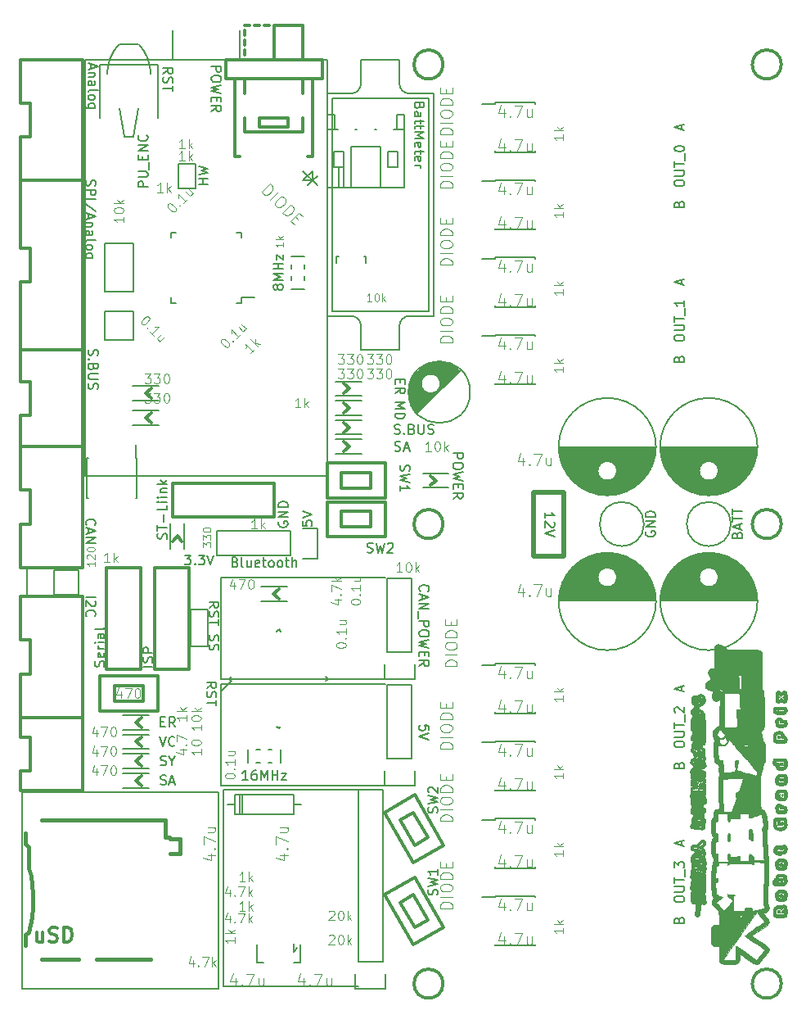
<source format=gbr>
G04 #@! TF.FileFunction,Legend,Top*
%FSLAX46Y46*%
G04 Gerber Fmt 4.6, Leading zero omitted, Abs format (unit mm)*
G04 Created by KiCad (PCBNEW 4.0.7) date 01/01/18 23:45:37*
%MOMM*%
%LPD*%
G01*
G04 APERTURE LIST*
%ADD10C,0.100000*%
%ADD11C,0.200000*%
%ADD12C,0.150000*%
%ADD13C,0.300000*%
%ADD14C,0.500000*%
%ADD15C,0.010000*%
%ADD16C,0.381000*%
%ADD17C,0.101600*%
%ADD18C,0.304800*%
G04 APERTURE END LIST*
D10*
D11*
X30000000Y-12500000D02*
X29500000Y-13000000D01*
X30000000Y-12500000D02*
X30500000Y-12000000D01*
X30000000Y-12500000D02*
X30000000Y-11500000D01*
X29000000Y-12500000D02*
X30000000Y-12500000D01*
X30000000Y-11500000D02*
X29000000Y-12500000D01*
X29000000Y-11500000D02*
X30500000Y-13000000D01*
X26500000Y-47761904D02*
X26452381Y-47857142D01*
X26452381Y-47999999D01*
X26500000Y-48142857D01*
X26595238Y-48238095D01*
X26690476Y-48285714D01*
X26880952Y-48333333D01*
X27023810Y-48333333D01*
X27214286Y-48285714D01*
X27309524Y-48238095D01*
X27404762Y-48142857D01*
X27452381Y-47999999D01*
X27452381Y-47904761D01*
X27404762Y-47761904D01*
X27357143Y-47714285D01*
X27023810Y-47714285D01*
X27023810Y-47904761D01*
X27452381Y-47285714D02*
X26452381Y-47285714D01*
X27452381Y-46714285D01*
X26452381Y-46714285D01*
X27452381Y-46238095D02*
X26452381Y-46238095D01*
X26452381Y-46000000D01*
X26500000Y-45857142D01*
X26595238Y-45761904D01*
X26690476Y-45714285D01*
X26880952Y-45666666D01*
X27023810Y-45666666D01*
X27214286Y-45714285D01*
X27309524Y-45761904D01*
X27404762Y-45857142D01*
X27452381Y-46000000D01*
X27452381Y-46238095D01*
X28952381Y-47690476D02*
X28952381Y-48166667D01*
X29428571Y-48214286D01*
X29380952Y-48166667D01*
X29333333Y-48071429D01*
X29333333Y-47833333D01*
X29380952Y-47738095D01*
X29428571Y-47690476D01*
X29523810Y-47642857D01*
X29761905Y-47642857D01*
X29857143Y-47690476D01*
X29904762Y-47738095D01*
X29952381Y-47833333D01*
X29952381Y-48071429D01*
X29904762Y-48166667D01*
X29857143Y-48214286D01*
X28952381Y-47357143D02*
X29952381Y-47023810D01*
X28952381Y-46690476D01*
X73928571Y-49119047D02*
X73976190Y-48976190D01*
X74023810Y-48928571D01*
X74119048Y-48880952D01*
X74261905Y-48880952D01*
X74357143Y-48928571D01*
X74404762Y-48976190D01*
X74452381Y-49071428D01*
X74452381Y-49452381D01*
X73452381Y-49452381D01*
X73452381Y-49119047D01*
X73500000Y-49023809D01*
X73547619Y-48976190D01*
X73642857Y-48928571D01*
X73738095Y-48928571D01*
X73833333Y-48976190D01*
X73880952Y-49023809D01*
X73928571Y-49119047D01*
X73928571Y-49452381D01*
X74166667Y-48500000D02*
X74166667Y-48023809D01*
X74452381Y-48595238D02*
X73452381Y-48261905D01*
X74452381Y-47928571D01*
X73452381Y-47738095D02*
X73452381Y-47166666D01*
X74452381Y-47452381D02*
X73452381Y-47452381D01*
X73452381Y-46976190D02*
X73452381Y-46404761D01*
X74452381Y-46690476D02*
X73452381Y-46690476D01*
X64500000Y-48761904D02*
X64452381Y-48857142D01*
X64452381Y-48999999D01*
X64500000Y-49142857D01*
X64595238Y-49238095D01*
X64690476Y-49285714D01*
X64880952Y-49333333D01*
X65023810Y-49333333D01*
X65214286Y-49285714D01*
X65309524Y-49238095D01*
X65404762Y-49142857D01*
X65452381Y-48999999D01*
X65452381Y-48904761D01*
X65404762Y-48761904D01*
X65357143Y-48714285D01*
X65023810Y-48714285D01*
X65023810Y-48904761D01*
X65452381Y-48285714D02*
X64452381Y-48285714D01*
X65452381Y-47714285D01*
X64452381Y-47714285D01*
X65452381Y-47238095D02*
X64452381Y-47238095D01*
X64452381Y-47000000D01*
X64500000Y-46857142D01*
X64595238Y-46761904D01*
X64690476Y-46714285D01*
X64880952Y-46666666D01*
X65023810Y-46666666D01*
X65214286Y-46714285D01*
X65309524Y-46761904D01*
X65404762Y-46857142D01*
X65452381Y-47000000D01*
X65452381Y-47238095D01*
X68166667Y-7238095D02*
X68166667Y-6761904D01*
X68452381Y-7333333D02*
X67452381Y-7000000D01*
X68452381Y-6666666D01*
X68166667Y-23238095D02*
X68166667Y-22761904D01*
X68452381Y-23333333D02*
X67452381Y-23000000D01*
X68452381Y-22666666D01*
X68166667Y-65238095D02*
X68166667Y-64761904D01*
X68452381Y-65333333D02*
X67452381Y-65000000D01*
X68452381Y-64666666D01*
X67928571Y-14928571D02*
X67976190Y-14785714D01*
X68023810Y-14738095D01*
X68119048Y-14690476D01*
X68261905Y-14690476D01*
X68357143Y-14738095D01*
X68404762Y-14785714D01*
X68452381Y-14880952D01*
X68452381Y-15261905D01*
X67452381Y-15261905D01*
X67452381Y-14928571D01*
X67500000Y-14833333D01*
X67547619Y-14785714D01*
X67642857Y-14738095D01*
X67738095Y-14738095D01*
X67833333Y-14785714D01*
X67880952Y-14833333D01*
X67928571Y-14928571D01*
X67928571Y-15261905D01*
X67928571Y-30928571D02*
X67976190Y-30785714D01*
X68023810Y-30738095D01*
X68119048Y-30690476D01*
X68261905Y-30690476D01*
X68357143Y-30738095D01*
X68404762Y-30785714D01*
X68452381Y-30880952D01*
X68452381Y-31261905D01*
X67452381Y-31261905D01*
X67452381Y-30928571D01*
X67500000Y-30833333D01*
X67547619Y-30785714D01*
X67642857Y-30738095D01*
X67738095Y-30738095D01*
X67833333Y-30785714D01*
X67880952Y-30833333D01*
X67928571Y-30928571D01*
X67928571Y-31261905D01*
X67928571Y-72928571D02*
X67976190Y-72785714D01*
X68023810Y-72738095D01*
X68119048Y-72690476D01*
X68261905Y-72690476D01*
X68357143Y-72738095D01*
X68404762Y-72785714D01*
X68452381Y-72880952D01*
X68452381Y-73261905D01*
X67452381Y-73261905D01*
X67452381Y-72928571D01*
X67500000Y-72833333D01*
X67547619Y-72785714D01*
X67642857Y-72738095D01*
X67738095Y-72738095D01*
X67833333Y-72785714D01*
X67880952Y-72833333D01*
X67928571Y-72928571D01*
X67928571Y-73261905D01*
X67928571Y-88928571D02*
X67976190Y-88785714D01*
X68023810Y-88738095D01*
X68119048Y-88690476D01*
X68261905Y-88690476D01*
X68357143Y-88738095D01*
X68404762Y-88785714D01*
X68452381Y-88880952D01*
X68452381Y-89261905D01*
X67452381Y-89261905D01*
X67452381Y-88928571D01*
X67500000Y-88833333D01*
X67547619Y-88785714D01*
X67642857Y-88738095D01*
X67738095Y-88738095D01*
X67833333Y-88785714D01*
X67880952Y-88833333D01*
X67928571Y-88928571D01*
X67928571Y-89261905D01*
X68166667Y-81238095D02*
X68166667Y-80761904D01*
X68452381Y-81333333D02*
X67452381Y-81000000D01*
X68452381Y-80666666D01*
X67452381Y-86857143D02*
X67452381Y-86666666D01*
X67500000Y-86571428D01*
X67595238Y-86476190D01*
X67785714Y-86428571D01*
X68119048Y-86428571D01*
X68309524Y-86476190D01*
X68404762Y-86571428D01*
X68452381Y-86666666D01*
X68452381Y-86857143D01*
X68404762Y-86952381D01*
X68309524Y-87047619D01*
X68119048Y-87095238D01*
X67785714Y-87095238D01*
X67595238Y-87047619D01*
X67500000Y-86952381D01*
X67452381Y-86857143D01*
X67452381Y-86000000D02*
X68261905Y-86000000D01*
X68357143Y-85952381D01*
X68404762Y-85904762D01*
X68452381Y-85809524D01*
X68452381Y-85619047D01*
X68404762Y-85523809D01*
X68357143Y-85476190D01*
X68261905Y-85428571D01*
X67452381Y-85428571D01*
X67452381Y-85095238D02*
X67452381Y-84523809D01*
X68452381Y-84809524D02*
X67452381Y-84809524D01*
X68547619Y-84428571D02*
X68547619Y-83666666D01*
X67452381Y-83523809D02*
X67452381Y-82904761D01*
X67833333Y-83238095D01*
X67833333Y-83095237D01*
X67880952Y-82999999D01*
X67928571Y-82952380D01*
X68023810Y-82904761D01*
X68261905Y-82904761D01*
X68357143Y-82952380D01*
X68404762Y-82999999D01*
X68452381Y-83095237D01*
X68452381Y-83380952D01*
X68404762Y-83476190D01*
X68357143Y-83523809D01*
X67452381Y-70857143D02*
X67452381Y-70666666D01*
X67500000Y-70571428D01*
X67595238Y-70476190D01*
X67785714Y-70428571D01*
X68119048Y-70428571D01*
X68309524Y-70476190D01*
X68404762Y-70571428D01*
X68452381Y-70666666D01*
X68452381Y-70857143D01*
X68404762Y-70952381D01*
X68309524Y-71047619D01*
X68119048Y-71095238D01*
X67785714Y-71095238D01*
X67595238Y-71047619D01*
X67500000Y-70952381D01*
X67452381Y-70857143D01*
X67452381Y-70000000D02*
X68261905Y-70000000D01*
X68357143Y-69952381D01*
X68404762Y-69904762D01*
X68452381Y-69809524D01*
X68452381Y-69619047D01*
X68404762Y-69523809D01*
X68357143Y-69476190D01*
X68261905Y-69428571D01*
X67452381Y-69428571D01*
X67452381Y-69095238D02*
X67452381Y-68523809D01*
X68452381Y-68809524D02*
X67452381Y-68809524D01*
X68547619Y-68428571D02*
X68547619Y-67666666D01*
X67547619Y-67476190D02*
X67500000Y-67428571D01*
X67452381Y-67333333D01*
X67452381Y-67095237D01*
X67500000Y-66999999D01*
X67547619Y-66952380D01*
X67642857Y-66904761D01*
X67738095Y-66904761D01*
X67880952Y-66952380D01*
X68452381Y-67523809D01*
X68452381Y-66904761D01*
X67452381Y-28857143D02*
X67452381Y-28666666D01*
X67500000Y-28571428D01*
X67595238Y-28476190D01*
X67785714Y-28428571D01*
X68119048Y-28428571D01*
X68309524Y-28476190D01*
X68404762Y-28571428D01*
X68452381Y-28666666D01*
X68452381Y-28857143D01*
X68404762Y-28952381D01*
X68309524Y-29047619D01*
X68119048Y-29095238D01*
X67785714Y-29095238D01*
X67595238Y-29047619D01*
X67500000Y-28952381D01*
X67452381Y-28857143D01*
X67452381Y-28000000D02*
X68261905Y-28000000D01*
X68357143Y-27952381D01*
X68404762Y-27904762D01*
X68452381Y-27809524D01*
X68452381Y-27619047D01*
X68404762Y-27523809D01*
X68357143Y-27476190D01*
X68261905Y-27428571D01*
X67452381Y-27428571D01*
X67452381Y-27095238D02*
X67452381Y-26523809D01*
X68452381Y-26809524D02*
X67452381Y-26809524D01*
X68547619Y-26428571D02*
X68547619Y-25666666D01*
X68452381Y-24904761D02*
X68452381Y-25476190D01*
X68452381Y-25190476D02*
X67452381Y-25190476D01*
X67595238Y-25285714D01*
X67690476Y-25380952D01*
X67738095Y-25476190D01*
X67452381Y-12857143D02*
X67452381Y-12666666D01*
X67500000Y-12571428D01*
X67595238Y-12476190D01*
X67785714Y-12428571D01*
X68119048Y-12428571D01*
X68309524Y-12476190D01*
X68404762Y-12571428D01*
X68452381Y-12666666D01*
X68452381Y-12857143D01*
X68404762Y-12952381D01*
X68309524Y-13047619D01*
X68119048Y-13095238D01*
X67785714Y-13095238D01*
X67595238Y-13047619D01*
X67500000Y-12952381D01*
X67452381Y-12857143D01*
X67452381Y-12000000D02*
X68261905Y-12000000D01*
X68357143Y-11952381D01*
X68404762Y-11904762D01*
X68452381Y-11809524D01*
X68452381Y-11619047D01*
X68404762Y-11523809D01*
X68357143Y-11476190D01*
X68261905Y-11428571D01*
X67452381Y-11428571D01*
X67452381Y-11095238D02*
X67452381Y-10523809D01*
X68452381Y-10809524D02*
X67452381Y-10809524D01*
X68547619Y-10428571D02*
X68547619Y-9666666D01*
X67452381Y-9238095D02*
X67452381Y-9142856D01*
X67500000Y-9047618D01*
X67547619Y-8999999D01*
X67642857Y-8952380D01*
X67833333Y-8904761D01*
X68071429Y-8904761D01*
X68261905Y-8952380D01*
X68357143Y-8999999D01*
X68404762Y-9047618D01*
X68452381Y-9142856D01*
X68452381Y-9238095D01*
X68404762Y-9333333D01*
X68357143Y-9380952D01*
X68261905Y-9428571D01*
X68071429Y-9476190D01*
X67833333Y-9476190D01*
X67642857Y-9428571D01*
X67547619Y-9380952D01*
X67500000Y-9333333D01*
X67452381Y-9238095D01*
X54047619Y-47380953D02*
X54047619Y-46809524D01*
X54047619Y-47095238D02*
X55047619Y-47095238D01*
X54904762Y-47000000D01*
X54809524Y-46904762D01*
X54761905Y-46809524D01*
X54952381Y-47761905D02*
X55000000Y-47809524D01*
X55047619Y-47904762D01*
X55047619Y-48142858D01*
X55000000Y-48238096D01*
X54952381Y-48285715D01*
X54857143Y-48333334D01*
X54761905Y-48333334D01*
X54619048Y-48285715D01*
X54047619Y-47714286D01*
X54047619Y-48333334D01*
X55047619Y-48619048D02*
X54047619Y-48952381D01*
X55047619Y-49285715D01*
X19202381Y-12857143D02*
X18202381Y-12857143D01*
X18678571Y-12857143D02*
X18678571Y-12285714D01*
X19202381Y-12285714D02*
X18202381Y-12285714D01*
X18202381Y-11904762D02*
X19202381Y-11666667D01*
X18488095Y-11476190D01*
X19202381Y-11285714D01*
X18202381Y-11047619D01*
X26380952Y-23595238D02*
X26333333Y-23690476D01*
X26285714Y-23738095D01*
X26190476Y-23785714D01*
X26142857Y-23785714D01*
X26047619Y-23738095D01*
X26000000Y-23690476D01*
X25952381Y-23595238D01*
X25952381Y-23404761D01*
X26000000Y-23309523D01*
X26047619Y-23261904D01*
X26142857Y-23214285D01*
X26190476Y-23214285D01*
X26285714Y-23261904D01*
X26333333Y-23309523D01*
X26380952Y-23404761D01*
X26380952Y-23595238D01*
X26428571Y-23690476D01*
X26476190Y-23738095D01*
X26571429Y-23785714D01*
X26761905Y-23785714D01*
X26857143Y-23738095D01*
X26904762Y-23690476D01*
X26952381Y-23595238D01*
X26952381Y-23404761D01*
X26904762Y-23309523D01*
X26857143Y-23261904D01*
X26761905Y-23214285D01*
X26571429Y-23214285D01*
X26476190Y-23261904D01*
X26428571Y-23309523D01*
X26380952Y-23404761D01*
X26952381Y-22785714D02*
X25952381Y-22785714D01*
X26666667Y-22452380D01*
X25952381Y-22119047D01*
X26952381Y-22119047D01*
X26952381Y-21642857D02*
X25952381Y-21642857D01*
X26428571Y-21642857D02*
X26428571Y-21071428D01*
X26952381Y-21071428D02*
X25952381Y-21071428D01*
X26285714Y-20690476D02*
X26285714Y-20166666D01*
X26952381Y-20690476D01*
X26952381Y-20166666D01*
X23309524Y-74452381D02*
X22738095Y-74452381D01*
X23023809Y-74452381D02*
X23023809Y-73452381D01*
X22928571Y-73595238D01*
X22833333Y-73690476D01*
X22738095Y-73738095D01*
X24166667Y-73452381D02*
X23976190Y-73452381D01*
X23880952Y-73500000D01*
X23833333Y-73547619D01*
X23738095Y-73690476D01*
X23690476Y-73880952D01*
X23690476Y-74261905D01*
X23738095Y-74357143D01*
X23785714Y-74404762D01*
X23880952Y-74452381D01*
X24071429Y-74452381D01*
X24166667Y-74404762D01*
X24214286Y-74357143D01*
X24261905Y-74261905D01*
X24261905Y-74023810D01*
X24214286Y-73928571D01*
X24166667Y-73880952D01*
X24071429Y-73833333D01*
X23880952Y-73833333D01*
X23785714Y-73880952D01*
X23738095Y-73928571D01*
X23690476Y-74023810D01*
X24690476Y-74452381D02*
X24690476Y-73452381D01*
X25023810Y-74166667D01*
X25357143Y-73452381D01*
X25357143Y-74452381D01*
X25833333Y-74452381D02*
X25833333Y-73452381D01*
X25833333Y-73928571D02*
X26404762Y-73928571D01*
X26404762Y-74452381D02*
X26404762Y-73452381D01*
X26785714Y-73785714D02*
X27309524Y-73785714D01*
X26785714Y-74452381D01*
X27309524Y-74452381D01*
X8404762Y-62726191D02*
X8452381Y-62583334D01*
X8452381Y-62345238D01*
X8404762Y-62250000D01*
X8357143Y-62202381D01*
X8261905Y-62154762D01*
X8166667Y-62154762D01*
X8071429Y-62202381D01*
X8023810Y-62250000D01*
X7976190Y-62345238D01*
X7928571Y-62535715D01*
X7880952Y-62630953D01*
X7833333Y-62678572D01*
X7738095Y-62726191D01*
X7642857Y-62726191D01*
X7547619Y-62678572D01*
X7500000Y-62630953D01*
X7452381Y-62535715D01*
X7452381Y-62297619D01*
X7500000Y-62154762D01*
X8404762Y-61345238D02*
X8452381Y-61440476D01*
X8452381Y-61630953D01*
X8404762Y-61726191D01*
X8309524Y-61773810D01*
X7928571Y-61773810D01*
X7833333Y-61726191D01*
X7785714Y-61630953D01*
X7785714Y-61440476D01*
X7833333Y-61345238D01*
X7928571Y-61297619D01*
X8023810Y-61297619D01*
X8119048Y-61773810D01*
X8452381Y-60869048D02*
X7785714Y-60869048D01*
X7976190Y-60869048D02*
X7880952Y-60821429D01*
X7833333Y-60773810D01*
X7785714Y-60678572D01*
X7785714Y-60583333D01*
X8452381Y-60250000D02*
X7785714Y-60250000D01*
X7452381Y-60250000D02*
X7500000Y-60297619D01*
X7547619Y-60250000D01*
X7500000Y-60202381D01*
X7452381Y-60250000D01*
X7547619Y-60250000D01*
X8452381Y-59345238D02*
X7928571Y-59345238D01*
X7833333Y-59392857D01*
X7785714Y-59488095D01*
X7785714Y-59678572D01*
X7833333Y-59773810D01*
X8404762Y-59345238D02*
X8452381Y-59440476D01*
X8452381Y-59678572D01*
X8404762Y-59773810D01*
X8309524Y-59821429D01*
X8214286Y-59821429D01*
X8119048Y-59773810D01*
X8071429Y-59678572D01*
X8071429Y-59440476D01*
X8023810Y-59345238D01*
X8452381Y-58726191D02*
X8404762Y-58821429D01*
X8309524Y-58869048D01*
X7452381Y-58869048D01*
X6547619Y-55523810D02*
X7547619Y-55523810D01*
X7452381Y-55952381D02*
X7500000Y-56000000D01*
X7547619Y-56095238D01*
X7547619Y-56333334D01*
X7500000Y-56428572D01*
X7452381Y-56476191D01*
X7357143Y-56523810D01*
X7261905Y-56523810D01*
X7119048Y-56476191D01*
X6547619Y-55904762D01*
X6547619Y-56523810D01*
X6642857Y-57523810D02*
X6595238Y-57476191D01*
X6547619Y-57333334D01*
X6547619Y-57238096D01*
X6595238Y-57095238D01*
X6690476Y-57000000D01*
X6785714Y-56952381D01*
X6976190Y-56904762D01*
X7119048Y-56904762D01*
X7309524Y-56952381D01*
X7404762Y-57000000D01*
X7500000Y-57095238D01*
X7547619Y-57238096D01*
X7547619Y-57333334D01*
X7500000Y-57476191D01*
X7452381Y-57523810D01*
X6642857Y-48107143D02*
X6595238Y-48059524D01*
X6547619Y-47916667D01*
X6547619Y-47821429D01*
X6595238Y-47678571D01*
X6690476Y-47583333D01*
X6785714Y-47535714D01*
X6976190Y-47488095D01*
X7119048Y-47488095D01*
X7309524Y-47535714D01*
X7404762Y-47583333D01*
X7500000Y-47678571D01*
X7547619Y-47821429D01*
X7547619Y-47916667D01*
X7500000Y-48059524D01*
X7452381Y-48107143D01*
X6833333Y-48488095D02*
X6833333Y-48964286D01*
X6547619Y-48392857D02*
X7547619Y-48726190D01*
X6547619Y-49059524D01*
X6547619Y-49392857D02*
X7547619Y-49392857D01*
X6547619Y-49964286D01*
X7547619Y-49964286D01*
X6845238Y-29976191D02*
X6797619Y-30119048D01*
X6797619Y-30357144D01*
X6845238Y-30452382D01*
X6892857Y-30500001D01*
X6988095Y-30547620D01*
X7083333Y-30547620D01*
X7178571Y-30500001D01*
X7226190Y-30452382D01*
X7273810Y-30357144D01*
X7321429Y-30166667D01*
X7369048Y-30071429D01*
X7416667Y-30023810D01*
X7511905Y-29976191D01*
X7607143Y-29976191D01*
X7702381Y-30023810D01*
X7750000Y-30071429D01*
X7797619Y-30166667D01*
X7797619Y-30404763D01*
X7750000Y-30547620D01*
X6892857Y-30976191D02*
X6845238Y-31023810D01*
X6797619Y-30976191D01*
X6845238Y-30928572D01*
X6892857Y-30976191D01*
X6797619Y-30976191D01*
X7321429Y-31785715D02*
X7273810Y-31928572D01*
X7226190Y-31976191D01*
X7130952Y-32023810D01*
X6988095Y-32023810D01*
X6892857Y-31976191D01*
X6845238Y-31928572D01*
X6797619Y-31833334D01*
X6797619Y-31452381D01*
X7797619Y-31452381D01*
X7797619Y-31785715D01*
X7750000Y-31880953D01*
X7702381Y-31928572D01*
X7607143Y-31976191D01*
X7511905Y-31976191D01*
X7416667Y-31928572D01*
X7369048Y-31880953D01*
X7321429Y-31785715D01*
X7321429Y-31452381D01*
X7797619Y-32452381D02*
X6988095Y-32452381D01*
X6892857Y-32500000D01*
X6845238Y-32547619D01*
X6797619Y-32642857D01*
X6797619Y-32833334D01*
X6845238Y-32928572D01*
X6892857Y-32976191D01*
X6988095Y-33023810D01*
X7797619Y-33023810D01*
X6845238Y-33452381D02*
X6797619Y-33595238D01*
X6797619Y-33833334D01*
X6845238Y-33928572D01*
X6892857Y-33976191D01*
X6988095Y-34023810D01*
X7083333Y-34023810D01*
X7178571Y-33976191D01*
X7226190Y-33928572D01*
X7273810Y-33833334D01*
X7321429Y-33642857D01*
X7369048Y-33547619D01*
X7416667Y-33500000D01*
X7511905Y-33452381D01*
X7607143Y-33452381D01*
X7702381Y-33500000D01*
X7750000Y-33547619D01*
X7797619Y-33642857D01*
X7797619Y-33880953D01*
X7750000Y-34023810D01*
X6595238Y-12452381D02*
X6547619Y-12595238D01*
X6547619Y-12833334D01*
X6595238Y-12928572D01*
X6642857Y-12976191D01*
X6738095Y-13023810D01*
X6833333Y-13023810D01*
X6928571Y-12976191D01*
X6976190Y-12928572D01*
X7023810Y-12833334D01*
X7071429Y-12642857D01*
X7119048Y-12547619D01*
X7166667Y-12500000D01*
X7261905Y-12452381D01*
X7357143Y-12452381D01*
X7452381Y-12500000D01*
X7500000Y-12547619D01*
X7547619Y-12642857D01*
X7547619Y-12880953D01*
X7500000Y-13023810D01*
X6547619Y-13452381D02*
X7547619Y-13452381D01*
X7547619Y-13833334D01*
X7500000Y-13928572D01*
X7452381Y-13976191D01*
X7357143Y-14023810D01*
X7214286Y-14023810D01*
X7119048Y-13976191D01*
X7071429Y-13928572D01*
X7023810Y-13833334D01*
X7023810Y-13452381D01*
X6547619Y-14452381D02*
X7547619Y-14452381D01*
X7595238Y-15642857D02*
X6309524Y-14785714D01*
X6833333Y-15928571D02*
X6833333Y-16404762D01*
X6547619Y-15833333D02*
X7547619Y-16166666D01*
X6547619Y-16500000D01*
X7214286Y-16833333D02*
X6547619Y-16833333D01*
X7119048Y-16833333D02*
X7166667Y-16880952D01*
X7214286Y-16976190D01*
X7214286Y-17119048D01*
X7166667Y-17214286D01*
X7071429Y-17261905D01*
X6547619Y-17261905D01*
X6547619Y-18166667D02*
X7071429Y-18166667D01*
X7166667Y-18119048D01*
X7214286Y-18023810D01*
X7214286Y-17833333D01*
X7166667Y-17738095D01*
X6595238Y-18166667D02*
X6547619Y-18071429D01*
X6547619Y-17833333D01*
X6595238Y-17738095D01*
X6690476Y-17690476D01*
X6785714Y-17690476D01*
X6880952Y-17738095D01*
X6928571Y-17833333D01*
X6928571Y-18071429D01*
X6976190Y-18166667D01*
X6547619Y-18785714D02*
X6595238Y-18690476D01*
X6690476Y-18642857D01*
X7547619Y-18642857D01*
X6547619Y-19309524D02*
X6595238Y-19214286D01*
X6642857Y-19166667D01*
X6738095Y-19119048D01*
X7023810Y-19119048D01*
X7119048Y-19166667D01*
X7166667Y-19214286D01*
X7214286Y-19309524D01*
X7214286Y-19452382D01*
X7166667Y-19547620D01*
X7119048Y-19595239D01*
X7023810Y-19642858D01*
X6738095Y-19642858D01*
X6642857Y-19595239D01*
X6595238Y-19547620D01*
X6547619Y-19452382D01*
X6547619Y-19309524D01*
X7214286Y-20500001D02*
X6404762Y-20500001D01*
X6309524Y-20452382D01*
X6261905Y-20404763D01*
X6214286Y-20309524D01*
X6214286Y-20166667D01*
X6261905Y-20071429D01*
X6595238Y-20500001D02*
X6547619Y-20404763D01*
X6547619Y-20214286D01*
X6595238Y-20119048D01*
X6642857Y-20071429D01*
X6738095Y-20023810D01*
X7023810Y-20023810D01*
X7119048Y-20071429D01*
X7166667Y-20119048D01*
X7214286Y-20214286D01*
X7214286Y-20404763D01*
X7166667Y-20500001D01*
X7083333Y-440476D02*
X7083333Y-916667D01*
X6797619Y-345238D02*
X7797619Y-678571D01*
X6797619Y-1011905D01*
X7464286Y-1345238D02*
X6797619Y-1345238D01*
X7369048Y-1345238D02*
X7416667Y-1392857D01*
X7464286Y-1488095D01*
X7464286Y-1630953D01*
X7416667Y-1726191D01*
X7321429Y-1773810D01*
X6797619Y-1773810D01*
X6797619Y-2678572D02*
X7321429Y-2678572D01*
X7416667Y-2630953D01*
X7464286Y-2535715D01*
X7464286Y-2345238D01*
X7416667Y-2250000D01*
X6845238Y-2678572D02*
X6797619Y-2583334D01*
X6797619Y-2345238D01*
X6845238Y-2250000D01*
X6940476Y-2202381D01*
X7035714Y-2202381D01*
X7130952Y-2250000D01*
X7178571Y-2345238D01*
X7178571Y-2583334D01*
X7226190Y-2678572D01*
X6797619Y-3297619D02*
X6845238Y-3202381D01*
X6940476Y-3154762D01*
X7797619Y-3154762D01*
X6797619Y-3821429D02*
X6845238Y-3726191D01*
X6892857Y-3678572D01*
X6988095Y-3630953D01*
X7273810Y-3630953D01*
X7369048Y-3678572D01*
X7416667Y-3726191D01*
X7464286Y-3821429D01*
X7464286Y-3964287D01*
X7416667Y-4059525D01*
X7369048Y-4107144D01*
X7273810Y-4154763D01*
X6988095Y-4154763D01*
X6892857Y-4107144D01*
X6845238Y-4059525D01*
X6797619Y-3964287D01*
X6797619Y-3821429D01*
X7464286Y-5011906D02*
X6654762Y-5011906D01*
X6559524Y-4964287D01*
X6511905Y-4916668D01*
X6464286Y-4821429D01*
X6464286Y-4678572D01*
X6511905Y-4583334D01*
X6845238Y-5011906D02*
X6797619Y-4916668D01*
X6797619Y-4726191D01*
X6845238Y-4630953D01*
X6892857Y-4583334D01*
X6988095Y-4535715D01*
X7273810Y-4535715D01*
X7369048Y-4583334D01*
X7416667Y-4630953D01*
X7464286Y-4726191D01*
X7464286Y-4916668D01*
X7416667Y-5011906D01*
X35666667Y-50904762D02*
X35809524Y-50952381D01*
X36047620Y-50952381D01*
X36142858Y-50904762D01*
X36190477Y-50857143D01*
X36238096Y-50761905D01*
X36238096Y-50666667D01*
X36190477Y-50571429D01*
X36142858Y-50523810D01*
X36047620Y-50476190D01*
X35857143Y-50428571D01*
X35761905Y-50380952D01*
X35714286Y-50333333D01*
X35666667Y-50238095D01*
X35666667Y-50142857D01*
X35714286Y-50047619D01*
X35761905Y-50000000D01*
X35857143Y-49952381D01*
X36095239Y-49952381D01*
X36238096Y-50000000D01*
X36571429Y-49952381D02*
X36809524Y-50952381D01*
X37000001Y-50238095D01*
X37190477Y-50952381D01*
X37428572Y-49952381D01*
X37761905Y-50047619D02*
X37809524Y-50000000D01*
X37904762Y-49952381D01*
X38142858Y-49952381D01*
X38238096Y-50000000D01*
X38285715Y-50047619D01*
X38333334Y-50142857D01*
X38333334Y-50238095D01*
X38285715Y-50380952D01*
X37714286Y-50952381D01*
X38333334Y-50952381D01*
X39095238Y-41916667D02*
X39047619Y-42059524D01*
X39047619Y-42297620D01*
X39095238Y-42392858D01*
X39142857Y-42440477D01*
X39238095Y-42488096D01*
X39333333Y-42488096D01*
X39428571Y-42440477D01*
X39476190Y-42392858D01*
X39523810Y-42297620D01*
X39571429Y-42107143D01*
X39619048Y-42011905D01*
X39666667Y-41964286D01*
X39761905Y-41916667D01*
X39857143Y-41916667D01*
X39952381Y-41964286D01*
X40000000Y-42011905D01*
X40047619Y-42107143D01*
X40047619Y-42345239D01*
X40000000Y-42488096D01*
X40047619Y-42821429D02*
X39047619Y-43059524D01*
X39761905Y-43250001D01*
X39047619Y-43440477D01*
X40047619Y-43678572D01*
X39047619Y-44583334D02*
X39047619Y-44011905D01*
X39047619Y-44297619D02*
X40047619Y-44297619D01*
X39904762Y-44202381D01*
X39809524Y-44107143D01*
X39761905Y-44011905D01*
X42904762Y-77833333D02*
X42952381Y-77690476D01*
X42952381Y-77452380D01*
X42904762Y-77357142D01*
X42857143Y-77309523D01*
X42761905Y-77261904D01*
X42666667Y-77261904D01*
X42571429Y-77309523D01*
X42523810Y-77357142D01*
X42476190Y-77452380D01*
X42428571Y-77642857D01*
X42380952Y-77738095D01*
X42333333Y-77785714D01*
X42238095Y-77833333D01*
X42142857Y-77833333D01*
X42047619Y-77785714D01*
X42000000Y-77738095D01*
X41952381Y-77642857D01*
X41952381Y-77404761D01*
X42000000Y-77261904D01*
X41952381Y-76928571D02*
X42952381Y-76690476D01*
X42238095Y-76499999D01*
X42952381Y-76309523D01*
X41952381Y-76071428D01*
X42047619Y-75738095D02*
X42000000Y-75690476D01*
X41952381Y-75595238D01*
X41952381Y-75357142D01*
X42000000Y-75261904D01*
X42047619Y-75214285D01*
X42142857Y-75166666D01*
X42238095Y-75166666D01*
X42380952Y-75214285D01*
X42952381Y-75785714D01*
X42952381Y-75166666D01*
X42904762Y-86333333D02*
X42952381Y-86190476D01*
X42952381Y-85952380D01*
X42904762Y-85857142D01*
X42857143Y-85809523D01*
X42761905Y-85761904D01*
X42666667Y-85761904D01*
X42571429Y-85809523D01*
X42523810Y-85857142D01*
X42476190Y-85952380D01*
X42428571Y-86142857D01*
X42380952Y-86238095D01*
X42333333Y-86285714D01*
X42238095Y-86333333D01*
X42142857Y-86333333D01*
X42047619Y-86285714D01*
X42000000Y-86238095D01*
X41952381Y-86142857D01*
X41952381Y-85904761D01*
X42000000Y-85761904D01*
X41952381Y-85428571D02*
X42952381Y-85190476D01*
X42238095Y-84999999D01*
X42952381Y-84809523D01*
X41952381Y-84571428D01*
X42952381Y-83666666D02*
X42952381Y-84238095D01*
X42952381Y-83952381D02*
X41952381Y-83952381D01*
X42095238Y-84047619D01*
X42190476Y-84142857D01*
X42238095Y-84238095D01*
X19047619Y-64952381D02*
X19523810Y-64619047D01*
X19047619Y-64380952D02*
X20047619Y-64380952D01*
X20047619Y-64761905D01*
X20000000Y-64857143D01*
X19952381Y-64904762D01*
X19857143Y-64952381D01*
X19714286Y-64952381D01*
X19619048Y-64904762D01*
X19571429Y-64857143D01*
X19523810Y-64761905D01*
X19523810Y-64380952D01*
X19095238Y-65333333D02*
X19047619Y-65476190D01*
X19047619Y-65714286D01*
X19095238Y-65809524D01*
X19142857Y-65857143D01*
X19238095Y-65904762D01*
X19333333Y-65904762D01*
X19428571Y-65857143D01*
X19476190Y-65809524D01*
X19523810Y-65714286D01*
X19571429Y-65523809D01*
X19619048Y-65428571D01*
X19666667Y-65380952D01*
X19761905Y-65333333D01*
X19857143Y-65333333D01*
X19952381Y-65380952D01*
X20000000Y-65428571D01*
X20047619Y-65523809D01*
X20047619Y-65761905D01*
X20000000Y-65904762D01*
X20047619Y-66190476D02*
X20047619Y-66761905D01*
X19047619Y-66476190D02*
X20047619Y-66476190D01*
X41071429Y-4773809D02*
X41023810Y-4916666D01*
X40976190Y-4964285D01*
X40880952Y-5011904D01*
X40738095Y-5011904D01*
X40642857Y-4964285D01*
X40595238Y-4916666D01*
X40547619Y-4821428D01*
X40547619Y-4440475D01*
X41547619Y-4440475D01*
X41547619Y-4773809D01*
X41500000Y-4869047D01*
X41452381Y-4916666D01*
X41357143Y-4964285D01*
X41261905Y-4964285D01*
X41166667Y-4916666D01*
X41119048Y-4869047D01*
X41071429Y-4773809D01*
X41071429Y-4440475D01*
X40547619Y-5869047D02*
X41071429Y-5869047D01*
X41166667Y-5821428D01*
X41214286Y-5726190D01*
X41214286Y-5535713D01*
X41166667Y-5440475D01*
X40595238Y-5869047D02*
X40547619Y-5773809D01*
X40547619Y-5535713D01*
X40595238Y-5440475D01*
X40690476Y-5392856D01*
X40785714Y-5392856D01*
X40880952Y-5440475D01*
X40928571Y-5535713D01*
X40928571Y-5773809D01*
X40976190Y-5869047D01*
X41214286Y-6202380D02*
X41214286Y-6583332D01*
X41547619Y-6345237D02*
X40690476Y-6345237D01*
X40595238Y-6392856D01*
X40547619Y-6488094D01*
X40547619Y-6583332D01*
X41214286Y-6773809D02*
X41214286Y-7154761D01*
X41547619Y-6916666D02*
X40690476Y-6916666D01*
X40595238Y-6964285D01*
X40547619Y-7059523D01*
X40547619Y-7154761D01*
X40547619Y-7488095D02*
X41547619Y-7488095D01*
X40833333Y-7821429D01*
X41547619Y-8154762D01*
X40547619Y-8154762D01*
X40595238Y-9011905D02*
X40547619Y-8916667D01*
X40547619Y-8726190D01*
X40595238Y-8630952D01*
X40690476Y-8583333D01*
X41071429Y-8583333D01*
X41166667Y-8630952D01*
X41214286Y-8726190D01*
X41214286Y-8916667D01*
X41166667Y-9011905D01*
X41071429Y-9059524D01*
X40976190Y-9059524D01*
X40880952Y-8583333D01*
X41214286Y-9345238D02*
X41214286Y-9726190D01*
X41547619Y-9488095D02*
X40690476Y-9488095D01*
X40595238Y-9535714D01*
X40547619Y-9630952D01*
X40547619Y-9726190D01*
X40595238Y-10440477D02*
X40547619Y-10345239D01*
X40547619Y-10154762D01*
X40595238Y-10059524D01*
X40690476Y-10011905D01*
X41071429Y-10011905D01*
X41166667Y-10059524D01*
X41214286Y-10154762D01*
X41214286Y-10345239D01*
X41166667Y-10440477D01*
X41071429Y-10488096D01*
X40976190Y-10488096D01*
X40880952Y-10011905D01*
X40547619Y-10916667D02*
X41214286Y-10916667D01*
X41023810Y-10916667D02*
X41119048Y-10964286D01*
X41166667Y-11011905D01*
X41214286Y-11107143D01*
X41214286Y-11202382D01*
X14547619Y-1452381D02*
X15023810Y-1119047D01*
X14547619Y-880952D02*
X15547619Y-880952D01*
X15547619Y-1261905D01*
X15500000Y-1357143D01*
X15452381Y-1404762D01*
X15357143Y-1452381D01*
X15214286Y-1452381D01*
X15119048Y-1404762D01*
X15071429Y-1357143D01*
X15023810Y-1261905D01*
X15023810Y-880952D01*
X14595238Y-1833333D02*
X14547619Y-1976190D01*
X14547619Y-2214286D01*
X14595238Y-2309524D01*
X14642857Y-2357143D01*
X14738095Y-2404762D01*
X14833333Y-2404762D01*
X14928571Y-2357143D01*
X14976190Y-2309524D01*
X15023810Y-2214286D01*
X15071429Y-2023809D01*
X15119048Y-1928571D01*
X15166667Y-1880952D01*
X15261905Y-1833333D01*
X15357143Y-1833333D01*
X15452381Y-1880952D01*
X15500000Y-1928571D01*
X15547619Y-2023809D01*
X15547619Y-2261905D01*
X15500000Y-2404762D01*
X15547619Y-2690476D02*
X15547619Y-3261905D01*
X14547619Y-2976190D02*
X15547619Y-2976190D01*
X19547619Y-690476D02*
X20547619Y-690476D01*
X20547619Y-1071429D01*
X20500000Y-1166667D01*
X20452381Y-1214286D01*
X20357143Y-1261905D01*
X20214286Y-1261905D01*
X20119048Y-1214286D01*
X20071429Y-1166667D01*
X20023810Y-1071429D01*
X20023810Y-690476D01*
X20547619Y-1880952D02*
X20547619Y-2071429D01*
X20500000Y-2166667D01*
X20404762Y-2261905D01*
X20214286Y-2309524D01*
X19880952Y-2309524D01*
X19690476Y-2261905D01*
X19595238Y-2166667D01*
X19547619Y-2071429D01*
X19547619Y-1880952D01*
X19595238Y-1785714D01*
X19690476Y-1690476D01*
X19880952Y-1642857D01*
X20214286Y-1642857D01*
X20404762Y-1690476D01*
X20500000Y-1785714D01*
X20547619Y-1880952D01*
X20547619Y-2642857D02*
X19547619Y-2880952D01*
X20261905Y-3071429D01*
X19547619Y-3261905D01*
X20547619Y-3500000D01*
X20071429Y-3880952D02*
X20071429Y-4214286D01*
X19547619Y-4357143D02*
X19547619Y-3880952D01*
X20547619Y-3880952D01*
X20547619Y-4357143D01*
X19547619Y-5357143D02*
X20023810Y-5023809D01*
X19547619Y-4785714D02*
X20547619Y-4785714D01*
X20547619Y-5166667D01*
X20500000Y-5261905D01*
X20452381Y-5309524D01*
X20357143Y-5357143D01*
X20214286Y-5357143D01*
X20119048Y-5309524D01*
X20071429Y-5261905D01*
X20023810Y-5166667D01*
X20023810Y-4785714D01*
X13452381Y-62726190D02*
X12452381Y-62726190D01*
X13404762Y-62297619D02*
X13452381Y-62154762D01*
X13452381Y-61916666D01*
X13404762Y-61821428D01*
X13357143Y-61773809D01*
X13261905Y-61726190D01*
X13166667Y-61726190D01*
X13071429Y-61773809D01*
X13023810Y-61821428D01*
X12976190Y-61916666D01*
X12928571Y-62107143D01*
X12880952Y-62202381D01*
X12833333Y-62250000D01*
X12738095Y-62297619D01*
X12642857Y-62297619D01*
X12547619Y-62250000D01*
X12500000Y-62202381D01*
X12452381Y-62107143D01*
X12452381Y-61869047D01*
X12500000Y-61726190D01*
X13452381Y-61297619D02*
X12452381Y-61297619D01*
X12452381Y-60916666D01*
X12500000Y-60821428D01*
X12547619Y-60773809D01*
X12642857Y-60726190D01*
X12785714Y-60726190D01*
X12880952Y-60773809D01*
X12928571Y-60821428D01*
X12976190Y-60916666D01*
X12976190Y-61297619D01*
X42047619Y-69309524D02*
X42047619Y-68833333D01*
X41571429Y-68785714D01*
X41619048Y-68833333D01*
X41666667Y-68928571D01*
X41666667Y-69166667D01*
X41619048Y-69261905D01*
X41571429Y-69309524D01*
X41476190Y-69357143D01*
X41238095Y-69357143D01*
X41142857Y-69309524D01*
X41095238Y-69261905D01*
X41047619Y-69166667D01*
X41047619Y-68928571D01*
X41095238Y-68833333D01*
X41142857Y-68785714D01*
X42047619Y-69642857D02*
X41047619Y-69976190D01*
X42047619Y-70309524D01*
X41142857Y-54928572D02*
X41095238Y-54880953D01*
X41047619Y-54738096D01*
X41047619Y-54642858D01*
X41095238Y-54500000D01*
X41190476Y-54404762D01*
X41285714Y-54357143D01*
X41476190Y-54309524D01*
X41619048Y-54309524D01*
X41809524Y-54357143D01*
X41904762Y-54404762D01*
X42000000Y-54500000D01*
X42047619Y-54642858D01*
X42047619Y-54738096D01*
X42000000Y-54880953D01*
X41952381Y-54928572D01*
X41333333Y-55309524D02*
X41333333Y-55785715D01*
X41047619Y-55214286D02*
X42047619Y-55547619D01*
X41047619Y-55880953D01*
X41047619Y-56214286D02*
X42047619Y-56214286D01*
X41047619Y-56785715D01*
X42047619Y-56785715D01*
X40952381Y-57023810D02*
X40952381Y-57785715D01*
X41047619Y-58023810D02*
X42047619Y-58023810D01*
X42047619Y-58404763D01*
X42000000Y-58500001D01*
X41952381Y-58547620D01*
X41857143Y-58595239D01*
X41714286Y-58595239D01*
X41619048Y-58547620D01*
X41571429Y-58500001D01*
X41523810Y-58404763D01*
X41523810Y-58023810D01*
X42047619Y-59214286D02*
X42047619Y-59404763D01*
X42000000Y-59500001D01*
X41904762Y-59595239D01*
X41714286Y-59642858D01*
X41380952Y-59642858D01*
X41190476Y-59595239D01*
X41095238Y-59500001D01*
X41047619Y-59404763D01*
X41047619Y-59214286D01*
X41095238Y-59119048D01*
X41190476Y-59023810D01*
X41380952Y-58976191D01*
X41714286Y-58976191D01*
X41904762Y-59023810D01*
X42000000Y-59119048D01*
X42047619Y-59214286D01*
X42047619Y-59976191D02*
X41047619Y-60214286D01*
X41761905Y-60404763D01*
X41047619Y-60595239D01*
X42047619Y-60833334D01*
X41571429Y-61214286D02*
X41571429Y-61547620D01*
X41047619Y-61690477D02*
X41047619Y-61214286D01*
X42047619Y-61214286D01*
X42047619Y-61690477D01*
X41047619Y-62690477D02*
X41523810Y-62357143D01*
X41047619Y-62119048D02*
X42047619Y-62119048D01*
X42047619Y-62500001D01*
X42000000Y-62595239D01*
X41952381Y-62642858D01*
X41857143Y-62690477D01*
X41714286Y-62690477D01*
X41619048Y-62642858D01*
X41571429Y-62595239D01*
X41523810Y-62500001D01*
X41523810Y-62119048D01*
X22000000Y-51928571D02*
X22142857Y-51976190D01*
X22190476Y-52023810D01*
X22238095Y-52119048D01*
X22238095Y-52261905D01*
X22190476Y-52357143D01*
X22142857Y-52404762D01*
X22047619Y-52452381D01*
X21666666Y-52452381D01*
X21666666Y-51452381D01*
X22000000Y-51452381D01*
X22095238Y-51500000D01*
X22142857Y-51547619D01*
X22190476Y-51642857D01*
X22190476Y-51738095D01*
X22142857Y-51833333D01*
X22095238Y-51880952D01*
X22000000Y-51928571D01*
X21666666Y-51928571D01*
X22809523Y-52452381D02*
X22714285Y-52404762D01*
X22666666Y-52309524D01*
X22666666Y-51452381D01*
X23619048Y-51785714D02*
X23619048Y-52452381D01*
X23190476Y-51785714D02*
X23190476Y-52309524D01*
X23238095Y-52404762D01*
X23333333Y-52452381D01*
X23476191Y-52452381D01*
X23571429Y-52404762D01*
X23619048Y-52357143D01*
X24476191Y-52404762D02*
X24380953Y-52452381D01*
X24190476Y-52452381D01*
X24095238Y-52404762D01*
X24047619Y-52309524D01*
X24047619Y-51928571D01*
X24095238Y-51833333D01*
X24190476Y-51785714D01*
X24380953Y-51785714D01*
X24476191Y-51833333D01*
X24523810Y-51928571D01*
X24523810Y-52023810D01*
X24047619Y-52119048D01*
X24809524Y-51785714D02*
X25190476Y-51785714D01*
X24952381Y-51452381D02*
X24952381Y-52309524D01*
X25000000Y-52404762D01*
X25095238Y-52452381D01*
X25190476Y-52452381D01*
X25666667Y-52452381D02*
X25571429Y-52404762D01*
X25523810Y-52357143D01*
X25476191Y-52261905D01*
X25476191Y-51976190D01*
X25523810Y-51880952D01*
X25571429Y-51833333D01*
X25666667Y-51785714D01*
X25809525Y-51785714D01*
X25904763Y-51833333D01*
X25952382Y-51880952D01*
X26000001Y-51976190D01*
X26000001Y-52261905D01*
X25952382Y-52357143D01*
X25904763Y-52404762D01*
X25809525Y-52452381D01*
X25666667Y-52452381D01*
X26571429Y-52452381D02*
X26476191Y-52404762D01*
X26428572Y-52357143D01*
X26380953Y-52261905D01*
X26380953Y-51976190D01*
X26428572Y-51880952D01*
X26476191Y-51833333D01*
X26571429Y-51785714D01*
X26714287Y-51785714D01*
X26809525Y-51833333D01*
X26857144Y-51880952D01*
X26904763Y-51976190D01*
X26904763Y-52261905D01*
X26857144Y-52357143D01*
X26809525Y-52404762D01*
X26714287Y-52452381D01*
X26571429Y-52452381D01*
X27190477Y-51785714D02*
X27571429Y-51785714D01*
X27333334Y-51452381D02*
X27333334Y-52309524D01*
X27380953Y-52404762D01*
X27476191Y-52452381D01*
X27571429Y-52452381D01*
X27904763Y-52452381D02*
X27904763Y-51452381D01*
X28333335Y-52452381D02*
X28333335Y-51928571D01*
X28285716Y-51833333D01*
X28190478Y-51785714D01*
X28047620Y-51785714D01*
X27952382Y-51833333D01*
X27904763Y-51880952D01*
X14904762Y-49523809D02*
X14952381Y-49380952D01*
X14952381Y-49142856D01*
X14904762Y-49047618D01*
X14857143Y-48999999D01*
X14761905Y-48952380D01*
X14666667Y-48952380D01*
X14571429Y-48999999D01*
X14523810Y-49047618D01*
X14476190Y-49142856D01*
X14428571Y-49333333D01*
X14380952Y-49428571D01*
X14333333Y-49476190D01*
X14238095Y-49523809D01*
X14142857Y-49523809D01*
X14047619Y-49476190D01*
X14000000Y-49428571D01*
X13952381Y-49333333D01*
X13952381Y-49095237D01*
X14000000Y-48952380D01*
X13952381Y-48666666D02*
X13952381Y-48095237D01*
X14952381Y-48380952D02*
X13952381Y-48380952D01*
X14571429Y-47761904D02*
X14571429Y-46999999D01*
X14952381Y-46047618D02*
X14952381Y-46523809D01*
X13952381Y-46523809D01*
X14952381Y-45714285D02*
X14285714Y-45714285D01*
X13952381Y-45714285D02*
X14000000Y-45761904D01*
X14047619Y-45714285D01*
X14000000Y-45666666D01*
X13952381Y-45714285D01*
X14047619Y-45714285D01*
X14952381Y-45238095D02*
X14285714Y-45238095D01*
X13952381Y-45238095D02*
X14000000Y-45285714D01*
X14047619Y-45238095D01*
X14000000Y-45190476D01*
X13952381Y-45238095D01*
X14047619Y-45238095D01*
X14285714Y-44761905D02*
X14952381Y-44761905D01*
X14380952Y-44761905D02*
X14333333Y-44714286D01*
X14285714Y-44619048D01*
X14285714Y-44476190D01*
X14333333Y-44380952D01*
X14428571Y-44333333D01*
X14952381Y-44333333D01*
X14952381Y-43857143D02*
X13952381Y-43857143D01*
X14571429Y-43761905D02*
X14952381Y-43476190D01*
X14285714Y-43476190D02*
X14666667Y-43857143D01*
X16773810Y-51202381D02*
X17392858Y-51202381D01*
X17059524Y-51583333D01*
X17202382Y-51583333D01*
X17297620Y-51630952D01*
X17345239Y-51678571D01*
X17392858Y-51773810D01*
X17392858Y-52011905D01*
X17345239Y-52107143D01*
X17297620Y-52154762D01*
X17202382Y-52202381D01*
X16916667Y-52202381D01*
X16821429Y-52154762D01*
X16773810Y-52107143D01*
X17821429Y-52107143D02*
X17869048Y-52154762D01*
X17821429Y-52202381D01*
X17773810Y-52154762D01*
X17821429Y-52107143D01*
X17821429Y-52202381D01*
X18202381Y-51202381D02*
X18821429Y-51202381D01*
X18488095Y-51583333D01*
X18630953Y-51583333D01*
X18726191Y-51630952D01*
X18773810Y-51678571D01*
X18821429Y-51773810D01*
X18821429Y-52011905D01*
X18773810Y-52107143D01*
X18726191Y-52154762D01*
X18630953Y-52202381D01*
X18345238Y-52202381D01*
X18250000Y-52154762D01*
X18202381Y-52107143D01*
X19107143Y-51202381D02*
X19440476Y-52202381D01*
X19773810Y-51202381D01*
X44547619Y-40690476D02*
X45547619Y-40690476D01*
X45547619Y-41071429D01*
X45500000Y-41166667D01*
X45452381Y-41214286D01*
X45357143Y-41261905D01*
X45214286Y-41261905D01*
X45119048Y-41214286D01*
X45071429Y-41166667D01*
X45023810Y-41071429D01*
X45023810Y-40690476D01*
X45547619Y-41880952D02*
X45547619Y-42071429D01*
X45500000Y-42166667D01*
X45404762Y-42261905D01*
X45214286Y-42309524D01*
X44880952Y-42309524D01*
X44690476Y-42261905D01*
X44595238Y-42166667D01*
X44547619Y-42071429D01*
X44547619Y-41880952D01*
X44595238Y-41785714D01*
X44690476Y-41690476D01*
X44880952Y-41642857D01*
X45214286Y-41642857D01*
X45404762Y-41690476D01*
X45500000Y-41785714D01*
X45547619Y-41880952D01*
X45547619Y-42642857D02*
X44547619Y-42880952D01*
X45261905Y-43071429D01*
X44547619Y-43261905D01*
X45547619Y-43500000D01*
X45071429Y-43880952D02*
X45071429Y-44214286D01*
X44547619Y-44357143D02*
X44547619Y-43880952D01*
X45547619Y-43880952D01*
X45547619Y-44357143D01*
X44547619Y-45357143D02*
X45023810Y-45023809D01*
X44547619Y-44785714D02*
X45547619Y-44785714D01*
X45547619Y-45166667D01*
X45500000Y-45261905D01*
X45452381Y-45309524D01*
X45357143Y-45357143D01*
X45214286Y-45357143D01*
X45119048Y-45309524D01*
X45071429Y-45261905D01*
X45023810Y-45166667D01*
X45023810Y-44785714D01*
X14285714Y-68428571D02*
X14619048Y-68428571D01*
X14761905Y-68952381D02*
X14285714Y-68952381D01*
X14285714Y-67952381D01*
X14761905Y-67952381D01*
X15761905Y-68952381D02*
X15428571Y-68476190D01*
X15190476Y-68952381D02*
X15190476Y-67952381D01*
X15571429Y-67952381D01*
X15666667Y-68000000D01*
X15714286Y-68047619D01*
X15761905Y-68142857D01*
X15761905Y-68285714D01*
X15714286Y-68380952D01*
X15666667Y-68428571D01*
X15571429Y-68476190D01*
X15190476Y-68476190D01*
X14166667Y-69952381D02*
X14500000Y-70952381D01*
X14833334Y-69952381D01*
X15738096Y-70857143D02*
X15690477Y-70904762D01*
X15547620Y-70952381D01*
X15452382Y-70952381D01*
X15309524Y-70904762D01*
X15214286Y-70809524D01*
X15166667Y-70714286D01*
X15119048Y-70523810D01*
X15119048Y-70380952D01*
X15166667Y-70190476D01*
X15214286Y-70095238D01*
X15309524Y-70000000D01*
X15452382Y-69952381D01*
X15547620Y-69952381D01*
X15690477Y-70000000D01*
X15738096Y-70047619D01*
X14285714Y-72904762D02*
X14428571Y-72952381D01*
X14666667Y-72952381D01*
X14761905Y-72904762D01*
X14809524Y-72857143D01*
X14857143Y-72761905D01*
X14857143Y-72666667D01*
X14809524Y-72571429D01*
X14761905Y-72523810D01*
X14666667Y-72476190D01*
X14476190Y-72428571D01*
X14380952Y-72380952D01*
X14333333Y-72333333D01*
X14285714Y-72238095D01*
X14285714Y-72142857D01*
X14333333Y-72047619D01*
X14380952Y-72000000D01*
X14476190Y-71952381D01*
X14714286Y-71952381D01*
X14857143Y-72000000D01*
X15476190Y-72476190D02*
X15476190Y-72952381D01*
X15142857Y-71952381D02*
X15476190Y-72476190D01*
X15809524Y-71952381D01*
X14285714Y-74904762D02*
X14428571Y-74952381D01*
X14666667Y-74952381D01*
X14761905Y-74904762D01*
X14809524Y-74857143D01*
X14857143Y-74761905D01*
X14857143Y-74666667D01*
X14809524Y-74571429D01*
X14761905Y-74523810D01*
X14666667Y-74476190D01*
X14476190Y-74428571D01*
X14380952Y-74380952D01*
X14333333Y-74333333D01*
X14285714Y-74238095D01*
X14285714Y-74142857D01*
X14333333Y-74047619D01*
X14380952Y-74000000D01*
X14476190Y-73952381D01*
X14714286Y-73952381D01*
X14857143Y-74000000D01*
X15238095Y-74666667D02*
X15714286Y-74666667D01*
X15142857Y-74952381D02*
X15476190Y-73952381D01*
X15809524Y-74952381D01*
X39071429Y-33035714D02*
X39071429Y-33369048D01*
X38547619Y-33511905D02*
X38547619Y-33035714D01*
X39547619Y-33035714D01*
X39547619Y-33511905D01*
X38547619Y-34511905D02*
X39023810Y-34178571D01*
X38547619Y-33940476D02*
X39547619Y-33940476D01*
X39547619Y-34321429D01*
X39500000Y-34416667D01*
X39452381Y-34464286D01*
X39357143Y-34511905D01*
X39214286Y-34511905D01*
X39119048Y-34464286D01*
X39071429Y-34416667D01*
X39023810Y-34321429D01*
X39023810Y-33940476D01*
X38547619Y-35416667D02*
X39547619Y-35416667D01*
X38833333Y-35750001D01*
X39547619Y-36083334D01*
X38547619Y-36083334D01*
X38547619Y-36559524D02*
X39547619Y-36559524D01*
X39547619Y-36797619D01*
X39500000Y-36940477D01*
X39404762Y-37035715D01*
X39309524Y-37083334D01*
X39119048Y-37130953D01*
X38976190Y-37130953D01*
X38785714Y-37083334D01*
X38690476Y-37035715D01*
X38595238Y-36940477D01*
X38547619Y-36797619D01*
X38547619Y-36559524D01*
X38476191Y-38654762D02*
X38619048Y-38702381D01*
X38857144Y-38702381D01*
X38952382Y-38654762D01*
X39000001Y-38607143D01*
X39047620Y-38511905D01*
X39047620Y-38416667D01*
X39000001Y-38321429D01*
X38952382Y-38273810D01*
X38857144Y-38226190D01*
X38666667Y-38178571D01*
X38571429Y-38130952D01*
X38523810Y-38083333D01*
X38476191Y-37988095D01*
X38476191Y-37892857D01*
X38523810Y-37797619D01*
X38571429Y-37750000D01*
X38666667Y-37702381D01*
X38904763Y-37702381D01*
X39047620Y-37750000D01*
X39476191Y-38607143D02*
X39523810Y-38654762D01*
X39476191Y-38702381D01*
X39428572Y-38654762D01*
X39476191Y-38607143D01*
X39476191Y-38702381D01*
X40285715Y-38178571D02*
X40428572Y-38226190D01*
X40476191Y-38273810D01*
X40523810Y-38369048D01*
X40523810Y-38511905D01*
X40476191Y-38607143D01*
X40428572Y-38654762D01*
X40333334Y-38702381D01*
X39952381Y-38702381D01*
X39952381Y-37702381D01*
X40285715Y-37702381D01*
X40380953Y-37750000D01*
X40428572Y-37797619D01*
X40476191Y-37892857D01*
X40476191Y-37988095D01*
X40428572Y-38083333D01*
X40380953Y-38130952D01*
X40285715Y-38178571D01*
X39952381Y-38178571D01*
X40952381Y-37702381D02*
X40952381Y-38511905D01*
X41000000Y-38607143D01*
X41047619Y-38654762D01*
X41142857Y-38702381D01*
X41333334Y-38702381D01*
X41428572Y-38654762D01*
X41476191Y-38607143D01*
X41523810Y-38511905D01*
X41523810Y-37702381D01*
X41952381Y-38654762D02*
X42095238Y-38702381D01*
X42333334Y-38702381D01*
X42428572Y-38654762D01*
X42476191Y-38607143D01*
X42523810Y-38511905D01*
X42523810Y-38416667D01*
X42476191Y-38321429D01*
X42428572Y-38273810D01*
X42333334Y-38226190D01*
X42142857Y-38178571D01*
X42047619Y-38130952D01*
X42000000Y-38083333D01*
X41952381Y-37988095D01*
X41952381Y-37892857D01*
X42000000Y-37797619D01*
X42047619Y-37750000D01*
X42142857Y-37702381D01*
X42380953Y-37702381D01*
X42523810Y-37750000D01*
X38535714Y-40404762D02*
X38678571Y-40452381D01*
X38916667Y-40452381D01*
X39011905Y-40404762D01*
X39059524Y-40357143D01*
X39107143Y-40261905D01*
X39107143Y-40166667D01*
X39059524Y-40071429D01*
X39011905Y-40023810D01*
X38916667Y-39976190D01*
X38726190Y-39928571D01*
X38630952Y-39880952D01*
X38583333Y-39833333D01*
X38535714Y-39738095D01*
X38535714Y-39642857D01*
X38583333Y-39547619D01*
X38630952Y-39500000D01*
X38726190Y-39452381D01*
X38964286Y-39452381D01*
X39107143Y-39500000D01*
X39488095Y-40166667D02*
X39964286Y-40166667D01*
X39392857Y-40452381D02*
X39726190Y-39452381D01*
X40059524Y-40452381D01*
X12952381Y-13142857D02*
X11952381Y-13142857D01*
X11952381Y-12761904D01*
X12000000Y-12666666D01*
X12047619Y-12619047D01*
X12142857Y-12571428D01*
X12285714Y-12571428D01*
X12380952Y-12619047D01*
X12428571Y-12666666D01*
X12476190Y-12761904D01*
X12476190Y-13142857D01*
X11952381Y-12142857D02*
X12761905Y-12142857D01*
X12857143Y-12095238D01*
X12904762Y-12047619D01*
X12952381Y-11952381D01*
X12952381Y-11761904D01*
X12904762Y-11666666D01*
X12857143Y-11619047D01*
X12761905Y-11571428D01*
X11952381Y-11571428D01*
X13047619Y-11333333D02*
X13047619Y-10571428D01*
X12428571Y-10333333D02*
X12428571Y-9999999D01*
X12952381Y-9857142D02*
X12952381Y-10333333D01*
X11952381Y-10333333D01*
X11952381Y-9857142D01*
X12952381Y-9428571D02*
X11952381Y-9428571D01*
X12952381Y-8857142D01*
X11952381Y-8857142D01*
X12857143Y-7809523D02*
X12904762Y-7857142D01*
X12952381Y-7999999D01*
X12952381Y-8095237D01*
X12904762Y-8238095D01*
X12809524Y-8333333D01*
X12714286Y-8380952D01*
X12523810Y-8428571D01*
X12380952Y-8428571D01*
X12190476Y-8380952D01*
X12095238Y-8333333D01*
X12000000Y-8238095D01*
X11952381Y-8095237D01*
X11952381Y-7999999D01*
X12000000Y-7857142D01*
X12047619Y-7809523D01*
X19297619Y-56619048D02*
X19773810Y-56285714D01*
X19297619Y-56047619D02*
X20297619Y-56047619D01*
X20297619Y-56428572D01*
X20250000Y-56523810D01*
X20202381Y-56571429D01*
X20107143Y-56619048D01*
X19964286Y-56619048D01*
X19869048Y-56571429D01*
X19821429Y-56523810D01*
X19773810Y-56428572D01*
X19773810Y-56047619D01*
X19345238Y-57000000D02*
X19297619Y-57142857D01*
X19297619Y-57380953D01*
X19345238Y-57476191D01*
X19392857Y-57523810D01*
X19488095Y-57571429D01*
X19583333Y-57571429D01*
X19678571Y-57523810D01*
X19726190Y-57476191D01*
X19773810Y-57380953D01*
X19821429Y-57190476D01*
X19869048Y-57095238D01*
X19916667Y-57047619D01*
X20011905Y-57000000D01*
X20107143Y-57000000D01*
X20202381Y-57047619D01*
X20250000Y-57095238D01*
X20297619Y-57190476D01*
X20297619Y-57428572D01*
X20250000Y-57571429D01*
X20297619Y-57857143D02*
X20297619Y-58428572D01*
X19297619Y-58142857D02*
X20297619Y-58142857D01*
X19345238Y-59476191D02*
X19297619Y-59619048D01*
X19297619Y-59857144D01*
X19345238Y-59952382D01*
X19392857Y-60000001D01*
X19488095Y-60047620D01*
X19583333Y-60047620D01*
X19678571Y-60000001D01*
X19726190Y-59952382D01*
X19773810Y-59857144D01*
X19821429Y-59666667D01*
X19869048Y-59571429D01*
X19916667Y-59523810D01*
X20011905Y-59476191D01*
X20107143Y-59476191D01*
X20202381Y-59523810D01*
X20250000Y-59571429D01*
X20297619Y-59666667D01*
X20297619Y-59904763D01*
X20250000Y-60047620D01*
X19345238Y-60428572D02*
X19297619Y-60571429D01*
X19297619Y-60809525D01*
X19345238Y-60904763D01*
X19392857Y-60952382D01*
X19488095Y-61000001D01*
X19583333Y-61000001D01*
X19678571Y-60952382D01*
X19726190Y-60904763D01*
X19773810Y-60809525D01*
X19821429Y-60619048D01*
X19869048Y-60523810D01*
X19916667Y-60476191D01*
X20011905Y-60428572D01*
X20107143Y-60428572D01*
X20202381Y-60476191D01*
X20250000Y-60523810D01*
X20297619Y-60619048D01*
X20297619Y-60857144D01*
X20250000Y-61000001D01*
D12*
X37500000Y-64500000D02*
X20500000Y-64500000D01*
X20500000Y-64500000D02*
X20500000Y-75000000D01*
X37500000Y-75000000D02*
X20500000Y-75000000D01*
X37730000Y-72230000D02*
X37730000Y-64610000D01*
X40270000Y-72230000D02*
X40270000Y-64610000D01*
X40550000Y-75050000D02*
X40550000Y-73500000D01*
X37730000Y-64610000D02*
X40270000Y-64610000D01*
X40270000Y-72230000D02*
X37730000Y-72230000D01*
X37450000Y-73500000D02*
X37450000Y-75050000D01*
X37450000Y-75050000D02*
X40550000Y-75050000D01*
X21373476Y-64000000D02*
X21603286Y-64229810D01*
X26500000Y-58873476D02*
X26729810Y-59103286D01*
X31626524Y-64000000D02*
X31396714Y-63770190D01*
X26500000Y-69126524D02*
X26270190Y-68896714D01*
X21373476Y-64000000D02*
X21603286Y-63770190D01*
X26500000Y-69126524D02*
X26729810Y-68896714D01*
X31626524Y-64000000D02*
X31396714Y-64229810D01*
X26500000Y-58873476D02*
X26270190Y-59103286D01*
X21603286Y-64229810D02*
X20595658Y-65237437D01*
X66001000Y-55925000D02*
X75999000Y-55925000D01*
X66005000Y-55785000D02*
X75995000Y-55785000D01*
X66013000Y-55645000D02*
X75987000Y-55645000D01*
X66025000Y-55505000D02*
X75975000Y-55505000D01*
X66040000Y-55365000D02*
X75960000Y-55365000D01*
X66060000Y-55225000D02*
X75940000Y-55225000D01*
X66084000Y-55085000D02*
X75916000Y-55085000D01*
X66113000Y-54945000D02*
X75887000Y-54945000D01*
X66145000Y-54805000D02*
X75855000Y-54805000D01*
X66182000Y-54665000D02*
X75818000Y-54665000D01*
X66223000Y-54525000D02*
X75777000Y-54525000D01*
X66268000Y-54385000D02*
X70534000Y-54385000D01*
X71466000Y-54385000D02*
X75732000Y-54385000D01*
X66318000Y-54245000D02*
X70333000Y-54245000D01*
X71667000Y-54245000D02*
X75682000Y-54245000D01*
X66373000Y-54105000D02*
X70204000Y-54105000D01*
X71796000Y-54105000D02*
X75627000Y-54105000D01*
X66433000Y-53965000D02*
X70115000Y-53965000D01*
X71885000Y-53965000D02*
X75567000Y-53965000D01*
X66498000Y-53825000D02*
X70054000Y-53825000D01*
X71946000Y-53825000D02*
X75502000Y-53825000D01*
X66568000Y-53685000D02*
X70017000Y-53685000D01*
X71983000Y-53685000D02*
X75432000Y-53685000D01*
X66644000Y-53545000D02*
X70001000Y-53545000D01*
X71999000Y-53545000D02*
X75356000Y-53545000D01*
X66726000Y-53405000D02*
X70005000Y-53405000D01*
X71995000Y-53405000D02*
X75274000Y-53405000D01*
X66814000Y-53265000D02*
X70028000Y-53265000D01*
X71972000Y-53265000D02*
X75186000Y-53265000D01*
X66909000Y-53125000D02*
X70073000Y-53125000D01*
X71927000Y-53125000D02*
X75091000Y-53125000D01*
X67011000Y-52985000D02*
X70143000Y-52985000D01*
X71857000Y-52985000D02*
X74989000Y-52985000D01*
X67121000Y-52845000D02*
X70244000Y-52845000D01*
X71756000Y-52845000D02*
X74879000Y-52845000D01*
X67239000Y-52705000D02*
X70393000Y-52705000D01*
X71607000Y-52705000D02*
X74761000Y-52705000D01*
X67367000Y-52565000D02*
X70645000Y-52565000D01*
X71355000Y-52565000D02*
X74633000Y-52565000D01*
X67504000Y-52425000D02*
X74496000Y-52425000D01*
X67654000Y-52285000D02*
X74346000Y-52285000D01*
X67816000Y-52145000D02*
X74184000Y-52145000D01*
X67993000Y-52005000D02*
X74007000Y-52005000D01*
X68189000Y-51865000D02*
X73811000Y-51865000D01*
X68407000Y-51725000D02*
X73593000Y-51725000D01*
X68653000Y-51585000D02*
X73347000Y-51585000D01*
X68938000Y-51445000D02*
X73062000Y-51445000D01*
X69280000Y-51305000D02*
X72720000Y-51305000D01*
X69726000Y-51165000D02*
X72274000Y-51165000D01*
X70501000Y-51025000D02*
X71499000Y-51025000D01*
X72000000Y-53500000D02*
G75*
G03X72000000Y-53500000I-1000000J0D01*
G01*
X76037500Y-56000000D02*
G75*
G03X76037500Y-56000000I-5037500J0D01*
G01*
D13*
X8700000Y-63000000D02*
X8700000Y-52500000D01*
X8700000Y-52500000D02*
X12200000Y-52500000D01*
X12200000Y-52500000D02*
X12200000Y-63000000D01*
X12200000Y-63000000D02*
X8700000Y-63000000D01*
X16000000Y-49200000D02*
X15500000Y-49800000D01*
X16000000Y-49200000D02*
X16500000Y-49800000D01*
D12*
X15250000Y-47900000D02*
X15250000Y-50600000D01*
X16750000Y-47900000D02*
X16750000Y-50600000D01*
D13*
X33800000Y-40000000D02*
X33200000Y-39500000D01*
X33800000Y-40000000D02*
X33200000Y-40500000D01*
D12*
X35100000Y-39250000D02*
X32400000Y-39250000D01*
X35100000Y-40750000D02*
X32400000Y-40750000D01*
D13*
X26000000Y-47300000D02*
X15500000Y-47300000D01*
X15500000Y-47300000D02*
X15500000Y-43800000D01*
X15500000Y-43800000D02*
X26000000Y-43800000D01*
X26000000Y-43800000D02*
X26000000Y-47300000D01*
D12*
X22625000Y-25125000D02*
X22625000Y-24600000D01*
X15375000Y-25125000D02*
X15375000Y-24600000D01*
X15375000Y-17875000D02*
X15375000Y-18400000D01*
X22625000Y-17875000D02*
X22625000Y-18400000D01*
X22625000Y-25125000D02*
X22100000Y-25125000D01*
X22625000Y-17875000D02*
X22100000Y-17875000D01*
X15375000Y-17875000D02*
X15900000Y-17875000D01*
X15375000Y-25125000D02*
X15900000Y-25125000D01*
X22625000Y-24600000D02*
X24000000Y-24600000D01*
X27730000Y-51270000D02*
X20110000Y-51270000D01*
X27730000Y-48730000D02*
X20110000Y-48730000D01*
X30550000Y-48450000D02*
X29000000Y-48450000D01*
X20110000Y-51270000D02*
X20110000Y-48730000D01*
X27730000Y-48730000D02*
X27730000Y-51270000D01*
X29000000Y-51550000D02*
X30550000Y-51550000D01*
X30550000Y-51550000D02*
X30550000Y-48450000D01*
X75999000Y-40075000D02*
X66001000Y-40075000D01*
X75995000Y-40215000D02*
X66005000Y-40215000D01*
X75987000Y-40355000D02*
X66013000Y-40355000D01*
X75975000Y-40495000D02*
X66025000Y-40495000D01*
X75960000Y-40635000D02*
X66040000Y-40635000D01*
X75940000Y-40775000D02*
X66060000Y-40775000D01*
X75916000Y-40915000D02*
X66084000Y-40915000D01*
X75887000Y-41055000D02*
X66113000Y-41055000D01*
X75855000Y-41195000D02*
X66145000Y-41195000D01*
X75818000Y-41335000D02*
X66182000Y-41335000D01*
X75777000Y-41475000D02*
X66223000Y-41475000D01*
X75732000Y-41615000D02*
X71466000Y-41615000D01*
X70534000Y-41615000D02*
X66268000Y-41615000D01*
X75682000Y-41755000D02*
X71667000Y-41755000D01*
X70333000Y-41755000D02*
X66318000Y-41755000D01*
X75627000Y-41895000D02*
X71796000Y-41895000D01*
X70204000Y-41895000D02*
X66373000Y-41895000D01*
X75567000Y-42035000D02*
X71885000Y-42035000D01*
X70115000Y-42035000D02*
X66433000Y-42035000D01*
X75502000Y-42175000D02*
X71946000Y-42175000D01*
X70054000Y-42175000D02*
X66498000Y-42175000D01*
X75432000Y-42315000D02*
X71983000Y-42315000D01*
X70017000Y-42315000D02*
X66568000Y-42315000D01*
X75356000Y-42455000D02*
X71999000Y-42455000D01*
X70001000Y-42455000D02*
X66644000Y-42455000D01*
X75274000Y-42595000D02*
X71995000Y-42595000D01*
X70005000Y-42595000D02*
X66726000Y-42595000D01*
X75186000Y-42735000D02*
X71972000Y-42735000D01*
X70028000Y-42735000D02*
X66814000Y-42735000D01*
X75091000Y-42875000D02*
X71927000Y-42875000D01*
X70073000Y-42875000D02*
X66909000Y-42875000D01*
X74989000Y-43015000D02*
X71857000Y-43015000D01*
X70143000Y-43015000D02*
X67011000Y-43015000D01*
X74879000Y-43155000D02*
X71756000Y-43155000D01*
X70244000Y-43155000D02*
X67121000Y-43155000D01*
X74761000Y-43295000D02*
X71607000Y-43295000D01*
X70393000Y-43295000D02*
X67239000Y-43295000D01*
X74633000Y-43435000D02*
X71355000Y-43435000D01*
X70645000Y-43435000D02*
X67367000Y-43435000D01*
X74496000Y-43575000D02*
X67504000Y-43575000D01*
X74346000Y-43715000D02*
X67654000Y-43715000D01*
X74184000Y-43855000D02*
X67816000Y-43855000D01*
X74007000Y-43995000D02*
X67993000Y-43995000D01*
X73811000Y-44135000D02*
X68189000Y-44135000D01*
X73593000Y-44275000D02*
X68407000Y-44275000D01*
X73347000Y-44415000D02*
X68653000Y-44415000D01*
X73062000Y-44555000D02*
X68938000Y-44555000D01*
X72720000Y-44695000D02*
X69280000Y-44695000D01*
X72274000Y-44835000D02*
X69726000Y-44835000D01*
X71499000Y-44975000D02*
X70501000Y-44975000D01*
X72000000Y-42500000D02*
G75*
G03X72000000Y-42500000I-1000000J0D01*
G01*
X76037500Y-40000000D02*
G75*
G03X76037500Y-40000000I-5037500J0D01*
G01*
X65499000Y-40075000D02*
X55501000Y-40075000D01*
X65495000Y-40215000D02*
X55505000Y-40215000D01*
X65487000Y-40355000D02*
X55513000Y-40355000D01*
X65475000Y-40495000D02*
X55525000Y-40495000D01*
X65460000Y-40635000D02*
X55540000Y-40635000D01*
X65440000Y-40775000D02*
X55560000Y-40775000D01*
X65416000Y-40915000D02*
X55584000Y-40915000D01*
X65387000Y-41055000D02*
X55613000Y-41055000D01*
X65355000Y-41195000D02*
X55645000Y-41195000D01*
X65318000Y-41335000D02*
X55682000Y-41335000D01*
X65277000Y-41475000D02*
X55723000Y-41475000D01*
X65232000Y-41615000D02*
X60966000Y-41615000D01*
X60034000Y-41615000D02*
X55768000Y-41615000D01*
X65182000Y-41755000D02*
X61167000Y-41755000D01*
X59833000Y-41755000D02*
X55818000Y-41755000D01*
X65127000Y-41895000D02*
X61296000Y-41895000D01*
X59704000Y-41895000D02*
X55873000Y-41895000D01*
X65067000Y-42035000D02*
X61385000Y-42035000D01*
X59615000Y-42035000D02*
X55933000Y-42035000D01*
X65002000Y-42175000D02*
X61446000Y-42175000D01*
X59554000Y-42175000D02*
X55998000Y-42175000D01*
X64932000Y-42315000D02*
X61483000Y-42315000D01*
X59517000Y-42315000D02*
X56068000Y-42315000D01*
X64856000Y-42455000D02*
X61499000Y-42455000D01*
X59501000Y-42455000D02*
X56144000Y-42455000D01*
X64774000Y-42595000D02*
X61495000Y-42595000D01*
X59505000Y-42595000D02*
X56226000Y-42595000D01*
X64686000Y-42735000D02*
X61472000Y-42735000D01*
X59528000Y-42735000D02*
X56314000Y-42735000D01*
X64591000Y-42875000D02*
X61427000Y-42875000D01*
X59573000Y-42875000D02*
X56409000Y-42875000D01*
X64489000Y-43015000D02*
X61357000Y-43015000D01*
X59643000Y-43015000D02*
X56511000Y-43015000D01*
X64379000Y-43155000D02*
X61256000Y-43155000D01*
X59744000Y-43155000D02*
X56621000Y-43155000D01*
X64261000Y-43295000D02*
X61107000Y-43295000D01*
X59893000Y-43295000D02*
X56739000Y-43295000D01*
X64133000Y-43435000D02*
X60855000Y-43435000D01*
X60145000Y-43435000D02*
X56867000Y-43435000D01*
X63996000Y-43575000D02*
X57004000Y-43575000D01*
X63846000Y-43715000D02*
X57154000Y-43715000D01*
X63684000Y-43855000D02*
X57316000Y-43855000D01*
X63507000Y-43995000D02*
X57493000Y-43995000D01*
X63311000Y-44135000D02*
X57689000Y-44135000D01*
X63093000Y-44275000D02*
X57907000Y-44275000D01*
X62847000Y-44415000D02*
X58153000Y-44415000D01*
X62562000Y-44555000D02*
X58438000Y-44555000D01*
X62220000Y-44695000D02*
X58780000Y-44695000D01*
X61774000Y-44835000D02*
X59226000Y-44835000D01*
X60999000Y-44975000D02*
X60001000Y-44975000D01*
X61500000Y-42500000D02*
G75*
G03X61500000Y-42500000I-1000000J0D01*
G01*
X65537500Y-40000000D02*
G75*
G03X65537500Y-40000000I-5037500J0D01*
G01*
X55501000Y-55925000D02*
X65499000Y-55925000D01*
X55505000Y-55785000D02*
X65495000Y-55785000D01*
X55513000Y-55645000D02*
X65487000Y-55645000D01*
X55525000Y-55505000D02*
X65475000Y-55505000D01*
X55540000Y-55365000D02*
X65460000Y-55365000D01*
X55560000Y-55225000D02*
X65440000Y-55225000D01*
X55584000Y-55085000D02*
X65416000Y-55085000D01*
X55613000Y-54945000D02*
X65387000Y-54945000D01*
X55645000Y-54805000D02*
X65355000Y-54805000D01*
X55682000Y-54665000D02*
X65318000Y-54665000D01*
X55723000Y-54525000D02*
X65277000Y-54525000D01*
X55768000Y-54385000D02*
X60034000Y-54385000D01*
X60966000Y-54385000D02*
X65232000Y-54385000D01*
X55818000Y-54245000D02*
X59833000Y-54245000D01*
X61167000Y-54245000D02*
X65182000Y-54245000D01*
X55873000Y-54105000D02*
X59704000Y-54105000D01*
X61296000Y-54105000D02*
X65127000Y-54105000D01*
X55933000Y-53965000D02*
X59615000Y-53965000D01*
X61385000Y-53965000D02*
X65067000Y-53965000D01*
X55998000Y-53825000D02*
X59554000Y-53825000D01*
X61446000Y-53825000D02*
X65002000Y-53825000D01*
X56068000Y-53685000D02*
X59517000Y-53685000D01*
X61483000Y-53685000D02*
X64932000Y-53685000D01*
X56144000Y-53545000D02*
X59501000Y-53545000D01*
X61499000Y-53545000D02*
X64856000Y-53545000D01*
X56226000Y-53405000D02*
X59505000Y-53405000D01*
X61495000Y-53405000D02*
X64774000Y-53405000D01*
X56314000Y-53265000D02*
X59528000Y-53265000D01*
X61472000Y-53265000D02*
X64686000Y-53265000D01*
X56409000Y-53125000D02*
X59573000Y-53125000D01*
X61427000Y-53125000D02*
X64591000Y-53125000D01*
X56511000Y-52985000D02*
X59643000Y-52985000D01*
X61357000Y-52985000D02*
X64489000Y-52985000D01*
X56621000Y-52845000D02*
X59744000Y-52845000D01*
X61256000Y-52845000D02*
X64379000Y-52845000D01*
X56739000Y-52705000D02*
X59893000Y-52705000D01*
X61107000Y-52705000D02*
X64261000Y-52705000D01*
X56867000Y-52565000D02*
X60145000Y-52565000D01*
X60855000Y-52565000D02*
X64133000Y-52565000D01*
X57004000Y-52425000D02*
X63996000Y-52425000D01*
X57154000Y-52285000D02*
X63846000Y-52285000D01*
X57316000Y-52145000D02*
X63684000Y-52145000D01*
X57493000Y-52005000D02*
X63507000Y-52005000D01*
X57689000Y-51865000D02*
X63311000Y-51865000D01*
X57907000Y-51725000D02*
X63093000Y-51725000D01*
X58153000Y-51585000D02*
X62847000Y-51585000D01*
X58438000Y-51445000D02*
X62562000Y-51445000D01*
X58780000Y-51305000D02*
X62220000Y-51305000D01*
X59226000Y-51165000D02*
X61774000Y-51165000D01*
X60001000Y-51025000D02*
X60999000Y-51025000D01*
X61500000Y-53500000D02*
G75*
G03X61500000Y-53500000I-1000000J0D01*
G01*
X65537500Y-56000000D02*
G75*
G03X65537500Y-56000000I-5037500J0D01*
G01*
D13*
X33800000Y-38000000D02*
X33200000Y-37500000D01*
X33800000Y-38000000D02*
X33200000Y-38500000D01*
D12*
X35100000Y-37250000D02*
X32400000Y-37250000D01*
X35100000Y-38750000D02*
X32400000Y-38750000D01*
D13*
X33800000Y-36000000D02*
X33200000Y-35500000D01*
X33800000Y-36000000D02*
X33200000Y-36500000D01*
D12*
X35100000Y-35250000D02*
X32400000Y-35250000D01*
X35100000Y-36750000D02*
X32400000Y-36750000D01*
D14*
X56000000Y-51300000D02*
X52900000Y-51300000D01*
X56000000Y-44700000D02*
X52900000Y-44700000D01*
X52900000Y-44700000D02*
X52900000Y-51300000D01*
X56000000Y-44700000D02*
X56000000Y-51300000D01*
D13*
X-200000Y-55500000D02*
X-200000Y-60000000D01*
X-200000Y-60000000D02*
X800000Y-60000000D01*
X800000Y-60000000D02*
X800000Y-63500000D01*
X800000Y-63500000D02*
X-200000Y-63500000D01*
X-200000Y-63500000D02*
X-200000Y-68000000D01*
X6200000Y-68000000D02*
X6200000Y-55500000D01*
X-200000Y-68000000D02*
X6200000Y-68000000D01*
X6200000Y-55500000D02*
X-200000Y-55500000D01*
X-200000Y-12500000D02*
X-200000Y-19500000D01*
X-200000Y-19500000D02*
X800000Y-19500000D01*
X800000Y-19500000D02*
X800000Y-23000000D01*
X800000Y-23000000D02*
X-200000Y-23000000D01*
X-200000Y-23000000D02*
X-200000Y-30000000D01*
X6200000Y-12500000D02*
X6200000Y-30000000D01*
X6200000Y-30000000D02*
X-200000Y-30000000D01*
X6200000Y-12500000D02*
X-200000Y-12500000D01*
X36000000Y-42700000D02*
X33000000Y-42700000D01*
X33000000Y-42700000D02*
X33000000Y-44300000D01*
X33000000Y-44300000D02*
X36000000Y-44300000D01*
X36000000Y-44300000D02*
X36000000Y-42700000D01*
X37500000Y-41700000D02*
X31500000Y-41700000D01*
X31500000Y-41700000D02*
X31500000Y-45300000D01*
X31500000Y-45300000D02*
X37500000Y-45300000D01*
X37500000Y-45300000D02*
X37500000Y-41700000D01*
X36000000Y-46700000D02*
X33000000Y-46700000D01*
X33000000Y-46700000D02*
X33000000Y-48300000D01*
X33000000Y-48300000D02*
X36000000Y-48300000D01*
X36000000Y-48300000D02*
X36000000Y-46700000D01*
X37500000Y-45700000D02*
X31500000Y-45700000D01*
X31500000Y-45700000D02*
X31500000Y-49300000D01*
X31500000Y-49300000D02*
X37500000Y-49300000D01*
X37500000Y-49300000D02*
X37500000Y-45700000D01*
X9500000Y-66300000D02*
X12500000Y-66300000D01*
X12500000Y-66300000D02*
X12500000Y-64700000D01*
X12500000Y-64700000D02*
X9500000Y-64700000D01*
X9500000Y-64700000D02*
X9500000Y-66300000D01*
X8000000Y-67300000D02*
X14000000Y-67300000D01*
X14000000Y-67300000D02*
X14000000Y-63700000D01*
X14000000Y-63700000D02*
X8000000Y-63700000D01*
X8000000Y-63700000D02*
X8000000Y-67300000D01*
X33800000Y-34000000D02*
X33200000Y-33500000D01*
X33800000Y-34000000D02*
X33200000Y-34500000D01*
D12*
X35100000Y-33250000D02*
X32400000Y-33250000D01*
X35100000Y-34750000D02*
X32400000Y-34750000D01*
X48925000Y-62425000D02*
X48925000Y-62570000D01*
X53075000Y-62425000D02*
X53075000Y-62570000D01*
X53075000Y-67575000D02*
X53075000Y-67430000D01*
X48925000Y-67575000D02*
X48925000Y-67430000D01*
X48925000Y-62425000D02*
X53075000Y-62425000D01*
X48925000Y-67575000D02*
X53075000Y-67575000D01*
X48925000Y-62570000D02*
X47525000Y-62570000D01*
X48925000Y-70425000D02*
X48925000Y-70570000D01*
X53075000Y-70425000D02*
X53075000Y-70570000D01*
X53075000Y-75575000D02*
X53075000Y-75430000D01*
X48925000Y-75575000D02*
X48925000Y-75430000D01*
X48925000Y-70425000D02*
X53075000Y-70425000D01*
X48925000Y-75575000D02*
X53075000Y-75575000D01*
X48925000Y-70570000D02*
X47525000Y-70570000D01*
X48925000Y-4425000D02*
X48925000Y-4570000D01*
X53075000Y-4425000D02*
X53075000Y-4570000D01*
X53075000Y-9575000D02*
X53075000Y-9430000D01*
X48925000Y-9575000D02*
X48925000Y-9430000D01*
X48925000Y-4425000D02*
X53075000Y-4425000D01*
X48925000Y-9575000D02*
X53075000Y-9575000D01*
X48925000Y-4570000D02*
X47525000Y-4570000D01*
X48925000Y-12425000D02*
X48925000Y-12570000D01*
X53075000Y-12425000D02*
X53075000Y-12570000D01*
X53075000Y-17575000D02*
X53075000Y-17430000D01*
X48925000Y-17575000D02*
X48925000Y-17430000D01*
X48925000Y-12425000D02*
X53075000Y-12425000D01*
X48925000Y-17575000D02*
X53075000Y-17575000D01*
X48925000Y-12570000D02*
X47525000Y-12570000D01*
X48925000Y-20425000D02*
X48925000Y-20570000D01*
X53075000Y-20425000D02*
X53075000Y-20570000D01*
X53075000Y-25575000D02*
X53075000Y-25430000D01*
X48925000Y-25575000D02*
X48925000Y-25430000D01*
X48925000Y-20425000D02*
X53075000Y-20425000D01*
X48925000Y-25575000D02*
X53075000Y-25575000D01*
X48925000Y-20570000D02*
X47525000Y-20570000D01*
X48925000Y-28425000D02*
X48925000Y-28570000D01*
X53075000Y-28425000D02*
X53075000Y-28570000D01*
X53075000Y-33575000D02*
X53075000Y-33430000D01*
X48925000Y-33575000D02*
X48925000Y-33430000D01*
X48925000Y-28425000D02*
X53075000Y-28425000D01*
X48925000Y-33575000D02*
X53075000Y-33575000D01*
X48925000Y-28570000D02*
X47525000Y-28570000D01*
D13*
X11700000Y-68500000D02*
X12300000Y-69000000D01*
X11700000Y-68500000D02*
X12300000Y-68000000D01*
D12*
X10400000Y-69250000D02*
X13100000Y-69250000D01*
X10400000Y-67750000D02*
X13100000Y-67750000D01*
D13*
X11700000Y-70500000D02*
X12300000Y-71000000D01*
X11700000Y-70500000D02*
X12300000Y-70000000D01*
D12*
X10400000Y-71250000D02*
X13100000Y-71250000D01*
X10400000Y-69750000D02*
X13100000Y-69750000D01*
D13*
X13700000Y-63000000D02*
X13700000Y-52500000D01*
X13700000Y-52500000D02*
X17200000Y-52500000D01*
X17200000Y-52500000D02*
X17200000Y-63000000D01*
X17200000Y-63000000D02*
X13700000Y-63000000D01*
D12*
X34730000Y-75450000D02*
X20760000Y-75450000D01*
X20760000Y-75450000D02*
X20760000Y-95770000D01*
X34730000Y-95770000D02*
X20760000Y-95770000D01*
X34730000Y-93230000D02*
X34730000Y-75450000D01*
X34730000Y-75450000D02*
X37270000Y-75450000D01*
X37270000Y-75450000D02*
X37270000Y-93230000D01*
X34450000Y-96050000D02*
X34450000Y-94500000D01*
X34730000Y-93230000D02*
X37270000Y-93230000D01*
X37550000Y-94500000D02*
X37550000Y-96050000D01*
X37550000Y-96050000D02*
X34450000Y-96050000D01*
D13*
X11700000Y-72500000D02*
X12300000Y-73000000D01*
X11700000Y-72500000D02*
X12300000Y-72000000D01*
D12*
X10400000Y-73250000D02*
X13100000Y-73250000D01*
X10400000Y-71750000D02*
X13100000Y-71750000D01*
D13*
X11700000Y-74500000D02*
X12300000Y-75000000D01*
X11700000Y-74500000D02*
X12300000Y-74000000D01*
D12*
X10400000Y-75250000D02*
X13100000Y-75250000D01*
X10400000Y-73750000D02*
X13100000Y-73750000D01*
D13*
X-200000Y-68000000D02*
X-200000Y-70000000D01*
X-200000Y-70000000D02*
X800000Y-70000000D01*
X800000Y-70000000D02*
X800000Y-73500000D01*
X800000Y-73500000D02*
X-200000Y-73500000D01*
X-200000Y-73500000D02*
X-200000Y-75500000D01*
X6200000Y-68000000D02*
X-200000Y-68000000D01*
X-200000Y-75500000D02*
X6200000Y-75500000D01*
X6200000Y-75500000D02*
X6200000Y-68000000D01*
D12*
X48925000Y-78425000D02*
X48925000Y-78570000D01*
X53075000Y-78425000D02*
X53075000Y-78570000D01*
X53075000Y-83575000D02*
X53075000Y-83430000D01*
X48925000Y-83575000D02*
X48925000Y-83430000D01*
X48925000Y-78425000D02*
X53075000Y-78425000D01*
X48925000Y-83575000D02*
X53075000Y-83575000D01*
X48925000Y-78570000D02*
X47525000Y-78570000D01*
X48925000Y-86425000D02*
X48925000Y-86570000D01*
X53075000Y-86425000D02*
X53075000Y-86570000D01*
X53075000Y-91575000D02*
X53075000Y-91430000D01*
X48925000Y-91575000D02*
X48925000Y-91430000D01*
X48925000Y-86425000D02*
X53075000Y-86425000D01*
X48925000Y-91575000D02*
X53075000Y-91575000D01*
X48925000Y-86570000D02*
X47525000Y-86570000D01*
D13*
X-200000Y0D02*
X-200000Y-4500000D01*
X-200000Y-4500000D02*
X800000Y-4500000D01*
X800000Y-4500000D02*
X800000Y-8000000D01*
X800000Y-8000000D02*
X-200000Y-8000000D01*
X-200000Y-8000000D02*
X-200000Y-12500000D01*
X6200000Y-12500000D02*
X6200000Y0D01*
X-200000Y-12500000D02*
X6200000Y-12500000D01*
X6200000Y0D02*
X-200000Y0D01*
X-200000Y-40000000D02*
X-200000Y-44500000D01*
X-200000Y-44500000D02*
X800000Y-44500000D01*
X800000Y-44500000D02*
X800000Y-48000000D01*
X800000Y-48000000D02*
X-200000Y-48000000D01*
X-200000Y-48000000D02*
X-200000Y-52500000D01*
X6200000Y-52500000D02*
X6200000Y-40000000D01*
X-200000Y-52500000D02*
X6200000Y-52500000D01*
X6200000Y-40000000D02*
X-200000Y-40000000D01*
D12*
X3270000Y-52730000D02*
X5810000Y-52730000D01*
X450000Y-52450000D02*
X2000000Y-52450000D01*
X3270000Y-52730000D02*
X3270000Y-55270000D01*
X2000000Y-55550000D02*
X450000Y-55550000D01*
X450000Y-55550000D02*
X450000Y-52450000D01*
X3270000Y-55270000D02*
X5810000Y-55270000D01*
X5810000Y-55270000D02*
X5810000Y-52730000D01*
X11825000Y-41175000D02*
X11680000Y-41175000D01*
X11825000Y-45325000D02*
X11680000Y-45325000D01*
X6675000Y-45325000D02*
X6820000Y-45325000D01*
X6675000Y-41175000D02*
X6820000Y-41175000D01*
X11825000Y-41175000D02*
X11825000Y-45325000D01*
X6675000Y-41175000D02*
X6675000Y-45325000D01*
X11680000Y-41175000D02*
X11680000Y-39775000D01*
D13*
X800000Y-33250000D02*
X800000Y-36750000D01*
X800000Y-36750000D02*
X-200000Y-36750000D01*
X-200000Y-36750000D02*
X-200000Y-40000000D01*
X-200000Y-30000000D02*
X-200000Y-33250000D01*
X-200000Y-33250000D02*
X800000Y-33250000D01*
X6200000Y-30000000D02*
X6200000Y-40000000D01*
X6200000Y-40000000D02*
X-200000Y-40000000D01*
X6200000Y-30000000D02*
X-200000Y-30000000D01*
D12*
X32500180Y-21050800D02*
X32500180Y-20349760D01*
X32500180Y-20349760D02*
X32749100Y-20349760D01*
X35299160Y-20349760D02*
X35499820Y-20349760D01*
X35499820Y-20349760D02*
X35499820Y-21050800D01*
X37500000Y-53500000D02*
X20500000Y-53500000D01*
X20500000Y-53500000D02*
X20500000Y-64000000D01*
X37500000Y-64000000D02*
X20500000Y-64000000D01*
X37730000Y-61230000D02*
X37730000Y-53610000D01*
X40270000Y-61230000D02*
X40270000Y-53610000D01*
X40550000Y-64050000D02*
X40550000Y-62500000D01*
X37730000Y-53610000D02*
X40270000Y-53610000D01*
X40270000Y-61230000D02*
X37730000Y-61230000D01*
X37450000Y-62500000D02*
X37450000Y-64050000D01*
X37450000Y-64050000D02*
X40550000Y-64050000D01*
X16111000Y-10730000D02*
X16111000Y-13270000D01*
X17889000Y-13270000D02*
X17889000Y-10730000D01*
X17889000Y-13270000D02*
X16111000Y-13270000D01*
X16111000Y-10730000D02*
X17889000Y-10730000D01*
X24600000Y-72700000D02*
X24200000Y-72700000D01*
X25800000Y-72700000D02*
X25400000Y-72700000D01*
X25400000Y-71300000D02*
X25800000Y-71300000D01*
X24200000Y-71300000D02*
X24600000Y-71300000D01*
X23300000Y-72700000D02*
X23300000Y-71300000D01*
X26700000Y-72700000D02*
X26700000Y-71300000D01*
X27800000Y-21600000D02*
X27800000Y-21200000D01*
X27800000Y-22800000D02*
X27800000Y-22400000D01*
X29200000Y-22400000D02*
X29200000Y-22800000D01*
X29200000Y-21200000D02*
X29200000Y-21600000D01*
X27800000Y-20300000D02*
X29200000Y-20300000D01*
X27800000Y-23700000D02*
X29200000Y-23700000D01*
X73286000Y-48000000D02*
G75*
G03X73286000Y-48000000I-2286000J0D01*
G01*
X64286000Y-48000000D02*
G75*
G03X64286000Y-48000000I-2286000J0D01*
G01*
X19139000Y-60655000D02*
X19139000Y-56845000D01*
X19139000Y-56845000D02*
X17361000Y-56845000D01*
X17361000Y-56845000D02*
X17361000Y-60655000D01*
X19139000Y-60655000D02*
X17361000Y-60655000D01*
D15*
G36*
X77688867Y-88074208D02*
X77689530Y-88055086D01*
X77698443Y-87856305D01*
X77711614Y-87722262D01*
X77733390Y-87633031D01*
X77768117Y-87568684D01*
X77805169Y-87524880D01*
X77936801Y-87437106D01*
X78111860Y-87387262D01*
X78294858Y-87382609D01*
X78393534Y-87404473D01*
X78522840Y-87422911D01*
X78617119Y-87389413D01*
X78759709Y-87336451D01*
X78879337Y-87357878D01*
X78972273Y-87429424D01*
X79016092Y-87479145D01*
X79044914Y-87535547D01*
X79061897Y-87616601D01*
X79070198Y-87740281D01*
X79072977Y-87924558D01*
X79073225Y-88003881D01*
X79071872Y-88216403D01*
X79065237Y-88361471D01*
X79050823Y-88456249D01*
X79026135Y-88517905D01*
X78992376Y-88559957D01*
X78949446Y-88594078D01*
X78890744Y-88617239D01*
X78800544Y-88631494D01*
X78663123Y-88638899D01*
X78462754Y-88641506D01*
X78366894Y-88641666D01*
X78109581Y-88640212D01*
X77937000Y-88629806D01*
X77937000Y-88345333D01*
X78360333Y-88345333D01*
X78553008Y-88344171D01*
X78676351Y-88338642D01*
X78745686Y-88325680D01*
X78776338Y-88302222D01*
X78783632Y-88265201D01*
X78783667Y-88260666D01*
X78769466Y-88205274D01*
X78712072Y-88180793D01*
X78614333Y-88176000D01*
X78491428Y-88163373D01*
X78445522Y-88124591D01*
X78445000Y-88118125D01*
X78477741Y-88062354D01*
X78560824Y-87986580D01*
X78614333Y-87948191D01*
X78727633Y-87854898D01*
X78781369Y-87769564D01*
X78783667Y-87752066D01*
X78771507Y-87684654D01*
X78727144Y-87678586D01*
X78638754Y-87733905D01*
X78614333Y-87752666D01*
X78500096Y-87823763D01*
X78424820Y-87824553D01*
X78387358Y-87773833D01*
X78324137Y-87725710D01*
X78193818Y-87710333D01*
X78071677Y-87724862D01*
X77994164Y-87777644D01*
X77952412Y-87882468D01*
X77937552Y-88053124D01*
X77937000Y-88109717D01*
X77937000Y-88345333D01*
X77937000Y-88629806D01*
X77925240Y-88629096D01*
X77802178Y-88598194D01*
X77728703Y-88537380D01*
X77693122Y-88436528D01*
X77683740Y-88285513D01*
X77688867Y-88074208D01*
X77688867Y-88074208D01*
G37*
X77688867Y-88074208D02*
X77689530Y-88055086D01*
X77698443Y-87856305D01*
X77711614Y-87722262D01*
X77733390Y-87633031D01*
X77768117Y-87568684D01*
X77805169Y-87524880D01*
X77936801Y-87437106D01*
X78111860Y-87387262D01*
X78294858Y-87382609D01*
X78393534Y-87404473D01*
X78522840Y-87422911D01*
X78617119Y-87389413D01*
X78759709Y-87336451D01*
X78879337Y-87357878D01*
X78972273Y-87429424D01*
X79016092Y-87479145D01*
X79044914Y-87535547D01*
X79061897Y-87616601D01*
X79070198Y-87740281D01*
X79072977Y-87924558D01*
X79073225Y-88003881D01*
X79071872Y-88216403D01*
X79065237Y-88361471D01*
X79050823Y-88456249D01*
X79026135Y-88517905D01*
X78992376Y-88559957D01*
X78949446Y-88594078D01*
X78890744Y-88617239D01*
X78800544Y-88631494D01*
X78663123Y-88638899D01*
X78462754Y-88641506D01*
X78366894Y-88641666D01*
X78109581Y-88640212D01*
X77937000Y-88629806D01*
X77937000Y-88345333D01*
X78360333Y-88345333D01*
X78553008Y-88344171D01*
X78676351Y-88338642D01*
X78745686Y-88325680D01*
X78776338Y-88302222D01*
X78783632Y-88265201D01*
X78783667Y-88260666D01*
X78769466Y-88205274D01*
X78712072Y-88180793D01*
X78614333Y-88176000D01*
X78491428Y-88163373D01*
X78445522Y-88124591D01*
X78445000Y-88118125D01*
X78477741Y-88062354D01*
X78560824Y-87986580D01*
X78614333Y-87948191D01*
X78727633Y-87854898D01*
X78781369Y-87769564D01*
X78783667Y-87752066D01*
X78771507Y-87684654D01*
X78727144Y-87678586D01*
X78638754Y-87733905D01*
X78614333Y-87752666D01*
X78500096Y-87823763D01*
X78424820Y-87824553D01*
X78387358Y-87773833D01*
X78324137Y-87725710D01*
X78193818Y-87710333D01*
X78071677Y-87724862D01*
X77994164Y-87777644D01*
X77952412Y-87882468D01*
X77937552Y-88053124D01*
X77937000Y-88109717D01*
X77937000Y-88345333D01*
X77937000Y-88629806D01*
X77925240Y-88629096D01*
X77802178Y-88598194D01*
X77728703Y-88537380D01*
X77693122Y-88436528D01*
X77683740Y-88285513D01*
X77688867Y-88074208D01*
G36*
X77871096Y-86251107D02*
X77934954Y-86041334D01*
X78055637Y-85893535D01*
X78235558Y-85804818D01*
X78245748Y-85801990D01*
X78471969Y-85770253D01*
X78684876Y-85793345D01*
X78865856Y-85865607D01*
X78996298Y-85981382D01*
X79031142Y-86040752D01*
X79070610Y-86192541D01*
X79080169Y-86382407D01*
X79061429Y-86573969D01*
X79016003Y-86730849D01*
X78999161Y-86762886D01*
X78874355Y-86891348D01*
X78687421Y-86966863D01*
X78466167Y-86988582D01*
X78466167Y-86694333D01*
X78616926Y-86663836D01*
X78699000Y-86609666D01*
X78765142Y-86490818D01*
X78781386Y-86340965D01*
X78745594Y-86199016D01*
X78723579Y-86162674D01*
X78653164Y-86106198D01*
X78535931Y-86082540D01*
X78466167Y-86080500D01*
X78299718Y-86103259D01*
X78198016Y-86176817D01*
X78152800Y-86309093D01*
X78148667Y-86384924D01*
X78184610Y-86540692D01*
X78284629Y-86647307D01*
X78437007Y-86693350D01*
X78466167Y-86694333D01*
X78466167Y-86988582D01*
X78444943Y-86990666D01*
X78225760Y-86954288D01*
X78051435Y-86851588D01*
X77929458Y-86692216D01*
X77867315Y-86485823D01*
X77871096Y-86251107D01*
X77871096Y-86251107D01*
G37*
X77871096Y-86251107D02*
X77934954Y-86041334D01*
X78055637Y-85893535D01*
X78235558Y-85804818D01*
X78245748Y-85801990D01*
X78471969Y-85770253D01*
X78684876Y-85793345D01*
X78865856Y-85865607D01*
X78996298Y-85981382D01*
X79031142Y-86040752D01*
X79070610Y-86192541D01*
X79080169Y-86382407D01*
X79061429Y-86573969D01*
X79016003Y-86730849D01*
X78999161Y-86762886D01*
X78874355Y-86891348D01*
X78687421Y-86966863D01*
X78466167Y-86988582D01*
X78466167Y-86694333D01*
X78616926Y-86663836D01*
X78699000Y-86609666D01*
X78765142Y-86490818D01*
X78781386Y-86340965D01*
X78745594Y-86199016D01*
X78723579Y-86162674D01*
X78653164Y-86106198D01*
X78535931Y-86082540D01*
X78466167Y-86080500D01*
X78299718Y-86103259D01*
X78198016Y-86176817D01*
X78152800Y-86309093D01*
X78148667Y-86384924D01*
X78184610Y-86540692D01*
X78284629Y-86647307D01*
X78437007Y-86693350D01*
X78466167Y-86694333D01*
X78466167Y-86988582D01*
X78444943Y-86990666D01*
X78225760Y-86954288D01*
X78051435Y-86851588D01*
X77929458Y-86692216D01*
X77867315Y-86485823D01*
X77871096Y-86251107D01*
G36*
X77613642Y-84858077D02*
X77653005Y-84730098D01*
X77716825Y-84643697D01*
X77781746Y-84620000D01*
X77828668Y-84584802D01*
X77888612Y-84495600D01*
X77916929Y-84440083D01*
X78004070Y-84297641D01*
X78117629Y-84209419D01*
X78276777Y-84165309D01*
X78457685Y-84154957D01*
X78700076Y-84178748D01*
X78877569Y-84253063D01*
X78994862Y-84380208D01*
X79019835Y-84430952D01*
X79066905Y-84621235D01*
X79073921Y-84841524D01*
X79041110Y-85048290D01*
X79016220Y-85119001D01*
X78946692Y-85229530D01*
X78841835Y-85306661D01*
X78689790Y-85354119D01*
X78478696Y-85375630D01*
X78294730Y-85375252D01*
X78294730Y-85043333D01*
X78487662Y-85040983D01*
X78612977Y-85032042D01*
X78687641Y-85013675D01*
X78728619Y-84983046D01*
X78737942Y-84969250D01*
X78778197Y-84830765D01*
X78769235Y-84671660D01*
X78717766Y-84544753D01*
X78656707Y-84484563D01*
X78565703Y-84456584D01*
X78444089Y-84450666D01*
X78280833Y-84471742D01*
X78186043Y-84539790D01*
X78153423Y-84662037D01*
X78162575Y-84773973D01*
X78172539Y-84869744D01*
X78144698Y-84908663D01*
X78057065Y-84916304D01*
X78040172Y-84916333D01*
X77931643Y-84930629D01*
X77894784Y-84975977D01*
X77894667Y-84979833D01*
X77909102Y-85010171D01*
X77961891Y-85029341D01*
X78067251Y-85039601D01*
X78239406Y-85043207D01*
X78294730Y-85043333D01*
X78294730Y-85375252D01*
X78200996Y-85375058D01*
X78000375Y-85367048D01*
X77866251Y-85355848D01*
X77780457Y-85337484D01*
X77724827Y-85307980D01*
X77681193Y-85263363D01*
X77679186Y-85260893D01*
X77623042Y-85146533D01*
X77602424Y-85004575D01*
X77613642Y-84858077D01*
X77613642Y-84858077D01*
G37*
X77613642Y-84858077D02*
X77653005Y-84730098D01*
X77716825Y-84643697D01*
X77781746Y-84620000D01*
X77828668Y-84584802D01*
X77888612Y-84495600D01*
X77916929Y-84440083D01*
X78004070Y-84297641D01*
X78117629Y-84209419D01*
X78276777Y-84165309D01*
X78457685Y-84154957D01*
X78700076Y-84178748D01*
X78877569Y-84253063D01*
X78994862Y-84380208D01*
X79019835Y-84430952D01*
X79066905Y-84621235D01*
X79073921Y-84841524D01*
X79041110Y-85048290D01*
X79016220Y-85119001D01*
X78946692Y-85229530D01*
X78841835Y-85306661D01*
X78689790Y-85354119D01*
X78478696Y-85375630D01*
X78294730Y-85375252D01*
X78294730Y-85043333D01*
X78487662Y-85040983D01*
X78612977Y-85032042D01*
X78687641Y-85013675D01*
X78728619Y-84983046D01*
X78737942Y-84969250D01*
X78778197Y-84830765D01*
X78769235Y-84671660D01*
X78717766Y-84544753D01*
X78656707Y-84484563D01*
X78565703Y-84456584D01*
X78444089Y-84450666D01*
X78280833Y-84471742D01*
X78186043Y-84539790D01*
X78153423Y-84662037D01*
X78162575Y-84773973D01*
X78172539Y-84869744D01*
X78144698Y-84908663D01*
X78057065Y-84916304D01*
X78040172Y-84916333D01*
X77931643Y-84930629D01*
X77894784Y-84975977D01*
X77894667Y-84979833D01*
X77909102Y-85010171D01*
X77961891Y-85029341D01*
X78067251Y-85039601D01*
X78239406Y-85043207D01*
X78294730Y-85043333D01*
X78294730Y-85375252D01*
X78200996Y-85375058D01*
X78000375Y-85367048D01*
X77866251Y-85355848D01*
X77780457Y-85337484D01*
X77724827Y-85307980D01*
X77681193Y-85263363D01*
X77679186Y-85260893D01*
X77623042Y-85146533D01*
X77602424Y-85004575D01*
X77613642Y-84858077D01*
G36*
X77871096Y-83033774D02*
X77934954Y-82824000D01*
X78055637Y-82676201D01*
X78235558Y-82587485D01*
X78245748Y-82584657D01*
X78471969Y-82552920D01*
X78684876Y-82576012D01*
X78865856Y-82648274D01*
X78996298Y-82764048D01*
X79031142Y-82823419D01*
X79070610Y-82975208D01*
X79080169Y-83165073D01*
X79061429Y-83356636D01*
X79016003Y-83513515D01*
X78999161Y-83545553D01*
X78874355Y-83674014D01*
X78687421Y-83749530D01*
X78466167Y-83771249D01*
X78466167Y-83477000D01*
X78616926Y-83446503D01*
X78699000Y-83392333D01*
X78765142Y-83273484D01*
X78781386Y-83123632D01*
X78745594Y-82981683D01*
X78723579Y-82945341D01*
X78653164Y-82888864D01*
X78535931Y-82865207D01*
X78466167Y-82863166D01*
X78299718Y-82885926D01*
X78198016Y-82959484D01*
X78152800Y-83091760D01*
X78148667Y-83167591D01*
X78184610Y-83323359D01*
X78284629Y-83429973D01*
X78437007Y-83476016D01*
X78466167Y-83477000D01*
X78466167Y-83771249D01*
X78444943Y-83773333D01*
X78225760Y-83736955D01*
X78051435Y-83634255D01*
X77929458Y-83474883D01*
X77867315Y-83268490D01*
X77871096Y-83033774D01*
X77871096Y-83033774D01*
G37*
X77871096Y-83033774D02*
X77934954Y-82824000D01*
X78055637Y-82676201D01*
X78235558Y-82587485D01*
X78245748Y-82584657D01*
X78471969Y-82552920D01*
X78684876Y-82576012D01*
X78865856Y-82648274D01*
X78996298Y-82764048D01*
X79031142Y-82823419D01*
X79070610Y-82975208D01*
X79080169Y-83165073D01*
X79061429Y-83356636D01*
X79016003Y-83513515D01*
X78999161Y-83545553D01*
X78874355Y-83674014D01*
X78687421Y-83749530D01*
X78466167Y-83771249D01*
X78466167Y-83477000D01*
X78616926Y-83446503D01*
X78699000Y-83392333D01*
X78765142Y-83273484D01*
X78781386Y-83123632D01*
X78745594Y-82981683D01*
X78723579Y-82945341D01*
X78653164Y-82888864D01*
X78535931Y-82865207D01*
X78466167Y-82863166D01*
X78299718Y-82885926D01*
X78198016Y-82959484D01*
X78152800Y-83091760D01*
X78148667Y-83167591D01*
X78184610Y-83323359D01*
X78284629Y-83429973D01*
X78437007Y-83476016D01*
X78466167Y-83477000D01*
X78466167Y-83771249D01*
X78444943Y-83773333D01*
X78225760Y-83736955D01*
X78051435Y-83634255D01*
X77929458Y-83474883D01*
X77867315Y-83268490D01*
X77871096Y-83033774D01*
G36*
X77702132Y-81630041D02*
X77778143Y-81448462D01*
X77881638Y-81322918D01*
X77977226Y-81240675D01*
X78070955Y-81193554D01*
X78187620Y-81175677D01*
X78352013Y-81181170D01*
X78445000Y-81189393D01*
X78526103Y-81186838D01*
X78647167Y-81172788D01*
X78677833Y-81168069D01*
X78810381Y-81159839D01*
X78910978Y-81195183D01*
X78963583Y-81232375D01*
X79034390Y-81300479D01*
X79068638Y-81379700D01*
X79078316Y-81502527D01*
X79078305Y-81543322D01*
X79065061Y-81695681D01*
X79033430Y-81831457D01*
X79014011Y-81877852D01*
X78903841Y-82011070D01*
X78751476Y-82073412D01*
X78664633Y-82080000D01*
X78556370Y-82100412D01*
X78487333Y-82143500D01*
X78396929Y-82193719D01*
X78259091Y-82207316D01*
X78212167Y-82200912D01*
X78212167Y-81910666D01*
X78268291Y-81876780D01*
X78275667Y-81847166D01*
X78298526Y-81807057D01*
X78377547Y-81787584D01*
X78485230Y-81783666D01*
X78630129Y-81773708D01*
X78712418Y-81739896D01*
X78737942Y-81709583D01*
X78776369Y-81605345D01*
X78777740Y-81509658D01*
X78743995Y-81451380D01*
X78720167Y-81445000D01*
X78668452Y-81480293D01*
X78656667Y-81529666D01*
X78644202Y-81582576D01*
X78592446Y-81607596D01*
X78479852Y-81614301D01*
X78466167Y-81614333D01*
X78347119Y-81608793D01*
X78290825Y-81585791D01*
X78275739Y-81535749D01*
X78275667Y-81529666D01*
X78249197Y-81460714D01*
X78212167Y-81445000D01*
X78160452Y-81480293D01*
X78148667Y-81529666D01*
X78118732Y-81600419D01*
X78064000Y-81614333D01*
X77993248Y-81644267D01*
X77979333Y-81699000D01*
X78009267Y-81769752D01*
X78064000Y-81783666D01*
X78132952Y-81810136D01*
X78148667Y-81847166D01*
X78182553Y-81903291D01*
X78212167Y-81910666D01*
X78212167Y-82200912D01*
X78101945Y-82185866D01*
X77953616Y-82130944D01*
X77920549Y-82111750D01*
X77774027Y-81975714D01*
X77700991Y-81810468D01*
X77702132Y-81630041D01*
X77702132Y-81630041D01*
G37*
X77702132Y-81630041D02*
X77778143Y-81448462D01*
X77881638Y-81322918D01*
X77977226Y-81240675D01*
X78070955Y-81193554D01*
X78187620Y-81175677D01*
X78352013Y-81181170D01*
X78445000Y-81189393D01*
X78526103Y-81186838D01*
X78647167Y-81172788D01*
X78677833Y-81168069D01*
X78810381Y-81159839D01*
X78910978Y-81195183D01*
X78963583Y-81232375D01*
X79034390Y-81300479D01*
X79068638Y-81379700D01*
X79078316Y-81502527D01*
X79078305Y-81543322D01*
X79065061Y-81695681D01*
X79033430Y-81831457D01*
X79014011Y-81877852D01*
X78903841Y-82011070D01*
X78751476Y-82073412D01*
X78664633Y-82080000D01*
X78556370Y-82100412D01*
X78487333Y-82143500D01*
X78396929Y-82193719D01*
X78259091Y-82207316D01*
X78212167Y-82200912D01*
X78212167Y-81910666D01*
X78268291Y-81876780D01*
X78275667Y-81847166D01*
X78298526Y-81807057D01*
X78377547Y-81787584D01*
X78485230Y-81783666D01*
X78630129Y-81773708D01*
X78712418Y-81739896D01*
X78737942Y-81709583D01*
X78776369Y-81605345D01*
X78777740Y-81509658D01*
X78743995Y-81451380D01*
X78720167Y-81445000D01*
X78668452Y-81480293D01*
X78656667Y-81529666D01*
X78644202Y-81582576D01*
X78592446Y-81607596D01*
X78479852Y-81614301D01*
X78466167Y-81614333D01*
X78347119Y-81608793D01*
X78290825Y-81585791D01*
X78275739Y-81535749D01*
X78275667Y-81529666D01*
X78249197Y-81460714D01*
X78212167Y-81445000D01*
X78160452Y-81480293D01*
X78148667Y-81529666D01*
X78118732Y-81600419D01*
X78064000Y-81614333D01*
X77993248Y-81644267D01*
X77979333Y-81699000D01*
X78009267Y-81769752D01*
X78064000Y-81783666D01*
X78132952Y-81810136D01*
X78148667Y-81847166D01*
X78182553Y-81903291D01*
X78212167Y-81910666D01*
X78212167Y-82200912D01*
X78101945Y-82185866D01*
X77953616Y-82130944D01*
X77920549Y-82111750D01*
X77774027Y-81975714D01*
X77700991Y-81810468D01*
X77702132Y-81630041D01*
G36*
X77666472Y-78747828D02*
X77684991Y-78587829D01*
X77712648Y-78475376D01*
X77763088Y-78401619D01*
X77849953Y-78357710D01*
X77986887Y-78334800D01*
X78187531Y-78324042D01*
X78325796Y-78320204D01*
X78544301Y-78315291D01*
X78694870Y-78315377D01*
X78794196Y-78323016D01*
X78858976Y-78340757D01*
X78905902Y-78371152D01*
X78950674Y-78415691D01*
X79003543Y-78483658D01*
X79036796Y-78565372D01*
X79056448Y-78684102D01*
X79068513Y-78863118D01*
X79068998Y-78873486D01*
X79073256Y-79071143D01*
X79062197Y-79210755D01*
X79032687Y-79318063D01*
X79008481Y-79370666D01*
X78881916Y-79526487D01*
X78693799Y-79625117D01*
X78458669Y-79663682D01*
X78458669Y-79364157D01*
X78545387Y-79353315D01*
X78674413Y-79290493D01*
X78754043Y-79163375D01*
X78782241Y-78977842D01*
X78757208Y-78740958D01*
X78735585Y-78661686D01*
X78695653Y-78622734D01*
X78612304Y-78609836D01*
X78524375Y-78608666D01*
X78318000Y-78608666D01*
X78318000Y-78756833D01*
X78331770Y-78866420D01*
X78375717Y-78904732D01*
X78381500Y-78905000D01*
X78437624Y-78871113D01*
X78445000Y-78841500D01*
X78481930Y-78790509D01*
X78553267Y-78778000D01*
X78620666Y-78785040D01*
X78649330Y-78821679D01*
X78651585Y-78911196D01*
X78648517Y-78957916D01*
X78635500Y-79137833D01*
X78085167Y-79137833D01*
X78072563Y-78873250D01*
X78060276Y-78736149D01*
X78040708Y-78640527D01*
X78020453Y-78608666D01*
X77976863Y-78646122D01*
X77950790Y-78742794D01*
X77941877Y-78875138D01*
X77949767Y-79019613D01*
X77974104Y-79152676D01*
X78014532Y-79250784D01*
X78030473Y-79270616D01*
X78132981Y-79327040D01*
X78286316Y-79359923D01*
X78458669Y-79364157D01*
X78458669Y-79663682D01*
X78445686Y-79665812D01*
X78390723Y-79666934D01*
X78124157Y-79639451D01*
X77918853Y-79555652D01*
X77773406Y-79413753D01*
X77686410Y-79211971D01*
X77656460Y-78948523D01*
X77666472Y-78747828D01*
X77666472Y-78747828D01*
G37*
X77666472Y-78747828D02*
X77684991Y-78587829D01*
X77712648Y-78475376D01*
X77763088Y-78401619D01*
X77849953Y-78357710D01*
X77986887Y-78334800D01*
X78187531Y-78324042D01*
X78325796Y-78320204D01*
X78544301Y-78315291D01*
X78694870Y-78315377D01*
X78794196Y-78323016D01*
X78858976Y-78340757D01*
X78905902Y-78371152D01*
X78950674Y-78415691D01*
X79003543Y-78483658D01*
X79036796Y-78565372D01*
X79056448Y-78684102D01*
X79068513Y-78863118D01*
X79068998Y-78873486D01*
X79073256Y-79071143D01*
X79062197Y-79210755D01*
X79032687Y-79318063D01*
X79008481Y-79370666D01*
X78881916Y-79526487D01*
X78693799Y-79625117D01*
X78458669Y-79663682D01*
X78458669Y-79364157D01*
X78545387Y-79353315D01*
X78674413Y-79290493D01*
X78754043Y-79163375D01*
X78782241Y-78977842D01*
X78757208Y-78740958D01*
X78735585Y-78661686D01*
X78695653Y-78622734D01*
X78612304Y-78609836D01*
X78524375Y-78608666D01*
X78318000Y-78608666D01*
X78318000Y-78756833D01*
X78331770Y-78866420D01*
X78375717Y-78904732D01*
X78381500Y-78905000D01*
X78437624Y-78871113D01*
X78445000Y-78841500D01*
X78481930Y-78790509D01*
X78553267Y-78778000D01*
X78620666Y-78785040D01*
X78649330Y-78821679D01*
X78651585Y-78911196D01*
X78648517Y-78957916D01*
X78635500Y-79137833D01*
X78085167Y-79137833D01*
X78072563Y-78873250D01*
X78060276Y-78736149D01*
X78040708Y-78640527D01*
X78020453Y-78608666D01*
X77976863Y-78646122D01*
X77950790Y-78742794D01*
X77941877Y-78875138D01*
X77949767Y-79019613D01*
X77974104Y-79152676D01*
X78014532Y-79250784D01*
X78030473Y-79270616D01*
X78132981Y-79327040D01*
X78286316Y-79359923D01*
X78458669Y-79364157D01*
X78458669Y-79663682D01*
X78445686Y-79665812D01*
X78390723Y-79666934D01*
X78124157Y-79639451D01*
X77918853Y-79555652D01*
X77773406Y-79413753D01*
X77686410Y-79211971D01*
X77656460Y-78948523D01*
X77666472Y-78747828D01*
G36*
X77886797Y-77184113D02*
X77906537Y-77089661D01*
X77943358Y-77025989D01*
X77980731Y-76990356D01*
X78120008Y-76925888D01*
X78283969Y-76917758D01*
X78437064Y-76964302D01*
X78506109Y-77014927D01*
X78616282Y-77089009D01*
X78753231Y-77137792D01*
X78768768Y-77140640D01*
X78897828Y-77181691D01*
X78997504Y-77247990D01*
X79005917Y-77257402D01*
X79060864Y-77378967D01*
X79078364Y-77538073D01*
X79057827Y-77696041D01*
X79014099Y-77794914D01*
X78978924Y-77836527D01*
X78931855Y-77863681D01*
X78855812Y-77879432D01*
X78733714Y-77886835D01*
X78548477Y-77888942D01*
X78487957Y-77889000D01*
X78253834Y-77885623D01*
X78162778Y-77877057D01*
X78162778Y-77592666D01*
X78473222Y-77592666D01*
X78633378Y-77590579D01*
X78726633Y-77581092D01*
X78770713Y-77559371D01*
X78783345Y-77520582D01*
X78783667Y-77508000D01*
X78773560Y-77459071D01*
X78729866Y-77433582D01*
X78632518Y-77424236D01*
X78550833Y-77423333D01*
X78417485Y-77420586D01*
X78348051Y-77406066D01*
X78321814Y-77370355D01*
X78318000Y-77317500D01*
X78296674Y-77232937D01*
X78240389Y-77211666D01*
X78191417Y-77226766D01*
X78168342Y-77285776D01*
X78162778Y-77402166D01*
X78162778Y-77592666D01*
X78162778Y-77877057D01*
X78090974Y-77870302D01*
X77986074Y-77835249D01*
X77925830Y-77772676D01*
X77896941Y-77674795D01*
X77886215Y-77536726D01*
X77881052Y-77327188D01*
X77886797Y-77184113D01*
X77886797Y-77184113D01*
G37*
X77886797Y-77184113D02*
X77906537Y-77089661D01*
X77943358Y-77025989D01*
X77980731Y-76990356D01*
X78120008Y-76925888D01*
X78283969Y-76917758D01*
X78437064Y-76964302D01*
X78506109Y-77014927D01*
X78616282Y-77089009D01*
X78753231Y-77137792D01*
X78768768Y-77140640D01*
X78897828Y-77181691D01*
X78997504Y-77247990D01*
X79005917Y-77257402D01*
X79060864Y-77378967D01*
X79078364Y-77538073D01*
X79057827Y-77696041D01*
X79014099Y-77794914D01*
X78978924Y-77836527D01*
X78931855Y-77863681D01*
X78855812Y-77879432D01*
X78733714Y-77886835D01*
X78548477Y-77888942D01*
X78487957Y-77889000D01*
X78253834Y-77885623D01*
X78162778Y-77877057D01*
X78162778Y-77592666D01*
X78473222Y-77592666D01*
X78633378Y-77590579D01*
X78726633Y-77581092D01*
X78770713Y-77559371D01*
X78783345Y-77520582D01*
X78783667Y-77508000D01*
X78773560Y-77459071D01*
X78729866Y-77433582D01*
X78632518Y-77424236D01*
X78550833Y-77423333D01*
X78417485Y-77420586D01*
X78348051Y-77406066D01*
X78321814Y-77370355D01*
X78318000Y-77317500D01*
X78296674Y-77232937D01*
X78240389Y-77211666D01*
X78191417Y-77226766D01*
X78168342Y-77285776D01*
X78162778Y-77402166D01*
X78162778Y-77592666D01*
X78162778Y-77877057D01*
X78090974Y-77870302D01*
X77986074Y-77835249D01*
X77925830Y-77772676D01*
X77896941Y-77674795D01*
X77886215Y-77536726D01*
X77881052Y-77327188D01*
X77886797Y-77184113D01*
G36*
X77881991Y-75852500D02*
X77937503Y-75681657D01*
X78024639Y-75551181D01*
X78085952Y-75495229D01*
X78147747Y-75460576D01*
X78231690Y-75442149D01*
X78359448Y-75434874D01*
X78526410Y-75433666D01*
X78751855Y-75438794D01*
X78906206Y-75462743D01*
X79002828Y-75518366D01*
X79055082Y-75618515D01*
X79076333Y-75776042D01*
X79080000Y-75966090D01*
X79078317Y-76144224D01*
X79069221Y-76260811D01*
X79046641Y-76338962D01*
X79004506Y-76401786D01*
X78950627Y-76458552D01*
X78821254Y-76587925D01*
X78565023Y-76567423D01*
X78565023Y-76280333D01*
X78677554Y-76262509D01*
X78744145Y-76199826D01*
X78773850Y-76078469D01*
X78777610Y-75956045D01*
X78774910Y-75730000D01*
X78505611Y-75730000D01*
X78330768Y-75739659D01*
X78223637Y-75778501D01*
X78168495Y-75861321D01*
X78149617Y-76002914D01*
X78148667Y-76065883D01*
X78158815Y-76184671D01*
X78192588Y-76234396D01*
X78212167Y-76238000D01*
X78256320Y-76210038D01*
X78274514Y-76117349D01*
X78275667Y-76068666D01*
X78285056Y-75962630D01*
X78308510Y-75903651D01*
X78318000Y-75899333D01*
X78349523Y-75935644D01*
X78360333Y-76007950D01*
X78387254Y-76162332D01*
X78464708Y-76255006D01*
X78565023Y-76280333D01*
X78565023Y-76567423D01*
X78453210Y-76558476D01*
X78274151Y-76538328D01*
X78118864Y-76510407D01*
X78013421Y-76479745D01*
X77993915Y-76469824D01*
X77914275Y-76372165D01*
X77869595Y-76221137D01*
X77859095Y-76040121D01*
X77881991Y-75852500D01*
X77881991Y-75852500D01*
G37*
X77881991Y-75852500D02*
X77937503Y-75681657D01*
X78024639Y-75551181D01*
X78085952Y-75495229D01*
X78147747Y-75460576D01*
X78231690Y-75442149D01*
X78359448Y-75434874D01*
X78526410Y-75433666D01*
X78751855Y-75438794D01*
X78906206Y-75462743D01*
X79002828Y-75518366D01*
X79055082Y-75618515D01*
X79076333Y-75776042D01*
X79080000Y-75966090D01*
X79078317Y-76144224D01*
X79069221Y-76260811D01*
X79046641Y-76338962D01*
X79004506Y-76401786D01*
X78950627Y-76458552D01*
X78821254Y-76587925D01*
X78565023Y-76567423D01*
X78565023Y-76280333D01*
X78677554Y-76262509D01*
X78744145Y-76199826D01*
X78773850Y-76078469D01*
X78777610Y-75956045D01*
X78774910Y-75730000D01*
X78505611Y-75730000D01*
X78330768Y-75739659D01*
X78223637Y-75778501D01*
X78168495Y-75861321D01*
X78149617Y-76002914D01*
X78148667Y-76065883D01*
X78158815Y-76184671D01*
X78192588Y-76234396D01*
X78212167Y-76238000D01*
X78256320Y-76210038D01*
X78274514Y-76117349D01*
X78275667Y-76068666D01*
X78285056Y-75962630D01*
X78308510Y-75903651D01*
X78318000Y-75899333D01*
X78349523Y-75935644D01*
X78360333Y-76007950D01*
X78387254Y-76162332D01*
X78464708Y-76255006D01*
X78565023Y-76280333D01*
X78565023Y-76567423D01*
X78453210Y-76558476D01*
X78274151Y-76538328D01*
X78118864Y-76510407D01*
X78013421Y-76479745D01*
X77993915Y-76469824D01*
X77914275Y-76372165D01*
X77869595Y-76221137D01*
X77859095Y-76040121D01*
X77881991Y-75852500D01*
G36*
X77891361Y-74169237D02*
X77910948Y-74105329D01*
X77977113Y-73981416D01*
X78063887Y-73899102D01*
X78188262Y-73850766D01*
X78367234Y-73828786D01*
X78536013Y-73825000D01*
X78715530Y-73826679D01*
X78831256Y-73835115D01*
X78904051Y-73855408D01*
X78954774Y-73892658D01*
X78992261Y-73936542D01*
X79044420Y-74051442D01*
X79076446Y-74220020D01*
X79088146Y-74415163D01*
X79079325Y-74609763D01*
X79049789Y-74776709D01*
X78999345Y-74888890D01*
X78999077Y-74889223D01*
X78949808Y-74938848D01*
X78886077Y-74970392D01*
X78787160Y-74989195D01*
X78632333Y-75000592D01*
X78552837Y-75004161D01*
X78284267Y-75003001D01*
X78164836Y-74984667D01*
X78164836Y-74671666D01*
X78474251Y-74671666D01*
X78640570Y-74667953D01*
X78737193Y-74654864D01*
X78778844Y-74629479D01*
X78783667Y-74610279D01*
X78757518Y-74571523D01*
X78670575Y-74547645D01*
X78540250Y-74536196D01*
X78402620Y-74526198D01*
X78328141Y-74507399D01*
X78295318Y-74468992D01*
X78283438Y-74407083D01*
X78279632Y-74342913D01*
X78299585Y-74308120D01*
X78362098Y-74293711D01*
X78485970Y-74290694D01*
X78526855Y-74290666D01*
X78669670Y-74287644D01*
X78747183Y-74274340D01*
X78778665Y-74244400D01*
X78783667Y-74206000D01*
X78774932Y-74159834D01*
X78736154Y-74134282D01*
X78648467Y-74123426D01*
X78513683Y-74121333D01*
X78346346Y-74129886D01*
X78234255Y-74153535D01*
X78200494Y-74174250D01*
X78176482Y-74244643D01*
X78162585Y-74366406D01*
X78161062Y-74449416D01*
X78164836Y-74671666D01*
X78164836Y-74984667D01*
X78091693Y-74973438D01*
X77970942Y-74914297D01*
X77917971Y-74825058D01*
X77881071Y-74575098D01*
X77872128Y-74349000D01*
X77891361Y-74169237D01*
X77891361Y-74169237D01*
G37*
X77891361Y-74169237D02*
X77910948Y-74105329D01*
X77977113Y-73981416D01*
X78063887Y-73899102D01*
X78188262Y-73850766D01*
X78367234Y-73828786D01*
X78536013Y-73825000D01*
X78715530Y-73826679D01*
X78831256Y-73835115D01*
X78904051Y-73855408D01*
X78954774Y-73892658D01*
X78992261Y-73936542D01*
X79044420Y-74051442D01*
X79076446Y-74220020D01*
X79088146Y-74415163D01*
X79079325Y-74609763D01*
X79049789Y-74776709D01*
X78999345Y-74888890D01*
X78999077Y-74889223D01*
X78949808Y-74938848D01*
X78886077Y-74970392D01*
X78787160Y-74989195D01*
X78632333Y-75000592D01*
X78552837Y-75004161D01*
X78284267Y-75003001D01*
X78164836Y-74984667D01*
X78164836Y-74671666D01*
X78474251Y-74671666D01*
X78640570Y-74667953D01*
X78737193Y-74654864D01*
X78778844Y-74629479D01*
X78783667Y-74610279D01*
X78757518Y-74571523D01*
X78670575Y-74547645D01*
X78540250Y-74536196D01*
X78402620Y-74526198D01*
X78328141Y-74507399D01*
X78295318Y-74468992D01*
X78283438Y-74407083D01*
X78279632Y-74342913D01*
X78299585Y-74308120D01*
X78362098Y-74293711D01*
X78485970Y-74290694D01*
X78526855Y-74290666D01*
X78669670Y-74287644D01*
X78747183Y-74274340D01*
X78778665Y-74244400D01*
X78783667Y-74206000D01*
X78774932Y-74159834D01*
X78736154Y-74134282D01*
X78648467Y-74123426D01*
X78513683Y-74121333D01*
X78346346Y-74129886D01*
X78234255Y-74153535D01*
X78200494Y-74174250D01*
X78176482Y-74244643D01*
X78162585Y-74366406D01*
X78161062Y-74449416D01*
X78164836Y-74671666D01*
X78164836Y-74984667D01*
X78091693Y-74973438D01*
X77970942Y-74914297D01*
X77917971Y-74825058D01*
X77881071Y-74575098D01*
X77872128Y-74349000D01*
X77891361Y-74169237D01*
G36*
X77634419Y-72369452D02*
X77664234Y-72310419D01*
X77694355Y-72273532D01*
X77733864Y-72247795D01*
X77797107Y-72231210D01*
X77898430Y-72221775D01*
X78052179Y-72217491D01*
X78272699Y-72216358D01*
X78339167Y-72216333D01*
X78578406Y-72216995D01*
X78747327Y-72220314D01*
X78860276Y-72228289D01*
X78931598Y-72242921D01*
X78975640Y-72266209D01*
X79006747Y-72300154D01*
X79014099Y-72310419D01*
X79049884Y-72408477D01*
X79071854Y-72562651D01*
X79079795Y-72745489D01*
X79073493Y-72929540D01*
X79052735Y-73087353D01*
X79020923Y-73185340D01*
X78936477Y-73290741D01*
X78813117Y-73357739D01*
X78635387Y-73392172D01*
X78459189Y-73399866D01*
X78459189Y-73105333D01*
X78627725Y-73093007D01*
X78728398Y-73049291D01*
X78775293Y-72964078D01*
X78783667Y-72872500D01*
X78768177Y-72762885D01*
X78732867Y-72690466D01*
X78703414Y-72648519D01*
X78732867Y-72639666D01*
X78777875Y-72605521D01*
X78783667Y-72576166D01*
X78770039Y-72547169D01*
X78720045Y-72528305D01*
X78620017Y-72517623D01*
X78456288Y-72513169D01*
X78339167Y-72512666D01*
X78136183Y-72514613D01*
X78004137Y-72521755D01*
X77929360Y-72536045D01*
X77898185Y-72559435D01*
X77894667Y-72576166D01*
X77926359Y-72622852D01*
X78027931Y-72639493D01*
X78044751Y-72639666D01*
X78143823Y-72644449D01*
X78179431Y-72675287D01*
X78172767Y-72756914D01*
X78167876Y-72783376D01*
X78158687Y-72941002D01*
X78206695Y-73041802D01*
X78319069Y-73093699D01*
X78459189Y-73105333D01*
X78459189Y-73399866D01*
X78452327Y-73400166D01*
X78287698Y-73398189D01*
X78181353Y-73385357D01*
X78106979Y-73354256D01*
X78038263Y-73297474D01*
X78018410Y-73277923D01*
X77939379Y-73178250D01*
X77896961Y-73084549D01*
X77894667Y-73065208D01*
X77855910Y-72977117D01*
X77791407Y-72936978D01*
X77693813Y-72874655D01*
X77643240Y-72813809D01*
X77605483Y-72680435D01*
X77603134Y-72518138D01*
X77634419Y-72369452D01*
X77634419Y-72369452D01*
G37*
X77634419Y-72369452D02*
X77664234Y-72310419D01*
X77694355Y-72273532D01*
X77733864Y-72247795D01*
X77797107Y-72231210D01*
X77898430Y-72221775D01*
X78052179Y-72217491D01*
X78272699Y-72216358D01*
X78339167Y-72216333D01*
X78578406Y-72216995D01*
X78747327Y-72220314D01*
X78860276Y-72228289D01*
X78931598Y-72242921D01*
X78975640Y-72266209D01*
X79006747Y-72300154D01*
X79014099Y-72310419D01*
X79049884Y-72408477D01*
X79071854Y-72562651D01*
X79079795Y-72745489D01*
X79073493Y-72929540D01*
X79052735Y-73087353D01*
X79020923Y-73185340D01*
X78936477Y-73290741D01*
X78813117Y-73357739D01*
X78635387Y-73392172D01*
X78459189Y-73399866D01*
X78459189Y-73105333D01*
X78627725Y-73093007D01*
X78728398Y-73049291D01*
X78775293Y-72964078D01*
X78783667Y-72872500D01*
X78768177Y-72762885D01*
X78732867Y-72690466D01*
X78703414Y-72648519D01*
X78732867Y-72639666D01*
X78777875Y-72605521D01*
X78783667Y-72576166D01*
X78770039Y-72547169D01*
X78720045Y-72528305D01*
X78620017Y-72517623D01*
X78456288Y-72513169D01*
X78339167Y-72512666D01*
X78136183Y-72514613D01*
X78004137Y-72521755D01*
X77929360Y-72536045D01*
X77898185Y-72559435D01*
X77894667Y-72576166D01*
X77926359Y-72622852D01*
X78027931Y-72639493D01*
X78044751Y-72639666D01*
X78143823Y-72644449D01*
X78179431Y-72675287D01*
X78172767Y-72756914D01*
X78167876Y-72783376D01*
X78158687Y-72941002D01*
X78206695Y-73041802D01*
X78319069Y-73093699D01*
X78459189Y-73105333D01*
X78459189Y-73399866D01*
X78452327Y-73400166D01*
X78287698Y-73398189D01*
X78181353Y-73385357D01*
X78106979Y-73354256D01*
X78038263Y-73297474D01*
X78018410Y-73277923D01*
X77939379Y-73178250D01*
X77896961Y-73084549D01*
X77894667Y-73065208D01*
X77855910Y-72977117D01*
X77791407Y-72936978D01*
X77693813Y-72874655D01*
X77643240Y-72813809D01*
X77605483Y-72680435D01*
X77603134Y-72518138D01*
X77634419Y-72369452D01*
G36*
X77687382Y-70046434D02*
X77689205Y-69995619D01*
X77699153Y-69815247D01*
X77715067Y-69696437D01*
X77743361Y-69616088D01*
X77790450Y-69551097D01*
X77821654Y-69518530D01*
X77893853Y-69455248D01*
X77968910Y-69419875D01*
X78074355Y-69404532D01*
X78231172Y-69401334D01*
X78396644Y-69405849D01*
X78504563Y-69423674D01*
X78581792Y-69461582D01*
X78630072Y-69501900D01*
X78713591Y-69608870D01*
X78763667Y-69723983D01*
X78794924Y-69810582D01*
X78831288Y-69845666D01*
X78886347Y-69873109D01*
X78966472Y-69940126D01*
X78976091Y-69949576D01*
X79055573Y-70082831D01*
X79083381Y-70250222D01*
X79058164Y-70417799D01*
X78999136Y-70528893D01*
X78955208Y-70574582D01*
X78899834Y-70604832D01*
X78814689Y-70623716D01*
X78681448Y-70635307D01*
X78482872Y-70643642D01*
X78355402Y-70644232D01*
X78355402Y-70311333D01*
X78549398Y-70310196D01*
X78673977Y-70304775D01*
X78744378Y-70292059D01*
X78775840Y-70269034D01*
X78783603Y-70232687D01*
X78783667Y-70226666D01*
X78766741Y-70167908D01*
X78700998Y-70144520D01*
X78638094Y-70142000D01*
X78548169Y-70136548D01*
X78500967Y-70105077D01*
X78475864Y-70024910D01*
X78463777Y-69950322D01*
X78419008Y-69793906D01*
X78335499Y-69706538D01*
X78201886Y-69677147D01*
X78183200Y-69676981D01*
X78074639Y-69691465D01*
X78005691Y-69743382D01*
X77966114Y-69848043D01*
X77945663Y-70020758D01*
X77944842Y-70033268D01*
X77927137Y-70311333D01*
X78355402Y-70311333D01*
X78355402Y-70644232D01*
X78186874Y-70645014D01*
X77966657Y-70625231D01*
X77815637Y-70582739D01*
X77727228Y-70515982D01*
X77700199Y-70458763D01*
X77689852Y-70369081D01*
X77685362Y-70222451D01*
X77687382Y-70046434D01*
X77687382Y-70046434D01*
G37*
X77687382Y-70046434D02*
X77689205Y-69995619D01*
X77699153Y-69815247D01*
X77715067Y-69696437D01*
X77743361Y-69616088D01*
X77790450Y-69551097D01*
X77821654Y-69518530D01*
X77893853Y-69455248D01*
X77968910Y-69419875D01*
X78074355Y-69404532D01*
X78231172Y-69401334D01*
X78396644Y-69405849D01*
X78504563Y-69423674D01*
X78581792Y-69461582D01*
X78630072Y-69501900D01*
X78713591Y-69608870D01*
X78763667Y-69723983D01*
X78794924Y-69810582D01*
X78831288Y-69845666D01*
X78886347Y-69873109D01*
X78966472Y-69940126D01*
X78976091Y-69949576D01*
X79055573Y-70082831D01*
X79083381Y-70250222D01*
X79058164Y-70417799D01*
X78999136Y-70528893D01*
X78955208Y-70574582D01*
X78899834Y-70604832D01*
X78814689Y-70623716D01*
X78681448Y-70635307D01*
X78482872Y-70643642D01*
X78355402Y-70644232D01*
X78355402Y-70311333D01*
X78549398Y-70310196D01*
X78673977Y-70304775D01*
X78744378Y-70292059D01*
X78775840Y-70269034D01*
X78783603Y-70232687D01*
X78783667Y-70226666D01*
X78766741Y-70167908D01*
X78700998Y-70144520D01*
X78638094Y-70142000D01*
X78548169Y-70136548D01*
X78500967Y-70105077D01*
X78475864Y-70024910D01*
X78463777Y-69950322D01*
X78419008Y-69793906D01*
X78335499Y-69706538D01*
X78201886Y-69677147D01*
X78183200Y-69676981D01*
X78074639Y-69691465D01*
X78005691Y-69743382D01*
X77966114Y-69848043D01*
X77945663Y-70020758D01*
X77944842Y-70033268D01*
X77927137Y-70311333D01*
X78355402Y-70311333D01*
X78355402Y-70644232D01*
X78186874Y-70645014D01*
X77966657Y-70625231D01*
X77815637Y-70582739D01*
X77727228Y-70515982D01*
X77700199Y-70458763D01*
X77689852Y-70369081D01*
X77685362Y-70222451D01*
X77687382Y-70046434D01*
G36*
X77882726Y-68244364D02*
X77906361Y-68154992D01*
X77992958Y-68064290D01*
X78124348Y-68012846D01*
X78273892Y-68001124D01*
X78414953Y-68029586D01*
X78520893Y-68098696D01*
X78550288Y-68143798D01*
X78596881Y-68206042D01*
X78680058Y-68232903D01*
X78770138Y-68237000D01*
X78904330Y-68250518D01*
X78987817Y-68298981D01*
X79014099Y-68331086D01*
X79067412Y-68467262D01*
X79077411Y-68634530D01*
X79045176Y-68793637D01*
X78999077Y-68877889D01*
X78949808Y-68927514D01*
X78886077Y-68959059D01*
X78787160Y-68977861D01*
X78632333Y-68989259D01*
X78552837Y-68992828D01*
X78466167Y-68992454D01*
X78466167Y-68660333D01*
X78633639Y-68657007D01*
X78731944Y-68644986D01*
X78776392Y-68621209D01*
X78783667Y-68596833D01*
X78755113Y-68552259D01*
X78660948Y-68534274D01*
X78617796Y-68533333D01*
X78454688Y-68523146D01*
X78360479Y-68487888D01*
X78321342Y-68420517D01*
X78318000Y-68380637D01*
X78296256Y-68299976D01*
X78233333Y-68279333D01*
X78162693Y-68300434D01*
X78156592Y-68368065D01*
X78192489Y-68451450D01*
X78214689Y-68518845D01*
X78192489Y-68533333D01*
X78153619Y-68567598D01*
X78148667Y-68596833D01*
X78165298Y-68630328D01*
X78225401Y-68649989D01*
X78344286Y-68658878D01*
X78466167Y-68660333D01*
X78466167Y-68992454D01*
X78284267Y-68991667D01*
X78091693Y-68962105D01*
X77970942Y-68902964D01*
X77917971Y-68813724D01*
X77886080Y-68603011D01*
X77874189Y-68405140D01*
X77882726Y-68244364D01*
X77882726Y-68244364D01*
G37*
X77882726Y-68244364D02*
X77906361Y-68154992D01*
X77992958Y-68064290D01*
X78124348Y-68012846D01*
X78273892Y-68001124D01*
X78414953Y-68029586D01*
X78520893Y-68098696D01*
X78550288Y-68143798D01*
X78596881Y-68206042D01*
X78680058Y-68232903D01*
X78770138Y-68237000D01*
X78904330Y-68250518D01*
X78987817Y-68298981D01*
X79014099Y-68331086D01*
X79067412Y-68467262D01*
X79077411Y-68634530D01*
X79045176Y-68793637D01*
X78999077Y-68877889D01*
X78949808Y-68927514D01*
X78886077Y-68959059D01*
X78787160Y-68977861D01*
X78632333Y-68989259D01*
X78552837Y-68992828D01*
X78466167Y-68992454D01*
X78466167Y-68660333D01*
X78633639Y-68657007D01*
X78731944Y-68644986D01*
X78776392Y-68621209D01*
X78783667Y-68596833D01*
X78755113Y-68552259D01*
X78660948Y-68534274D01*
X78617796Y-68533333D01*
X78454688Y-68523146D01*
X78360479Y-68487888D01*
X78321342Y-68420517D01*
X78318000Y-68380637D01*
X78296256Y-68299976D01*
X78233333Y-68279333D01*
X78162693Y-68300434D01*
X78156592Y-68368065D01*
X78192489Y-68451450D01*
X78214689Y-68518845D01*
X78192489Y-68533333D01*
X78153619Y-68567598D01*
X78148667Y-68596833D01*
X78165298Y-68630328D01*
X78225401Y-68649989D01*
X78344286Y-68658878D01*
X78466167Y-68660333D01*
X78466167Y-68992454D01*
X78284267Y-68991667D01*
X78091693Y-68962105D01*
X77970942Y-68902964D01*
X77917971Y-68813724D01*
X77886080Y-68603011D01*
X77874189Y-68405140D01*
X77882726Y-68244364D01*
G36*
X77705277Y-67005238D02*
X77749587Y-66948793D01*
X77794225Y-66920249D01*
X77870267Y-66900865D01*
X77991802Y-66889115D01*
X78172921Y-66883474D01*
X78363357Y-66882333D01*
X78591751Y-66883554D01*
X78751295Y-66888628D01*
X78857790Y-66899672D01*
X78927036Y-66918802D01*
X78974831Y-66948135D01*
X78995333Y-66967000D01*
X79064903Y-67090215D01*
X79084590Y-67248259D01*
X79055493Y-67408365D01*
X78978711Y-67537766D01*
X78976091Y-67540424D01*
X78926922Y-67584758D01*
X78873275Y-67614295D01*
X78797759Y-67632026D01*
X78682981Y-67640942D01*
X78511547Y-67644032D01*
X78466167Y-67644129D01*
X78466167Y-67348000D01*
X78628500Y-67346000D01*
X78723748Y-67336882D01*
X78769456Y-67315966D01*
X78783169Y-67278574D01*
X78783667Y-67263333D01*
X78776168Y-67220044D01*
X78741974Y-67194645D01*
X78663539Y-67182456D01*
X78523319Y-67178799D01*
X78466167Y-67178666D01*
X78303833Y-67180666D01*
X78208585Y-67189785D01*
X78162877Y-67210700D01*
X78149164Y-67248093D01*
X78148667Y-67263333D01*
X78156165Y-67306622D01*
X78190359Y-67332022D01*
X78268794Y-67344210D01*
X78409014Y-67347867D01*
X78466167Y-67348000D01*
X78466167Y-67644129D01*
X78371677Y-67644333D01*
X78116525Y-67640117D01*
X78021667Y-67631862D01*
X78021667Y-67348000D01*
X78092419Y-67318066D01*
X78106333Y-67263333D01*
X78076399Y-67192581D01*
X78021667Y-67178666D01*
X77950914Y-67208601D01*
X77937000Y-67263333D01*
X77966934Y-67334085D01*
X78021667Y-67348000D01*
X78021667Y-67631862D01*
X77932844Y-67624132D01*
X77807710Y-67591371D01*
X77728196Y-67536827D01*
X77681378Y-67455495D01*
X77658864Y-67368228D01*
X77650911Y-67167381D01*
X77705277Y-67005238D01*
X77705277Y-67005238D01*
G37*
X77705277Y-67005238D02*
X77749587Y-66948793D01*
X77794225Y-66920249D01*
X77870267Y-66900865D01*
X77991802Y-66889115D01*
X78172921Y-66883474D01*
X78363357Y-66882333D01*
X78591751Y-66883554D01*
X78751295Y-66888628D01*
X78857790Y-66899672D01*
X78927036Y-66918802D01*
X78974831Y-66948135D01*
X78995333Y-66967000D01*
X79064903Y-67090215D01*
X79084590Y-67248259D01*
X79055493Y-67408365D01*
X78978711Y-67537766D01*
X78976091Y-67540424D01*
X78926922Y-67584758D01*
X78873275Y-67614295D01*
X78797759Y-67632026D01*
X78682981Y-67640942D01*
X78511547Y-67644032D01*
X78466167Y-67644129D01*
X78466167Y-67348000D01*
X78628500Y-67346000D01*
X78723748Y-67336882D01*
X78769456Y-67315966D01*
X78783169Y-67278574D01*
X78783667Y-67263333D01*
X78776168Y-67220044D01*
X78741974Y-67194645D01*
X78663539Y-67182456D01*
X78523319Y-67178799D01*
X78466167Y-67178666D01*
X78303833Y-67180666D01*
X78208585Y-67189785D01*
X78162877Y-67210700D01*
X78149164Y-67248093D01*
X78148667Y-67263333D01*
X78156165Y-67306622D01*
X78190359Y-67332022D01*
X78268794Y-67344210D01*
X78409014Y-67347867D01*
X78466167Y-67348000D01*
X78466167Y-67644129D01*
X78371677Y-67644333D01*
X78116525Y-67640117D01*
X78021667Y-67631862D01*
X78021667Y-67348000D01*
X78092419Y-67318066D01*
X78106333Y-67263333D01*
X78076399Y-67192581D01*
X78021667Y-67178666D01*
X77950914Y-67208601D01*
X77937000Y-67263333D01*
X77966934Y-67334085D01*
X78021667Y-67348000D01*
X78021667Y-67631862D01*
X77932844Y-67624132D01*
X77807710Y-67591371D01*
X77728196Y-67536827D01*
X77681378Y-67455495D01*
X77658864Y-67368228D01*
X77650911Y-67167381D01*
X77705277Y-67005238D01*
G36*
X77896541Y-65642515D02*
X77904080Y-65503664D01*
X77920154Y-65413360D01*
X77947632Y-65353566D01*
X77979333Y-65316000D01*
X78105439Y-65242400D01*
X78247529Y-65247520D01*
X78366155Y-65311493D01*
X78441713Y-65364212D01*
X78495237Y-65363349D01*
X78567054Y-65311493D01*
X78705369Y-65244144D01*
X78853697Y-65241206D01*
X78981120Y-65302536D01*
X78992793Y-65313460D01*
X79029691Y-65360680D01*
X79053721Y-65425558D01*
X79067511Y-65525550D01*
X79073689Y-65678107D01*
X79074920Y-65858800D01*
X79073552Y-66065209D01*
X79067388Y-66204868D01*
X79053338Y-66295677D01*
X79028312Y-66355534D01*
X78989221Y-66402340D01*
X78979481Y-66411673D01*
X78842797Y-66488578D01*
X78783667Y-66488051D01*
X78783667Y-66212114D01*
X78783667Y-66107887D01*
X78748879Y-66000983D01*
X78688417Y-65934997D01*
X78593167Y-65866333D01*
X78688417Y-65797670D01*
X78763195Y-65705697D01*
X78783667Y-65624779D01*
X78783667Y-65520552D01*
X78622230Y-65648412D01*
X78460793Y-65776273D01*
X78336480Y-65674659D01*
X78248049Y-65608271D01*
X78187204Y-65573112D01*
X78180417Y-65571522D01*
X78147013Y-65598544D01*
X78154029Y-65665489D01*
X78193122Y-65743064D01*
X78243917Y-65794513D01*
X78339167Y-65860020D01*
X78243917Y-65929077D01*
X78185040Y-65995385D01*
X78150775Y-66075482D01*
X78149114Y-66140156D01*
X78180417Y-66161144D01*
X78231049Y-66135630D01*
X78315917Y-66074493D01*
X78336480Y-66058008D01*
X78460793Y-65956393D01*
X78622230Y-66084254D01*
X78783667Y-66212114D01*
X78783667Y-66488051D01*
X78693058Y-66487241D01*
X78567925Y-66421879D01*
X78496721Y-66370929D01*
X78442830Y-66369785D01*
X78365849Y-66419293D01*
X78356363Y-66426296D01*
X78228827Y-66480684D01*
X78092892Y-66479315D01*
X77979502Y-66426071D01*
X77936648Y-66373675D01*
X77919149Y-66300022D01*
X77905223Y-66163467D01*
X77896608Y-65985757D01*
X77894667Y-65847950D01*
X77896541Y-65642515D01*
X77896541Y-65642515D01*
G37*
X77896541Y-65642515D02*
X77904080Y-65503664D01*
X77920154Y-65413360D01*
X77947632Y-65353566D01*
X77979333Y-65316000D01*
X78105439Y-65242400D01*
X78247529Y-65247520D01*
X78366155Y-65311493D01*
X78441713Y-65364212D01*
X78495237Y-65363349D01*
X78567054Y-65311493D01*
X78705369Y-65244144D01*
X78853697Y-65241206D01*
X78981120Y-65302536D01*
X78992793Y-65313460D01*
X79029691Y-65360680D01*
X79053721Y-65425558D01*
X79067511Y-65525550D01*
X79073689Y-65678107D01*
X79074920Y-65858800D01*
X79073552Y-66065209D01*
X79067388Y-66204868D01*
X79053338Y-66295677D01*
X79028312Y-66355534D01*
X78989221Y-66402340D01*
X78979481Y-66411673D01*
X78842797Y-66488578D01*
X78783667Y-66488051D01*
X78783667Y-66212114D01*
X78783667Y-66107887D01*
X78748879Y-66000983D01*
X78688417Y-65934997D01*
X78593167Y-65866333D01*
X78688417Y-65797670D01*
X78763195Y-65705697D01*
X78783667Y-65624779D01*
X78783667Y-65520552D01*
X78622230Y-65648412D01*
X78460793Y-65776273D01*
X78336480Y-65674659D01*
X78248049Y-65608271D01*
X78187204Y-65573112D01*
X78180417Y-65571522D01*
X78147013Y-65598544D01*
X78154029Y-65665489D01*
X78193122Y-65743064D01*
X78243917Y-65794513D01*
X78339167Y-65860020D01*
X78243917Y-65929077D01*
X78185040Y-65995385D01*
X78150775Y-66075482D01*
X78149114Y-66140156D01*
X78180417Y-66161144D01*
X78231049Y-66135630D01*
X78315917Y-66074493D01*
X78336480Y-66058008D01*
X78460793Y-65956393D01*
X78622230Y-66084254D01*
X78783667Y-66212114D01*
X78783667Y-66488051D01*
X78693058Y-66487241D01*
X78567925Y-66421879D01*
X78496721Y-66370929D01*
X78442830Y-66369785D01*
X78365849Y-66419293D01*
X78356363Y-66426296D01*
X78228827Y-66480684D01*
X78092892Y-66479315D01*
X77979502Y-66426071D01*
X77936648Y-66373675D01*
X77919149Y-66300022D01*
X77905223Y-66163467D01*
X77896608Y-65985757D01*
X77894667Y-65847950D01*
X77896541Y-65642515D01*
G36*
X70625500Y-64610426D02*
X70681884Y-64474969D01*
X70746912Y-64397945D01*
X70851006Y-64289678D01*
X70970819Y-64172852D01*
X71083002Y-64070151D01*
X71164206Y-64004258D01*
X71171076Y-63999700D01*
X71171467Y-63953369D01*
X71137314Y-63852595D01*
X71075574Y-63716735D01*
X71054607Y-63675648D01*
X70963658Y-63480788D01*
X70926031Y-63332278D01*
X70942443Y-63210128D01*
X71013609Y-63094348D01*
X71077911Y-63024575D01*
X71194405Y-62935592D01*
X71327404Y-62904213D01*
X71372077Y-62903000D01*
X71544667Y-62903000D01*
X71544667Y-61777910D01*
X71544666Y-60652820D01*
X71668410Y-60529077D01*
X71792752Y-60435742D01*
X71930481Y-60405552D01*
X71946360Y-60405333D01*
X72037756Y-60409760D01*
X72121058Y-60428630D01*
X72212896Y-60470329D01*
X72329901Y-60543242D01*
X72488704Y-60655754D01*
X72588350Y-60729016D01*
X72894827Y-60955666D01*
X74177663Y-60959643D01*
X74521955Y-60961614D01*
X74859077Y-60965210D01*
X75174047Y-60970148D01*
X75451886Y-60976143D01*
X75677614Y-60982912D01*
X75836250Y-60990171D01*
X75855803Y-60991457D01*
X76044496Y-61006660D01*
X76169195Y-61024265D01*
X76250495Y-61050341D01*
X76308989Y-61090954D01*
X76353220Y-61138007D01*
X76455333Y-61256721D01*
X76455333Y-63160689D01*
X76455673Y-63620513D01*
X76456836Y-64002581D01*
X76459039Y-64313800D01*
X76462496Y-64561078D01*
X76467425Y-64751323D01*
X76474041Y-64891444D01*
X76482560Y-64988347D01*
X76493198Y-65048941D01*
X76506171Y-65080134D01*
X76515563Y-65087770D01*
X76573511Y-65139436D01*
X76634149Y-65234436D01*
X76639397Y-65245191D01*
X76655199Y-65290359D01*
X76668441Y-65358322D01*
X76679404Y-65456572D01*
X76688369Y-65592602D01*
X76695619Y-65773906D01*
X76701435Y-66007976D01*
X76706098Y-66302306D01*
X76709890Y-66664389D01*
X76713091Y-67101718D01*
X76713854Y-67227282D01*
X76716258Y-67674192D01*
X76717572Y-68044246D01*
X76717547Y-68345251D01*
X76715934Y-68585011D01*
X76712484Y-68771334D01*
X76706947Y-68912026D01*
X76699075Y-69014893D01*
X76688618Y-69087741D01*
X76675328Y-69138377D01*
X76658954Y-69174607D01*
X76651306Y-69187088D01*
X76567024Y-69280349D01*
X76480210Y-69336256D01*
X76382516Y-69373399D01*
X76505414Y-69937202D01*
X76563022Y-70187845D01*
X76612523Y-70368871D01*
X76658665Y-70494351D01*
X76706194Y-70578351D01*
X76732322Y-70609569D01*
X76836333Y-70718133D01*
X76836333Y-71651960D01*
X76836099Y-71956149D01*
X76834655Y-72187223D01*
X76830887Y-72356734D01*
X76823683Y-72476234D01*
X76811928Y-72557274D01*
X76794510Y-72611407D01*
X76770315Y-72650185D01*
X76738231Y-72685159D01*
X76736601Y-72686810D01*
X76690888Y-72749614D01*
X76645451Y-72850347D01*
X76596368Y-73000806D01*
X76539715Y-73212788D01*
X76482601Y-73450481D01*
X76328333Y-74113128D01*
X76328474Y-75143814D01*
X76329770Y-75481083D01*
X76333312Y-75836179D01*
X76338710Y-76185306D01*
X76345577Y-76504671D01*
X76353524Y-76770480D01*
X76356124Y-76837755D01*
X76383633Y-77501010D01*
X76522765Y-77527111D01*
X76626210Y-77556953D01*
X76710338Y-77610418D01*
X76780350Y-77698049D01*
X76841448Y-77830386D01*
X76898833Y-78017973D01*
X76957706Y-78271349D01*
X77004536Y-78503519D01*
X77061005Y-78808634D01*
X77096905Y-79043741D01*
X77112429Y-79220914D01*
X77107768Y-79352229D01*
X77083116Y-79449760D01*
X77038663Y-79525580D01*
X77021136Y-79546295D01*
X77003678Y-79571303D01*
X76990529Y-79608655D01*
X76981807Y-79666724D01*
X76977632Y-79753885D01*
X76978121Y-79878513D01*
X76983393Y-80048982D01*
X76993566Y-80273665D01*
X77008759Y-80560938D01*
X77029090Y-80919175D01*
X77044229Y-81178906D01*
X77065630Y-81537176D01*
X77086367Y-81871568D01*
X77105757Y-82171980D01*
X77123115Y-82428309D01*
X77137758Y-82630454D01*
X77149001Y-82768314D01*
X77156160Y-82831787D01*
X77156181Y-82831885D01*
X77159360Y-82891937D01*
X77160695Y-83028222D01*
X77160274Y-83232328D01*
X77158183Y-83495844D01*
X77154512Y-83810358D01*
X77149347Y-84167458D01*
X77142776Y-84558733D01*
X77134887Y-84975771D01*
X77132674Y-85085301D01*
X77122885Y-85575272D01*
X77115307Y-85987816D01*
X77110002Y-86330145D01*
X77107033Y-86609471D01*
X77106465Y-86833006D01*
X77108359Y-87007962D01*
X77112779Y-87141552D01*
X77119789Y-87240987D01*
X77129450Y-87313479D01*
X77141828Y-87366241D01*
X77152917Y-87397169D01*
X77215900Y-87624202D01*
X77203386Y-87819826D01*
X77115804Y-87980112D01*
X77085856Y-88010849D01*
X76982019Y-88089255D01*
X76885223Y-88133368D01*
X76863606Y-88136642D01*
X76746053Y-88146680D01*
X76685602Y-88174490D01*
X76682217Y-88230980D01*
X76735868Y-88327062D01*
X76846520Y-88473645D01*
X76862523Y-88493762D01*
X77015385Y-88689504D01*
X77128186Y-88852321D01*
X77197314Y-88991238D01*
X77219158Y-89115282D01*
X77190109Y-89233480D01*
X77106554Y-89354859D01*
X76964884Y-89488446D01*
X76761488Y-89643267D01*
X76492755Y-89828348D01*
X76269126Y-89977238D01*
X76035564Y-90132786D01*
X75827524Y-90272989D01*
X75654802Y-90391110D01*
X75527194Y-90480413D01*
X75454493Y-90534158D01*
X75441290Y-90546666D01*
X75475044Y-90574993D01*
X75569778Y-90643053D01*
X75715695Y-90744107D01*
X75903000Y-90871419D01*
X76121899Y-91018251D01*
X76269126Y-91116095D01*
X76573289Y-91321068D01*
X76818155Y-91493626D01*
X77000088Y-91631045D01*
X77115448Y-91730602D01*
X77157148Y-91780743D01*
X77210329Y-91961539D01*
X77191765Y-92140025D01*
X77186280Y-92155333D01*
X77148025Y-92218669D01*
X77066137Y-92332936D01*
X76951609Y-92484380D01*
X76815438Y-92659246D01*
X76668615Y-92843781D01*
X76522137Y-93024230D01*
X76386998Y-93186838D01*
X76274191Y-93317850D01*
X76194711Y-93403513D01*
X76172110Y-93424107D01*
X76030663Y-93491984D01*
X75909530Y-93509043D01*
X75909530Y-93092326D01*
X75987536Y-92994246D01*
X76043624Y-92924083D01*
X76139598Y-92804388D01*
X76262272Y-92651595D01*
X76398458Y-92482138D01*
X76405939Y-92472833D01*
X76534380Y-92310202D01*
X76641074Y-92169597D01*
X76715815Y-92064877D01*
X76748393Y-92009901D01*
X76749002Y-92007088D01*
X76715910Y-91973451D01*
X76621091Y-91899313D01*
X76473360Y-91790998D01*
X76281527Y-91654830D01*
X76054406Y-91497135D01*
X75800810Y-91324238D01*
X75746250Y-91287421D01*
X75480537Y-91106287D01*
X75242997Y-90940186D01*
X75041965Y-90795259D01*
X74885778Y-90677647D01*
X74782772Y-90593494D01*
X74741284Y-90548940D01*
X74740833Y-90546666D01*
X74774842Y-90506976D01*
X74871311Y-90426992D01*
X75021903Y-90312855D01*
X75218283Y-90170708D01*
X75452114Y-90006692D01*
X75715060Y-89826950D01*
X75746250Y-89805912D01*
X76004209Y-89631055D01*
X76237683Y-89470695D01*
X76437844Y-89331064D01*
X76595864Y-89218394D01*
X76702914Y-89138920D01*
X76750167Y-89098872D01*
X76751667Y-89096079D01*
X76726764Y-89053155D01*
X76658119Y-88956363D01*
X76554821Y-88817990D01*
X76425963Y-88650327D01*
X76351854Y-88555621D01*
X75952041Y-88047743D01*
X75659874Y-88461121D01*
X75561911Y-88600162D01*
X75527078Y-88649769D01*
X75527078Y-87981585D01*
X75572549Y-87979488D01*
X75681959Y-87960461D01*
X75838004Y-87928543D01*
X76023380Y-87887771D01*
X76220784Y-87842186D01*
X76412911Y-87795824D01*
X76582460Y-87752725D01*
X76712125Y-87716927D01*
X76784603Y-87692469D01*
X76794000Y-87685900D01*
X76779716Y-87640309D01*
X76743798Y-87544816D01*
X76725920Y-87499564D01*
X76710701Y-87454898D01*
X76698285Y-87399232D01*
X76688589Y-87325252D01*
X76681532Y-87225645D01*
X76677033Y-87093097D01*
X76675011Y-86920295D01*
X76675384Y-86699925D01*
X76678072Y-86424675D01*
X76682992Y-86087230D01*
X76690064Y-85680277D01*
X76699206Y-85196504D01*
X76699917Y-85159791D01*
X76707688Y-84739343D01*
X76714239Y-84344936D01*
X76719486Y-83984587D01*
X76723350Y-83666314D01*
X76725748Y-83398135D01*
X76726598Y-83188065D01*
X76725820Y-83044124D01*
X76723331Y-82974328D01*
X76722200Y-82969000D01*
X76674620Y-82960844D01*
X76559479Y-82954146D01*
X76393877Y-82949584D01*
X76194917Y-82947835D01*
X76187948Y-82947833D01*
X75673491Y-82947833D01*
X75646087Y-83074833D01*
X75626292Y-83146541D01*
X75614267Y-83153328D01*
X75613675Y-83148916D01*
X75593810Y-83133248D01*
X75532748Y-83120769D01*
X75423361Y-83111187D01*
X75258521Y-83104211D01*
X75031099Y-83099550D01*
X74733967Y-83096913D01*
X74359995Y-83096006D01*
X74319603Y-83096000D01*
X73953508Y-83096324D01*
X73663004Y-83097634D01*
X73439017Y-83100434D01*
X73272472Y-83105228D01*
X73154295Y-83112521D01*
X73075412Y-83122818D01*
X73026748Y-83136624D01*
X72999230Y-83154442D01*
X72987391Y-83170083D01*
X72956317Y-83212107D01*
X72944597Y-83181972D01*
X72942954Y-83132687D01*
X72915566Y-83035797D01*
X72846417Y-82995682D01*
X72725250Y-82978210D01*
X72552787Y-82971129D01*
X72488033Y-82972242D01*
X72488033Y-82924996D01*
X72823427Y-82899797D01*
X72826339Y-82899318D01*
X72986179Y-82872902D01*
X72957536Y-82493479D01*
X72945968Y-82302923D01*
X72946748Y-82180350D01*
X72961049Y-82109816D01*
X72988197Y-82076510D01*
X73079568Y-82040956D01*
X73139642Y-82076969D01*
X73176513Y-82190163D01*
X73179804Y-82209465D01*
X73207276Y-82381263D01*
X73688388Y-82368215D01*
X74169500Y-82355166D01*
X74169416Y-82598583D01*
X74169333Y-82842000D01*
X75143000Y-82842000D01*
X75143578Y-82556250D01*
X75151971Y-82316587D01*
X75176030Y-82159985D01*
X75215785Y-82086297D01*
X75235560Y-82080000D01*
X75290709Y-82102368D01*
X75388785Y-82159773D01*
X75463456Y-82209034D01*
X75573508Y-82290851D01*
X75629264Y-82359549D01*
X75648935Y-82445719D01*
X75651000Y-82524035D01*
X75660037Y-82643165D01*
X75682768Y-82723023D01*
X75694157Y-82736676D01*
X75750127Y-82744919D01*
X75866049Y-82746495D01*
X76022015Y-82742567D01*
X76198117Y-82734294D01*
X76374447Y-82722839D01*
X76531096Y-82709363D01*
X76648158Y-82695028D01*
X76705723Y-82680995D01*
X76708487Y-82677495D01*
X76705752Y-82630868D01*
X76698311Y-82508979D01*
X76686736Y-82321068D01*
X76671600Y-82076375D01*
X76653474Y-81784139D01*
X76632930Y-81453601D01*
X76610539Y-81094000D01*
X76604711Y-81000500D01*
X76578814Y-80581163D01*
X76558401Y-80238346D01*
X76543306Y-79964093D01*
X76533362Y-79750445D01*
X76528405Y-79589447D01*
X76528268Y-79473139D01*
X76532785Y-79393565D01*
X76541791Y-79342768D01*
X76555119Y-79312791D01*
X76569227Y-79298110D01*
X76641656Y-79249420D01*
X76671175Y-79234610D01*
X76676719Y-79191006D01*
X76666670Y-79080927D01*
X76643088Y-78920704D01*
X76608030Y-78726670D01*
X76605644Y-78714500D01*
X76552798Y-78448779D01*
X76512462Y-78255052D01*
X76481491Y-78122105D01*
X76456741Y-78038726D01*
X76435066Y-77993701D01*
X76413324Y-77975817D01*
X76397827Y-77973436D01*
X76342766Y-77988021D01*
X76260534Y-78015999D01*
X76260534Y-66631927D01*
X76265390Y-66612179D01*
X76268757Y-66521489D01*
X76270153Y-66366718D01*
X76270164Y-66353166D01*
X76269038Y-66191471D01*
X76265841Y-66090836D01*
X76261056Y-66058997D01*
X76255168Y-66103689D01*
X76254844Y-66108204D01*
X76248679Y-66285338D01*
X76250609Y-66484561D01*
X76254670Y-66573871D01*
X76260534Y-66631927D01*
X76260534Y-78015999D01*
X76224543Y-78028245D01*
X76180167Y-78044380D01*
X76180167Y-72809000D01*
X76201333Y-72787833D01*
X76180167Y-72766666D01*
X76159000Y-72787833D01*
X76180167Y-72809000D01*
X76180167Y-78044380D01*
X76130778Y-78062339D01*
X76130778Y-73006555D01*
X76155945Y-73000744D01*
X76159000Y-72978333D01*
X76143511Y-72943488D01*
X76137833Y-72946441D01*
X76137833Y-70523000D01*
X76159000Y-70501833D01*
X76137833Y-70480666D01*
X76130778Y-70487721D01*
X76130778Y-70381889D01*
X76155945Y-70376078D01*
X76159000Y-70353666D01*
X76143511Y-70318821D01*
X76130778Y-70325444D01*
X76125711Y-70375684D01*
X76130778Y-70381889D01*
X76130778Y-70487721D01*
X76116667Y-70501833D01*
X76137833Y-70523000D01*
X76137833Y-72946441D01*
X76130778Y-72950111D01*
X76125711Y-73000351D01*
X76130778Y-73006555D01*
X76130778Y-78062339D01*
X76088444Y-78077733D01*
X76088444Y-73175889D01*
X76113611Y-73170078D01*
X76116667Y-73147666D01*
X76106545Y-73124897D01*
X76106545Y-70208306D01*
X76113324Y-70166694D01*
X76105541Y-70111787D01*
X76091090Y-70111132D01*
X76080984Y-70167790D01*
X76087748Y-70192271D01*
X76106545Y-70208306D01*
X76106545Y-73124897D01*
X76101177Y-73112821D01*
X76088444Y-73119444D01*
X76083378Y-73169684D01*
X76088444Y-73175889D01*
X76088444Y-78077733D01*
X76058704Y-78088547D01*
X76046111Y-78093307D01*
X76046111Y-73345222D01*
X76071278Y-73339411D01*
X76074333Y-73317000D01*
X76058844Y-73282155D01*
X76046111Y-73288778D01*
X76041044Y-73339017D01*
X76046111Y-73345222D01*
X76046111Y-78093307D01*
X75890717Y-78152052D01*
X75890717Y-73980384D01*
X75890870Y-73980241D01*
X75915096Y-73927154D01*
X75948845Y-73821476D01*
X75983903Y-73693401D01*
X76012056Y-73573126D01*
X76025089Y-73490846D01*
X76025239Y-73486333D01*
X76018803Y-73454026D01*
X76007305Y-73476250D01*
X76007305Y-72763324D01*
X76062212Y-72755541D01*
X76062868Y-72741090D01*
X76007305Y-72731180D01*
X76007305Y-70561991D01*
X76062212Y-70554208D01*
X76062868Y-70539757D01*
X76046111Y-70536769D01*
X76046111Y-70000889D01*
X76071278Y-69995078D01*
X76074333Y-69972666D01*
X76058844Y-69937821D01*
X76046111Y-69944444D01*
X76041044Y-69994684D01*
X76046111Y-70000889D01*
X76046111Y-70536769D01*
X76006209Y-70529651D01*
X76003778Y-70530322D01*
X76003778Y-69789222D01*
X76028945Y-69783411D01*
X76032000Y-69761000D01*
X76016511Y-69726155D01*
X76003778Y-69732778D01*
X75998711Y-69783017D01*
X76003778Y-69789222D01*
X76003778Y-70530322D01*
X75981729Y-70536415D01*
X75979545Y-70538975D01*
X75979545Y-69615639D01*
X75986324Y-69574028D01*
X75978541Y-69519121D01*
X75964090Y-69518465D01*
X75953984Y-69575124D01*
X75960748Y-69599604D01*
X75979545Y-69615639D01*
X75979545Y-70538975D01*
X75965694Y-70555212D01*
X76007305Y-70561991D01*
X76007305Y-72731180D01*
X76006209Y-72730984D01*
X75981729Y-72737748D01*
X75965694Y-72756545D01*
X76007305Y-72763324D01*
X76007305Y-73476250D01*
X75996945Y-73496276D01*
X75974828Y-73512518D01*
X75930014Y-73490608D01*
X75919111Y-73480873D01*
X75919111Y-69408222D01*
X75944278Y-69402411D01*
X75947333Y-69380000D01*
X75931844Y-69345155D01*
X75919111Y-69351778D01*
X75914044Y-69402017D01*
X75919111Y-69408222D01*
X75919111Y-73480873D01*
X75855418Y-73424000D01*
X75837972Y-73405555D01*
X75837972Y-72720991D01*
X75892879Y-72713208D01*
X75893535Y-72698757D01*
X75836876Y-72688651D01*
X75820333Y-72693221D01*
X75820333Y-70600982D01*
X75880431Y-70594330D01*
X75873250Y-70579630D01*
X75862667Y-70578948D01*
X75862667Y-69253000D01*
X75897512Y-69237511D01*
X75890889Y-69224778D01*
X75840649Y-69219711D01*
X75834444Y-69224778D01*
X75840255Y-69249945D01*
X75862667Y-69253000D01*
X75862667Y-70578948D01*
X75786579Y-70574039D01*
X75767417Y-70579630D01*
X75762098Y-70595081D01*
X75820333Y-70600982D01*
X75820333Y-72693221D01*
X75812396Y-72695415D01*
X75796361Y-72714212D01*
X75837972Y-72720991D01*
X75837972Y-73405555D01*
X75743956Y-73306151D01*
X75710972Y-73268876D01*
X75710972Y-69291991D01*
X75765879Y-69284208D01*
X75766535Y-69269757D01*
X75709876Y-69259651D01*
X75685396Y-69266415D01*
X75669361Y-69285212D01*
X75710972Y-69291991D01*
X75710972Y-73268876D01*
X75588542Y-73130514D01*
X75538650Y-73072943D01*
X75392049Y-72902153D01*
X75268028Y-72755556D01*
X75175828Y-72644246D01*
X75124687Y-72579314D01*
X75117464Y-72567293D01*
X75159334Y-72571595D01*
X75261124Y-72591473D01*
X75395328Y-72621373D01*
X75540191Y-72651771D01*
X75653246Y-72669278D01*
X75706939Y-72670409D01*
X75688443Y-72655647D01*
X75603333Y-72628124D01*
X75467793Y-72592778D01*
X75401439Y-72577180D01*
X75195938Y-72525239D01*
X75072922Y-72481648D01*
X75032766Y-72445781D01*
X75075847Y-72417010D01*
X75202541Y-72394708D01*
X75413227Y-72378247D01*
X75524000Y-72373040D01*
X75640188Y-72367445D01*
X75681633Y-72362811D01*
X75645740Y-72358774D01*
X75626305Y-72358136D01*
X75626305Y-70646658D01*
X75681212Y-70638874D01*
X75681868Y-70624423D01*
X75651000Y-70618918D01*
X75651000Y-68940353D01*
X75823981Y-68939336D01*
X75935086Y-68936543D01*
X75977473Y-68932363D01*
X75944296Y-68927185D01*
X75915583Y-68925323D01*
X75714290Y-68919426D01*
X75502833Y-68920993D01*
X75502833Y-65468197D01*
X75703427Y-65467459D01*
X75843896Y-65465350D01*
X75917931Y-65462127D01*
X75919223Y-65458047D01*
X75854093Y-65453903D01*
X75640498Y-65448599D01*
X75395900Y-65448604D01*
X75176760Y-65453805D01*
X75100041Y-65458396D01*
X75102197Y-65462385D01*
X75177436Y-65465518D01*
X75319966Y-65467540D01*
X75502833Y-65468197D01*
X75502833Y-68920993D01*
X75494375Y-68921056D01*
X75386417Y-68925323D01*
X75326790Y-68930745D01*
X75344985Y-68935297D01*
X75434158Y-68938591D01*
X75587467Y-68940237D01*
X75651000Y-68940353D01*
X75651000Y-70618918D01*
X75625209Y-70614318D01*
X75600729Y-70621081D01*
X75584694Y-70639879D01*
X75626305Y-70646658D01*
X75626305Y-72358136D01*
X75529914Y-72354967D01*
X75372421Y-72351745D01*
X74945737Y-72344094D01*
X74945737Y-70939991D01*
X75068917Y-70939217D01*
X75276103Y-70936001D01*
X75434694Y-70931675D01*
X75534853Y-70926677D01*
X75566749Y-70921445D01*
X75545167Y-70918037D01*
X75541639Y-70917694D01*
X75541639Y-69334324D01*
X75596546Y-69326541D01*
X75597201Y-69312090D01*
X75540543Y-69301984D01*
X75516062Y-69308748D01*
X75500027Y-69327545D01*
X75541639Y-69334324D01*
X75541639Y-70917694D01*
X75385533Y-70902498D01*
X75216349Y-70882858D01*
X75195097Y-70880103D01*
X75077575Y-70855573D01*
X75043958Y-70824620D01*
X75093786Y-70787953D01*
X75226597Y-70746281D01*
X75292149Y-70730746D01*
X75414813Y-70699944D01*
X75492098Y-70673976D01*
X75507318Y-70661540D01*
X75460401Y-70661969D01*
X75351426Y-70679607D01*
X75249190Y-70700063D01*
X75249190Y-69412499D01*
X75330476Y-69398143D01*
X75406094Y-69372182D01*
X75425133Y-69351689D01*
X75375477Y-69347501D01*
X75294190Y-69361857D01*
X75218572Y-69387818D01*
X75199533Y-69408311D01*
X75249190Y-69412499D01*
X75249190Y-70700063D01*
X75199147Y-70710076D01*
X75075972Y-70737188D01*
X75075972Y-69461324D01*
X75130879Y-69453541D01*
X75131535Y-69439090D01*
X75074876Y-69428984D01*
X75050396Y-69435748D01*
X75034361Y-69454545D01*
X75075972Y-69461324D01*
X75075972Y-70737188D01*
X75022320Y-70748998D01*
X74906639Y-70776233D01*
X74906639Y-69503658D01*
X74961546Y-69495874D01*
X74962201Y-69481423D01*
X74905543Y-69471318D01*
X74881062Y-69478081D01*
X74870211Y-69490801D01*
X74870211Y-67889552D01*
X74877226Y-67838670D01*
X74878324Y-67792500D01*
X74874917Y-67705374D01*
X74865323Y-67682887D01*
X74859913Y-67696756D01*
X74852028Y-67798417D01*
X74859059Y-67866090D01*
X74870211Y-67889552D01*
X74870211Y-69490801D01*
X74865027Y-69496879D01*
X74906639Y-69503658D01*
X74906639Y-70776233D01*
X74839700Y-70791993D01*
X74670043Y-70834683D01*
X74614190Y-70850072D01*
X74614190Y-69581832D01*
X74695476Y-69567476D01*
X74771094Y-69541515D01*
X74790133Y-69521022D01*
X74740477Y-69516834D01*
X74659190Y-69531190D01*
X74583572Y-69557151D01*
X74564533Y-69577644D01*
X74614190Y-69581832D01*
X74614190Y-70850072D01*
X74532103Y-70872690D01*
X74444637Y-70901634D01*
X74440972Y-70903872D01*
X74440972Y-69630658D01*
X74495879Y-69622874D01*
X74496535Y-69608423D01*
X74439876Y-69598318D01*
X74436046Y-69599376D01*
X74436046Y-69144512D01*
X74437101Y-69144161D01*
X74460773Y-69105939D01*
X74470193Y-69008469D01*
X74465888Y-68841913D01*
X74459060Y-68733961D01*
X74445044Y-68493902D01*
X74433831Y-68223459D01*
X74427616Y-67976740D01*
X74427310Y-67951250D01*
X74420209Y-67742334D01*
X74404194Y-67610904D01*
X74379683Y-67560181D01*
X74376471Y-67559666D01*
X74348269Y-67590500D01*
X74354166Y-67623663D01*
X74362444Y-67685446D01*
X74370041Y-67816706D01*
X74376412Y-68002250D01*
X74381009Y-68226889D01*
X74383046Y-68425445D01*
X74386316Y-68708914D01*
X74392695Y-68915154D01*
X74402738Y-69051567D01*
X74417003Y-69125553D01*
X74436046Y-69144512D01*
X74436046Y-69599376D01*
X74415396Y-69605081D01*
X74399361Y-69623879D01*
X74440972Y-69630658D01*
X74440972Y-70903872D01*
X74423435Y-70914583D01*
X74463303Y-70925106D01*
X74573313Y-70933217D01*
X74738960Y-70938363D01*
X74945737Y-70939991D01*
X74945737Y-72344094D01*
X74903343Y-72343333D01*
X74271639Y-71617652D01*
X74271639Y-69672991D01*
X74326546Y-69665208D01*
X74327201Y-69650757D01*
X74270543Y-69640651D01*
X74246062Y-69647415D01*
X74230027Y-69666212D01*
X74271639Y-69672991D01*
X74271639Y-71617652D01*
X73975421Y-71277365D01*
X73894167Y-71183649D01*
X73894167Y-70946333D01*
X74011062Y-70943151D01*
X74065548Y-70922520D01*
X74079879Y-70867814D01*
X74078324Y-70808750D01*
X74073124Y-70722209D01*
X74066522Y-70716546D01*
X74054345Y-70787583D01*
X74032212Y-70859838D01*
X74032212Y-70589306D01*
X74038991Y-70547694D01*
X74031208Y-70492787D01*
X74016757Y-70492132D01*
X74006651Y-70548790D01*
X74013415Y-70573271D01*
X74032212Y-70589306D01*
X74032212Y-70859838D01*
X74029646Y-70868215D01*
X73989879Y-70889315D01*
X73989879Y-70377639D01*
X73996658Y-70336028D01*
X73988874Y-70281121D01*
X73979190Y-70280682D01*
X73979190Y-69751165D01*
X74060476Y-69736809D01*
X74136094Y-69710849D01*
X74155133Y-69690355D01*
X74105477Y-69686168D01*
X74024190Y-69700524D01*
X73948572Y-69726484D01*
X73929533Y-69746978D01*
X73979190Y-69751165D01*
X73979190Y-70280682D01*
X73974423Y-70280465D01*
X73964318Y-70337124D01*
X73971081Y-70361604D01*
X73989879Y-70377639D01*
X73989879Y-70889315D01*
X73970190Y-70899763D01*
X73947545Y-70901037D01*
X73947545Y-70165972D01*
X73954324Y-70124361D01*
X73946541Y-70069454D01*
X73932090Y-70068798D01*
X73921984Y-70125457D01*
X73928748Y-70149937D01*
X73947545Y-70165972D01*
X73947545Y-70901037D01*
X73905212Y-70903418D01*
X73905212Y-69954306D01*
X73911991Y-69912694D01*
X73904208Y-69857787D01*
X73889757Y-69857132D01*
X73879651Y-69913790D01*
X73886415Y-69938271D01*
X73905212Y-69954306D01*
X73905212Y-70903418D01*
X73894882Y-70904000D01*
X73792504Y-70889733D01*
X73733668Y-70854994D01*
X73731703Y-70851083D01*
X73722156Y-70843477D01*
X73722156Y-70281044D01*
X73727792Y-70249175D01*
X73731029Y-70148405D01*
X73731488Y-70078500D01*
X73729879Y-69944553D01*
X73725339Y-69872610D01*
X73718698Y-69871909D01*
X73715228Y-69897464D01*
X73708376Y-70047753D01*
X73713035Y-70212116D01*
X73714948Y-70236131D01*
X73722156Y-70281044D01*
X73722156Y-70843477D01*
X73713066Y-70836234D01*
X73707009Y-70872250D01*
X73720939Y-70919106D01*
X73781388Y-70941200D01*
X73894167Y-70946333D01*
X73894167Y-71183649D01*
X73746441Y-71013266D01*
X73576667Y-70815895D01*
X73576667Y-69666512D01*
X73653684Y-69662098D01*
X73662761Y-69651109D01*
X73650750Y-69647152D01*
X73543383Y-69640568D01*
X73502583Y-69647152D01*
X73489408Y-69659422D01*
X73547944Y-69666102D01*
X73576667Y-69666512D01*
X73576667Y-70815895D01*
X73529558Y-70761128D01*
X73332599Y-70530203D01*
X73216833Y-70393055D01*
X73216833Y-69623324D01*
X73303959Y-69619917D01*
X73326446Y-69610323D01*
X73312577Y-69604913D01*
X73210916Y-69597028D01*
X73143243Y-69604059D01*
X73119781Y-69615211D01*
X73170663Y-69622226D01*
X73216833Y-69623324D01*
X73216833Y-70393055D01*
X73163390Y-70329740D01*
X73029760Y-70168991D01*
X72939535Y-70057205D01*
X72909917Y-70018084D01*
X72874639Y-69971480D01*
X72874639Y-69588324D01*
X72929546Y-69580541D01*
X72930201Y-69566090D01*
X72873543Y-69555984D01*
X72849062Y-69562748D01*
X72833027Y-69581545D01*
X72874639Y-69588324D01*
X72874639Y-69971480D01*
X72846879Y-69934807D01*
X72846879Y-69742639D01*
X72853658Y-69701028D01*
X72845874Y-69646121D01*
X72831423Y-69645465D01*
X72821318Y-69702124D01*
X72828081Y-69726604D01*
X72846879Y-69742639D01*
X72846879Y-69934807D01*
X72822331Y-69902377D01*
X72778760Y-69858607D01*
X72782503Y-69884476D01*
X72836858Y-69977688D01*
X72878167Y-70040194D01*
X72962548Y-70224911D01*
X72982365Y-70417884D01*
X72941828Y-70599298D01*
X72845149Y-70749337D01*
X72707381Y-70843835D01*
X72587597Y-70875176D01*
X72476931Y-70889172D01*
X72476931Y-70816915D01*
X72638156Y-70773025D01*
X72706651Y-70728820D01*
X72838246Y-70584570D01*
X72892517Y-70426641D01*
X72867573Y-70266985D01*
X72797506Y-70155340D01*
X72727846Y-70079874D01*
X72681756Y-70062905D01*
X72628092Y-70098319D01*
X72606350Y-70117801D01*
X72487410Y-70180048D01*
X72305754Y-70215981D01*
X72284844Y-70217897D01*
X72185690Y-70226119D01*
X72185690Y-70121259D01*
X72330418Y-70117563D01*
X72475175Y-70050604D01*
X72590939Y-69936644D01*
X72625705Y-69874677D01*
X72674627Y-69749095D01*
X72681546Y-69691414D01*
X72648234Y-69695707D01*
X72624167Y-69685895D01*
X72624167Y-69549333D01*
X72645333Y-69528166D01*
X72624167Y-69507000D01*
X72624167Y-69469692D01*
X72615936Y-69462512D01*
X72615936Y-68999000D01*
X73191551Y-68998422D01*
X73412175Y-68996309D01*
X73609263Y-68990934D01*
X73763725Y-68983062D01*
X73856470Y-68973459D01*
X73866010Y-68971378D01*
X73964853Y-68944912D01*
X73903913Y-67183146D01*
X74010162Y-67156479D01*
X74100917Y-67145730D01*
X74248731Y-67140619D01*
X74426137Y-67141893D01*
X74481638Y-67143656D01*
X74645457Y-67146471D01*
X74771230Y-67142170D01*
X74839713Y-67131696D01*
X74846765Y-67125750D01*
X74807999Y-67109953D01*
X74719667Y-67100084D01*
X74719667Y-63220500D01*
X74758676Y-63217143D01*
X74762000Y-63201832D01*
X74731270Y-63158723D01*
X74719667Y-63157000D01*
X74678434Y-63171443D01*
X74677333Y-63175668D01*
X74706998Y-63211811D01*
X74719667Y-63220500D01*
X74719667Y-67100084D01*
X74706241Y-67098583D01*
X74563142Y-67094008D01*
X74556545Y-67094000D01*
X74266423Y-67094000D01*
X74239045Y-66770113D01*
X74226378Y-66573039D01*
X74216818Y-66334387D01*
X74211965Y-66097231D01*
X74211667Y-66032742D01*
X74209136Y-65847750D01*
X74202339Y-65690311D01*
X74192465Y-65582684D01*
X74191548Y-65578393D01*
X74191548Y-65019666D01*
X74338667Y-65019666D01*
X74338667Y-63622666D01*
X74164804Y-63622666D01*
X74056310Y-63627578D01*
X74014560Y-63648456D01*
X74021902Y-63694512D01*
X74022856Y-63696750D01*
X74093809Y-63922506D01*
X74136549Y-64187501D01*
X74149622Y-64462295D01*
X74131574Y-64717446D01*
X74083166Y-64917781D01*
X74064448Y-64985894D01*
X74092135Y-65014021D01*
X74184840Y-65019661D01*
X74191548Y-65019666D01*
X74191548Y-65578393D01*
X74185971Y-65552296D01*
X74167046Y-65528604D01*
X74123640Y-65511138D01*
X74044601Y-65498995D01*
X73918779Y-65491268D01*
X73735020Y-65487054D01*
X73482174Y-65485448D01*
X73360471Y-65485333D01*
X72560667Y-65485333D01*
X72560859Y-66765916D01*
X72561856Y-67115358D01*
X72564575Y-67462524D01*
X72568762Y-67791325D01*
X72574165Y-68085671D01*
X72580530Y-68329473D01*
X72587604Y-68506642D01*
X72588494Y-68522750D01*
X72615936Y-68999000D01*
X72615936Y-69462512D01*
X72524227Y-69382512D01*
X72440474Y-69320918D01*
X72379588Y-69295333D01*
X72370111Y-69296126D01*
X72370111Y-65299477D01*
X72391044Y-65295012D01*
X72428885Y-65254992D01*
X72405901Y-65209071D01*
X72314454Y-65146631D01*
X72263984Y-65118434D01*
X72155381Y-65066502D01*
X72103629Y-65062085D01*
X72095000Y-65083801D01*
X72126888Y-65145371D01*
X72202960Y-65215818D01*
X72293830Y-65274175D01*
X72370111Y-65299477D01*
X72370111Y-69296126D01*
X72351423Y-69297691D01*
X72360824Y-69312319D01*
X72421113Y-69350544D01*
X72497167Y-69395325D01*
X72624167Y-69469692D01*
X72624167Y-69507000D01*
X72603000Y-69528166D01*
X72624167Y-69549333D01*
X72624167Y-69685895D01*
X72604053Y-69677693D01*
X72525422Y-69607230D01*
X72429014Y-69499353D01*
X72424931Y-69494358D01*
X72324169Y-69375249D01*
X72254311Y-69311321D01*
X72195341Y-69290111D01*
X72127247Y-69299155D01*
X72116127Y-69302051D01*
X71973045Y-69378961D01*
X71878584Y-69506117D01*
X71837978Y-69661056D01*
X71856464Y-69821318D01*
X71939278Y-69964440D01*
X71957417Y-69982894D01*
X72066276Y-70065406D01*
X72176147Y-70118627D01*
X72185690Y-70121259D01*
X72185690Y-70226119D01*
X72052667Y-70237151D01*
X72052667Y-70404498D01*
X72088474Y-70577370D01*
X72183508Y-70709873D01*
X72319188Y-70792793D01*
X72476931Y-70816915D01*
X72476931Y-70889172D01*
X72417459Y-70896694D01*
X72244526Y-70904000D01*
X71925667Y-70904000D01*
X71929868Y-71274416D01*
X71935631Y-71506617D01*
X71946786Y-71765313D01*
X71960969Y-71996107D01*
X71961618Y-72004666D01*
X71989167Y-72364500D01*
X72222000Y-72385666D01*
X72454833Y-72406833D01*
X72466545Y-73057284D01*
X72478258Y-73707736D01*
X72805212Y-73681014D01*
X73016124Y-73663572D01*
X73242461Y-73644541D01*
X73416783Y-73629630D01*
X73701399Y-73604968D01*
X73728939Y-73458166D01*
X73738274Y-73348190D01*
X73739014Y-73183954D01*
X73731274Y-72995416D01*
X73726959Y-72934005D01*
X73712690Y-72708754D01*
X73714026Y-72554419D01*
X73734984Y-72458045D01*
X73779583Y-72406676D01*
X73851841Y-72387358D01*
X73897019Y-72385666D01*
X73967339Y-72388374D01*
X74012951Y-72405082D01*
X74035224Y-72448666D01*
X74035523Y-72532005D01*
X74015214Y-72667974D01*
X73975666Y-72869450D01*
X73957667Y-72957167D01*
X73921546Y-73137783D01*
X73893104Y-73289654D01*
X73876120Y-73392057D01*
X73873000Y-73421376D01*
X73911816Y-73444381D01*
X74019243Y-73484163D01*
X74181754Y-73536975D01*
X74385817Y-73599070D01*
X74617904Y-73666702D01*
X74864486Y-73736123D01*
X75112033Y-73803585D01*
X75347016Y-73865343D01*
X75555905Y-73917649D01*
X75725171Y-73956756D01*
X75841285Y-73978916D01*
X75890717Y-73980384D01*
X75890717Y-78152052D01*
X75860795Y-78163364D01*
X75785137Y-78192607D01*
X75547675Y-78283589D01*
X75377604Y-78341827D01*
X75263652Y-78365892D01*
X75194546Y-78354355D01*
X75159015Y-78305785D01*
X75145786Y-78218754D01*
X75143648Y-78111250D01*
X75143000Y-77931333D01*
X74804333Y-77931333D01*
X74804333Y-77701460D01*
X75052459Y-77700969D01*
X75240560Y-77699586D01*
X75363645Y-77697445D01*
X75416724Y-77694680D01*
X75394806Y-77691427D01*
X75301750Y-77688053D01*
X75033920Y-77683550D01*
X74729643Y-77682629D01*
X74437064Y-77685291D01*
X74306917Y-77688053D01*
X74210181Y-77691643D01*
X74193121Y-77694869D01*
X74250744Y-77697599D01*
X74378061Y-77699697D01*
X74570080Y-77701028D01*
X74804333Y-77701460D01*
X74804333Y-77931333D01*
X74169333Y-77931333D01*
X74169389Y-78174750D01*
X74169444Y-78418166D01*
X73683634Y-78403967D01*
X73197824Y-78389767D01*
X73169818Y-78564906D01*
X73144994Y-78676518D01*
X73108957Y-78723667D01*
X73052323Y-78727273D01*
X73010934Y-78715278D01*
X72983911Y-78682831D01*
X72967424Y-78613890D01*
X72957642Y-78492413D01*
X72950735Y-78302359D01*
X72950717Y-78301750D01*
X72938601Y-77889000D01*
X72524425Y-77889000D01*
X72524425Y-77719666D01*
X73393674Y-77719666D01*
X73843256Y-76410446D01*
X74203962Y-76398306D01*
X74403518Y-76386405D01*
X74524856Y-76366177D01*
X74574114Y-76336529D01*
X74575492Y-76332191D01*
X74573627Y-76307594D01*
X74564797Y-76321608D01*
X74525639Y-76337595D01*
X74525639Y-75684324D01*
X74580546Y-75676541D01*
X74581201Y-75662090D01*
X74524543Y-75651984D01*
X74500062Y-75658748D01*
X74484027Y-75677545D01*
X74525639Y-75684324D01*
X74525639Y-76337595D01*
X74514691Y-76342066D01*
X74399755Y-76357160D01*
X74239770Y-76364600D01*
X74190018Y-76365000D01*
X73836759Y-76365000D01*
X73808612Y-76139720D01*
X73789896Y-75945533D01*
X73795562Y-75817413D01*
X73831110Y-75738895D01*
X73902037Y-75693512D01*
X73963651Y-75675386D01*
X74117803Y-75639098D01*
X74346516Y-74975465D01*
X74575230Y-74311833D01*
X74848531Y-74295170D01*
X74975378Y-74284537D01*
X75048715Y-74272454D01*
X75053284Y-74261472D01*
X75051958Y-74261126D01*
X74993327Y-74258067D01*
X74861155Y-74257801D01*
X74666516Y-74260138D01*
X74420485Y-74264885D01*
X74134134Y-74271853D01*
X73818538Y-74280848D01*
X73704802Y-74284390D01*
X73384723Y-74295129D01*
X73092823Y-74305985D01*
X72839608Y-74316482D01*
X72635584Y-74326146D01*
X72491256Y-74334501D01*
X72417130Y-74341073D01*
X72409582Y-74342973D01*
X72406445Y-74388038D01*
X72406130Y-74506322D01*
X72408304Y-74686436D01*
X72412633Y-74916990D01*
X72418786Y-75186595D01*
X72426429Y-75483863D01*
X72435228Y-75797404D01*
X72444851Y-76115829D01*
X72454964Y-76427749D01*
X72465235Y-76721775D01*
X72475329Y-76986518D01*
X72484916Y-77210588D01*
X72493660Y-77382597D01*
X72501229Y-77491155D01*
X72501840Y-77497416D01*
X72524425Y-77719666D01*
X72524425Y-77889000D01*
X71925667Y-77889000D01*
X71920364Y-78005416D01*
X71916889Y-78107445D01*
X71913007Y-78259918D01*
X71909781Y-78418166D01*
X71905458Y-78573182D01*
X71894347Y-78662859D01*
X71868855Y-78706523D01*
X71821388Y-78723497D01*
X71788083Y-78727895D01*
X71671667Y-78741290D01*
X71672132Y-79193562D01*
X71675267Y-79473814D01*
X71685284Y-79679998D01*
X71704095Y-79822569D01*
X71733612Y-79911978D01*
X71775746Y-79958679D01*
X71814421Y-79971650D01*
X71856286Y-79983157D01*
X71882687Y-80014062D01*
X71897163Y-80080671D01*
X71903254Y-80199293D01*
X71904500Y-80386233D01*
X71904500Y-80386666D01*
X71903270Y-80573730D01*
X71897211Y-80692449D01*
X71882770Y-80759136D01*
X71856392Y-80790104D01*
X71814525Y-80801664D01*
X71814079Y-80801728D01*
X71761174Y-80822212D01*
X71722750Y-80873718D01*
X71696700Y-80967364D01*
X71680919Y-81114264D01*
X71673301Y-81325535D01*
X71671666Y-81553313D01*
X71671667Y-82032043D01*
X71788083Y-82045438D01*
X71904500Y-82058833D01*
X71928598Y-82873227D01*
X72123541Y-82899947D01*
X72488033Y-82924996D01*
X72488033Y-82972242D01*
X72361753Y-82974415D01*
X72184876Y-82988047D01*
X72126750Y-82996171D01*
X72022592Y-83020450D01*
X71977964Y-83063883D01*
X71968039Y-83152880D01*
X71968000Y-83165039D01*
X71959011Y-83263174D01*
X71920494Y-83302237D01*
X71867998Y-83307666D01*
X71828362Y-83310758D01*
X71799388Y-83328661D01*
X71777759Y-83374319D01*
X71760158Y-83460676D01*
X71743269Y-83600676D01*
X71723773Y-83807261D01*
X71715151Y-83904119D01*
X71698262Y-84124892D01*
X71688981Y-84312764D01*
X71687714Y-84452201D01*
X71694864Y-84527667D01*
X71698736Y-84535535D01*
X71765971Y-84567826D01*
X71841000Y-84584665D01*
X71907056Y-84602905D01*
X71937964Y-84650501D01*
X71946629Y-84752082D01*
X71946833Y-84786642D01*
X71941918Y-84904551D01*
X71915248Y-84965982D01*
X71848931Y-84999036D01*
X71803644Y-85011555D01*
X71660455Y-85048659D01*
X71688315Y-85416413D01*
X71710802Y-85706373D01*
X71729605Y-85922426D01*
X71746833Y-86075131D01*
X71764596Y-86175048D01*
X71785002Y-86232738D01*
X71810162Y-86258761D01*
X71842184Y-86263677D01*
X71857244Y-86262119D01*
X71927110Y-86272745D01*
X71957349Y-86343902D01*
X71959878Y-86362616D01*
X71977253Y-86431728D01*
X72024142Y-86471149D01*
X72123511Y-86495504D01*
X72182128Y-86504172D01*
X72301799Y-86529519D01*
X72377247Y-86562602D01*
X72390786Y-86581889D01*
X72357207Y-86625362D01*
X72267862Y-86700167D01*
X72139056Y-86793198D01*
X72073286Y-86837047D01*
X71932473Y-86932527D01*
X71823794Y-87013573D01*
X71763427Y-87067777D01*
X71756333Y-87080146D01*
X71784249Y-87122341D01*
X71860909Y-87212931D01*
X71975681Y-87339951D01*
X72117934Y-87491440D01*
X72171239Y-87546984D01*
X72586145Y-87976939D01*
X73017906Y-87480978D01*
X73166263Y-87308711D01*
X73292617Y-87158461D01*
X73387418Y-87041870D01*
X73441113Y-86970580D01*
X73449667Y-86954767D01*
X73421532Y-86913130D01*
X73346559Y-86828441D01*
X73238891Y-86716381D01*
X73195667Y-86673166D01*
X73045745Y-86512280D01*
X72962748Y-86391398D01*
X72941667Y-86316775D01*
X72949955Y-86247334D01*
X72980877Y-86251765D01*
X72992467Y-86262533D01*
X73063023Y-86290191D01*
X73198255Y-86308006D01*
X73352300Y-86313333D01*
X73509122Y-86318717D01*
X73618056Y-86333236D01*
X73661222Y-86354441D01*
X73661333Y-86355666D01*
X73627322Y-86393847D01*
X73601593Y-86398000D01*
X73566353Y-86429748D01*
X73541210Y-86527669D01*
X73525885Y-86695778D01*
X73520099Y-86938089D01*
X73523571Y-87258620D01*
X73528576Y-87445750D01*
X73544554Y-87964333D01*
X74719667Y-87964333D01*
X74719667Y-87818085D01*
X74728905Y-87716752D01*
X74773134Y-87668509D01*
X74857363Y-87646004D01*
X74985277Y-87633035D01*
X75144590Y-87630892D01*
X75205465Y-87633503D01*
X75331862Y-87645465D01*
X75400350Y-87672366D01*
X75437640Y-87731946D01*
X75459352Y-87802118D01*
X75493483Y-87908924D01*
X75522613Y-87975675D01*
X75527078Y-87981585D01*
X75527078Y-88649769D01*
X75427790Y-88791169D01*
X75262630Y-89026810D01*
X75071549Y-89299752D01*
X74859664Y-89602660D01*
X74632095Y-89928202D01*
X74393959Y-90269043D01*
X74169333Y-90590702D01*
X74169333Y-88729931D01*
X74400560Y-88569382D01*
X74517683Y-88486752D01*
X74601408Y-88425192D01*
X74633394Y-88398250D01*
X74596025Y-88392456D01*
X74497937Y-88388612D01*
X74402167Y-88387666D01*
X74169333Y-88387666D01*
X74169333Y-88729931D01*
X74169333Y-90590702D01*
X74150374Y-90617851D01*
X73906459Y-90967293D01*
X73760111Y-91177053D01*
X73760111Y-89558889D01*
X73785278Y-89553078D01*
X73788333Y-89530666D01*
X73772844Y-89495821D01*
X73760111Y-89502444D01*
X73755044Y-89552684D01*
X73760111Y-89558889D01*
X73760111Y-91177053D01*
X73667332Y-91310034D01*
X73438112Y-91638741D01*
X73223915Y-91946081D01*
X73029861Y-92224721D01*
X72861067Y-92467327D01*
X72722653Y-92666565D01*
X72619735Y-92815103D01*
X72557433Y-92905607D01*
X72542380Y-92927916D01*
X72466262Y-93044333D01*
X73746000Y-93044333D01*
X73746000Y-92327165D01*
X73748111Y-92089329D01*
X73753960Y-91882051D01*
X73762817Y-91719701D01*
X73773954Y-91616648D01*
X73783561Y-91586782D01*
X73825770Y-91605074D01*
X73927338Y-91667960D01*
X74079659Y-91769545D01*
X74274128Y-91903932D01*
X74502139Y-92065226D01*
X74755086Y-92247531D01*
X74865326Y-92327947D01*
X75909530Y-93092326D01*
X75909530Y-93509043D01*
X75902737Y-93510000D01*
X75842224Y-93504316D01*
X75773439Y-93483267D01*
X75686473Y-93440857D01*
X75571419Y-93371090D01*
X75418371Y-93267971D01*
X75217419Y-93125505D01*
X74966530Y-92943443D01*
X74190500Y-92376887D01*
X74179595Y-92763527D01*
X74169100Y-92981960D01*
X74144836Y-93149962D01*
X74096837Y-93274116D01*
X74015137Y-93361008D01*
X73889770Y-93417222D01*
X73710767Y-93449343D01*
X73468165Y-93463956D01*
X73151995Y-93467645D01*
X73113826Y-93467666D01*
X72799576Y-93464200D01*
X72558617Y-93452239D01*
X72454833Y-93439009D01*
X72454833Y-91266333D01*
X72476000Y-91245166D01*
X72454833Y-91224000D01*
X72454833Y-89869333D01*
X72476000Y-89848166D01*
X72454833Y-89827000D01*
X72433667Y-89848166D01*
X72454833Y-89869333D01*
X72454833Y-91224000D01*
X72433667Y-91245166D01*
X72454833Y-91266333D01*
X72454833Y-93439009D01*
X72379796Y-93429443D01*
X72251960Y-93393470D01*
X72163959Y-93341978D01*
X72104638Y-93272627D01*
X72093656Y-93253489D01*
X72072369Y-93171239D01*
X72057986Y-93014966D01*
X72050336Y-92781385D01*
X72049251Y-92467213D01*
X72049700Y-92406377D01*
X72056235Y-91653609D01*
X71772997Y-91657905D01*
X71618156Y-91657359D01*
X71520024Y-91643869D01*
X71450733Y-91608409D01*
X71382416Y-91541958D01*
X71369046Y-91527099D01*
X71248333Y-91391997D01*
X71248333Y-89701336D01*
X71370757Y-89564320D01*
X71442271Y-89490635D01*
X71508588Y-89450458D01*
X71597834Y-89434786D01*
X71738136Y-89434616D01*
X71772923Y-89435595D01*
X72052667Y-89443885D01*
X72052667Y-88812698D01*
X72050130Y-88582379D01*
X72043153Y-88375802D01*
X72032689Y-88210837D01*
X72019686Y-88105358D01*
X72013863Y-88083506D01*
X71970047Y-88012917D01*
X71881732Y-87898280D01*
X71762778Y-87756886D01*
X71657888Y-87639418D01*
X71525890Y-87490148D01*
X71415053Y-87355026D01*
X71338741Y-87250945D01*
X71311671Y-87201821D01*
X71298244Y-87055907D01*
X71331637Y-86899309D01*
X71401810Y-86773936D01*
X71418108Y-86757433D01*
X71470737Y-86703352D01*
X71477297Y-86655361D01*
X71438246Y-86579006D01*
X71420852Y-86550538D01*
X71386137Y-86474835D01*
X71356324Y-86362753D01*
X71329271Y-86201871D01*
X71302839Y-85979767D01*
X71278339Y-85723186D01*
X71258831Y-85473587D01*
X71246351Y-85249980D01*
X71241464Y-85068731D01*
X71244733Y-84946207D01*
X71250281Y-84909543D01*
X71265501Y-84780024D01*
X71254411Y-84681146D01*
X71245510Y-84588263D01*
X71246764Y-84430738D01*
X71256493Y-84227169D01*
X71273015Y-83996151D01*
X71294648Y-83756279D01*
X71319712Y-83526149D01*
X71346524Y-83324358D01*
X71373404Y-83169500D01*
X71398670Y-83080173D01*
X71399280Y-83078912D01*
X71432818Y-82968241D01*
X71454871Y-82813453D01*
X71460000Y-82700641D01*
X71453179Y-82540728D01*
X71427493Y-82435415D01*
X71375102Y-82355356D01*
X71364750Y-82344025D01*
X71328946Y-82300965D01*
X71302996Y-82250384D01*
X71284946Y-82178187D01*
X71272837Y-82070280D01*
X71264714Y-81912568D01*
X71258619Y-81690958D01*
X71255881Y-81559783D01*
X71251410Y-81250504D01*
X71253091Y-81013444D01*
X71262652Y-80836272D01*
X71281825Y-80706654D01*
X71312339Y-80612259D01*
X71355924Y-80540754D01*
X71406365Y-80487064D01*
X71516502Y-80384993D01*
X71422158Y-80297098D01*
X71361878Y-80232461D01*
X71317189Y-80158032D01*
X71285829Y-80060663D01*
X71265536Y-79927208D01*
X71254050Y-79744520D01*
X71249109Y-79499452D01*
X71248333Y-79286492D01*
X71248759Y-79024811D01*
X71251220Y-78833725D01*
X71257490Y-78699162D01*
X71269344Y-78607050D01*
X71288554Y-78543318D01*
X71316896Y-78493893D01*
X71354167Y-78447053D01*
X71421552Y-78345952D01*
X71453157Y-78229537D01*
X71460000Y-78090289D01*
X71482003Y-77832784D01*
X71549258Y-77645353D01*
X71663631Y-77525365D01*
X71826988Y-77470188D01*
X71903010Y-77465666D01*
X71942490Y-77468551D01*
X71975017Y-77472245D01*
X72001021Y-77469305D01*
X72020926Y-77452290D01*
X72035162Y-77413759D01*
X72044154Y-77346269D01*
X72048330Y-77242378D01*
X72048116Y-77094646D01*
X72043941Y-76895630D01*
X72036231Y-76637888D01*
X72025413Y-76313979D01*
X72011915Y-75916461D01*
X72004568Y-75696103D01*
X71991638Y-75301304D01*
X71981744Y-74982241D01*
X71975099Y-74730035D01*
X71971917Y-74535802D01*
X71972412Y-74390660D01*
X71976797Y-74285729D01*
X71985288Y-74212124D01*
X71998097Y-74160966D01*
X72015438Y-74123370D01*
X72037526Y-74090457D01*
X72043422Y-74082450D01*
X72098669Y-73990484D01*
X72096110Y-73931225D01*
X72081546Y-73912809D01*
X72057694Y-73847902D01*
X72043684Y-73708720D01*
X72039245Y-73491389D01*
X72040808Y-73335712D01*
X72043873Y-73116608D01*
X72042654Y-72968382D01*
X72035268Y-72877280D01*
X72019833Y-72829547D01*
X71994466Y-72811429D01*
X71968717Y-72809000D01*
X71803506Y-72769492D01*
X71665749Y-72662258D01*
X71611941Y-72581770D01*
X71584330Y-72503260D01*
X71561062Y-72379282D01*
X71541028Y-72199976D01*
X71523121Y-71955480D01*
X71506648Y-71644833D01*
X71494053Y-71355275D01*
X71487344Y-71136933D01*
X71486912Y-70976534D01*
X71493148Y-70860805D01*
X71506446Y-70776474D01*
X71527195Y-70710269D01*
X71534765Y-70692333D01*
X71594477Y-70477498D01*
X71572968Y-70277992D01*
X71510148Y-70143379D01*
X71410586Y-69904950D01*
X71388469Y-69653761D01*
X71441955Y-69406742D01*
X71569199Y-69180822D01*
X71621664Y-69119494D01*
X71747143Y-69009638D01*
X71887023Y-68921324D01*
X71946833Y-68895375D01*
X72116167Y-68837567D01*
X72127338Y-67505151D01*
X72138509Y-66172736D01*
X71956691Y-66238117D01*
X71920481Y-66245611D01*
X71920481Y-64756883D01*
X71952085Y-64746739D01*
X71953980Y-64676114D01*
X71943969Y-64611362D01*
X71923790Y-64505802D01*
X71910086Y-64444873D01*
X71908241Y-64439885D01*
X71873125Y-64450961D01*
X71845197Y-64466739D01*
X71816185Y-64527264D01*
X71826246Y-64620475D01*
X71865868Y-64709718D01*
X71920481Y-64756883D01*
X71920481Y-66245611D01*
X71754453Y-66279975D01*
X71583424Y-66245517D01*
X71435225Y-66133606D01*
X71366002Y-66027365D01*
X71337010Y-65891672D01*
X71347228Y-65710777D01*
X71392890Y-65480341D01*
X71449763Y-65242515D01*
X71211465Y-65189648D01*
X70973065Y-65123564D01*
X70804991Y-65044117D01*
X70693141Y-64944314D01*
X70679403Y-64925822D01*
X70621958Y-64777532D01*
X70625500Y-64610426D01*
X70625500Y-64610426D01*
G37*
X70625500Y-64610426D02*
X70681884Y-64474969D01*
X70746912Y-64397945D01*
X70851006Y-64289678D01*
X70970819Y-64172852D01*
X71083002Y-64070151D01*
X71164206Y-64004258D01*
X71171076Y-63999700D01*
X71171467Y-63953369D01*
X71137314Y-63852595D01*
X71075574Y-63716735D01*
X71054607Y-63675648D01*
X70963658Y-63480788D01*
X70926031Y-63332278D01*
X70942443Y-63210128D01*
X71013609Y-63094348D01*
X71077911Y-63024575D01*
X71194405Y-62935592D01*
X71327404Y-62904213D01*
X71372077Y-62903000D01*
X71544667Y-62903000D01*
X71544667Y-61777910D01*
X71544666Y-60652820D01*
X71668410Y-60529077D01*
X71792752Y-60435742D01*
X71930481Y-60405552D01*
X71946360Y-60405333D01*
X72037756Y-60409760D01*
X72121058Y-60428630D01*
X72212896Y-60470329D01*
X72329901Y-60543242D01*
X72488704Y-60655754D01*
X72588350Y-60729016D01*
X72894827Y-60955666D01*
X74177663Y-60959643D01*
X74521955Y-60961614D01*
X74859077Y-60965210D01*
X75174047Y-60970148D01*
X75451886Y-60976143D01*
X75677614Y-60982912D01*
X75836250Y-60990171D01*
X75855803Y-60991457D01*
X76044496Y-61006660D01*
X76169195Y-61024265D01*
X76250495Y-61050341D01*
X76308989Y-61090954D01*
X76353220Y-61138007D01*
X76455333Y-61256721D01*
X76455333Y-63160689D01*
X76455673Y-63620513D01*
X76456836Y-64002581D01*
X76459039Y-64313800D01*
X76462496Y-64561078D01*
X76467425Y-64751323D01*
X76474041Y-64891444D01*
X76482560Y-64988347D01*
X76493198Y-65048941D01*
X76506171Y-65080134D01*
X76515563Y-65087770D01*
X76573511Y-65139436D01*
X76634149Y-65234436D01*
X76639397Y-65245191D01*
X76655199Y-65290359D01*
X76668441Y-65358322D01*
X76679404Y-65456572D01*
X76688369Y-65592602D01*
X76695619Y-65773906D01*
X76701435Y-66007976D01*
X76706098Y-66302306D01*
X76709890Y-66664389D01*
X76713091Y-67101718D01*
X76713854Y-67227282D01*
X76716258Y-67674192D01*
X76717572Y-68044246D01*
X76717547Y-68345251D01*
X76715934Y-68585011D01*
X76712484Y-68771334D01*
X76706947Y-68912026D01*
X76699075Y-69014893D01*
X76688618Y-69087741D01*
X76675328Y-69138377D01*
X76658954Y-69174607D01*
X76651306Y-69187088D01*
X76567024Y-69280349D01*
X76480210Y-69336256D01*
X76382516Y-69373399D01*
X76505414Y-69937202D01*
X76563022Y-70187845D01*
X76612523Y-70368871D01*
X76658665Y-70494351D01*
X76706194Y-70578351D01*
X76732322Y-70609569D01*
X76836333Y-70718133D01*
X76836333Y-71651960D01*
X76836099Y-71956149D01*
X76834655Y-72187223D01*
X76830887Y-72356734D01*
X76823683Y-72476234D01*
X76811928Y-72557274D01*
X76794510Y-72611407D01*
X76770315Y-72650185D01*
X76738231Y-72685159D01*
X76736601Y-72686810D01*
X76690888Y-72749614D01*
X76645451Y-72850347D01*
X76596368Y-73000806D01*
X76539715Y-73212788D01*
X76482601Y-73450481D01*
X76328333Y-74113128D01*
X76328474Y-75143814D01*
X76329770Y-75481083D01*
X76333312Y-75836179D01*
X76338710Y-76185306D01*
X76345577Y-76504671D01*
X76353524Y-76770480D01*
X76356124Y-76837755D01*
X76383633Y-77501010D01*
X76522765Y-77527111D01*
X76626210Y-77556953D01*
X76710338Y-77610418D01*
X76780350Y-77698049D01*
X76841448Y-77830386D01*
X76898833Y-78017973D01*
X76957706Y-78271349D01*
X77004536Y-78503519D01*
X77061005Y-78808634D01*
X77096905Y-79043741D01*
X77112429Y-79220914D01*
X77107768Y-79352229D01*
X77083116Y-79449760D01*
X77038663Y-79525580D01*
X77021136Y-79546295D01*
X77003678Y-79571303D01*
X76990529Y-79608655D01*
X76981807Y-79666724D01*
X76977632Y-79753885D01*
X76978121Y-79878513D01*
X76983393Y-80048982D01*
X76993566Y-80273665D01*
X77008759Y-80560938D01*
X77029090Y-80919175D01*
X77044229Y-81178906D01*
X77065630Y-81537176D01*
X77086367Y-81871568D01*
X77105757Y-82171980D01*
X77123115Y-82428309D01*
X77137758Y-82630454D01*
X77149001Y-82768314D01*
X77156160Y-82831787D01*
X77156181Y-82831885D01*
X77159360Y-82891937D01*
X77160695Y-83028222D01*
X77160274Y-83232328D01*
X77158183Y-83495844D01*
X77154512Y-83810358D01*
X77149347Y-84167458D01*
X77142776Y-84558733D01*
X77134887Y-84975771D01*
X77132674Y-85085301D01*
X77122885Y-85575272D01*
X77115307Y-85987816D01*
X77110002Y-86330145D01*
X77107033Y-86609471D01*
X77106465Y-86833006D01*
X77108359Y-87007962D01*
X77112779Y-87141552D01*
X77119789Y-87240987D01*
X77129450Y-87313479D01*
X77141828Y-87366241D01*
X77152917Y-87397169D01*
X77215900Y-87624202D01*
X77203386Y-87819826D01*
X77115804Y-87980112D01*
X77085856Y-88010849D01*
X76982019Y-88089255D01*
X76885223Y-88133368D01*
X76863606Y-88136642D01*
X76746053Y-88146680D01*
X76685602Y-88174490D01*
X76682217Y-88230980D01*
X76735868Y-88327062D01*
X76846520Y-88473645D01*
X76862523Y-88493762D01*
X77015385Y-88689504D01*
X77128186Y-88852321D01*
X77197314Y-88991238D01*
X77219158Y-89115282D01*
X77190109Y-89233480D01*
X77106554Y-89354859D01*
X76964884Y-89488446D01*
X76761488Y-89643267D01*
X76492755Y-89828348D01*
X76269126Y-89977238D01*
X76035564Y-90132786D01*
X75827524Y-90272989D01*
X75654802Y-90391110D01*
X75527194Y-90480413D01*
X75454493Y-90534158D01*
X75441290Y-90546666D01*
X75475044Y-90574993D01*
X75569778Y-90643053D01*
X75715695Y-90744107D01*
X75903000Y-90871419D01*
X76121899Y-91018251D01*
X76269126Y-91116095D01*
X76573289Y-91321068D01*
X76818155Y-91493626D01*
X77000088Y-91631045D01*
X77115448Y-91730602D01*
X77157148Y-91780743D01*
X77210329Y-91961539D01*
X77191765Y-92140025D01*
X77186280Y-92155333D01*
X77148025Y-92218669D01*
X77066137Y-92332936D01*
X76951609Y-92484380D01*
X76815438Y-92659246D01*
X76668615Y-92843781D01*
X76522137Y-93024230D01*
X76386998Y-93186838D01*
X76274191Y-93317850D01*
X76194711Y-93403513D01*
X76172110Y-93424107D01*
X76030663Y-93491984D01*
X75909530Y-93509043D01*
X75909530Y-93092326D01*
X75987536Y-92994246D01*
X76043624Y-92924083D01*
X76139598Y-92804388D01*
X76262272Y-92651595D01*
X76398458Y-92482138D01*
X76405939Y-92472833D01*
X76534380Y-92310202D01*
X76641074Y-92169597D01*
X76715815Y-92064877D01*
X76748393Y-92009901D01*
X76749002Y-92007088D01*
X76715910Y-91973451D01*
X76621091Y-91899313D01*
X76473360Y-91790998D01*
X76281527Y-91654830D01*
X76054406Y-91497135D01*
X75800810Y-91324238D01*
X75746250Y-91287421D01*
X75480537Y-91106287D01*
X75242997Y-90940186D01*
X75041965Y-90795259D01*
X74885778Y-90677647D01*
X74782772Y-90593494D01*
X74741284Y-90548940D01*
X74740833Y-90546666D01*
X74774842Y-90506976D01*
X74871311Y-90426992D01*
X75021903Y-90312855D01*
X75218283Y-90170708D01*
X75452114Y-90006692D01*
X75715060Y-89826950D01*
X75746250Y-89805912D01*
X76004209Y-89631055D01*
X76237683Y-89470695D01*
X76437844Y-89331064D01*
X76595864Y-89218394D01*
X76702914Y-89138920D01*
X76750167Y-89098872D01*
X76751667Y-89096079D01*
X76726764Y-89053155D01*
X76658119Y-88956363D01*
X76554821Y-88817990D01*
X76425963Y-88650327D01*
X76351854Y-88555621D01*
X75952041Y-88047743D01*
X75659874Y-88461121D01*
X75561911Y-88600162D01*
X75527078Y-88649769D01*
X75527078Y-87981585D01*
X75572549Y-87979488D01*
X75681959Y-87960461D01*
X75838004Y-87928543D01*
X76023380Y-87887771D01*
X76220784Y-87842186D01*
X76412911Y-87795824D01*
X76582460Y-87752725D01*
X76712125Y-87716927D01*
X76784603Y-87692469D01*
X76794000Y-87685900D01*
X76779716Y-87640309D01*
X76743798Y-87544816D01*
X76725920Y-87499564D01*
X76710701Y-87454898D01*
X76698285Y-87399232D01*
X76688589Y-87325252D01*
X76681532Y-87225645D01*
X76677033Y-87093097D01*
X76675011Y-86920295D01*
X76675384Y-86699925D01*
X76678072Y-86424675D01*
X76682992Y-86087230D01*
X76690064Y-85680277D01*
X76699206Y-85196504D01*
X76699917Y-85159791D01*
X76707688Y-84739343D01*
X76714239Y-84344936D01*
X76719486Y-83984587D01*
X76723350Y-83666314D01*
X76725748Y-83398135D01*
X76726598Y-83188065D01*
X76725820Y-83044124D01*
X76723331Y-82974328D01*
X76722200Y-82969000D01*
X76674620Y-82960844D01*
X76559479Y-82954146D01*
X76393877Y-82949584D01*
X76194917Y-82947835D01*
X76187948Y-82947833D01*
X75673491Y-82947833D01*
X75646087Y-83074833D01*
X75626292Y-83146541D01*
X75614267Y-83153328D01*
X75613675Y-83148916D01*
X75593810Y-83133248D01*
X75532748Y-83120769D01*
X75423361Y-83111187D01*
X75258521Y-83104211D01*
X75031099Y-83099550D01*
X74733967Y-83096913D01*
X74359995Y-83096006D01*
X74319603Y-83096000D01*
X73953508Y-83096324D01*
X73663004Y-83097634D01*
X73439017Y-83100434D01*
X73272472Y-83105228D01*
X73154295Y-83112521D01*
X73075412Y-83122818D01*
X73026748Y-83136624D01*
X72999230Y-83154442D01*
X72987391Y-83170083D01*
X72956317Y-83212107D01*
X72944597Y-83181972D01*
X72942954Y-83132687D01*
X72915566Y-83035797D01*
X72846417Y-82995682D01*
X72725250Y-82978210D01*
X72552787Y-82971129D01*
X72488033Y-82972242D01*
X72488033Y-82924996D01*
X72823427Y-82899797D01*
X72826339Y-82899318D01*
X72986179Y-82872902D01*
X72957536Y-82493479D01*
X72945968Y-82302923D01*
X72946748Y-82180350D01*
X72961049Y-82109816D01*
X72988197Y-82076510D01*
X73079568Y-82040956D01*
X73139642Y-82076969D01*
X73176513Y-82190163D01*
X73179804Y-82209465D01*
X73207276Y-82381263D01*
X73688388Y-82368215D01*
X74169500Y-82355166D01*
X74169416Y-82598583D01*
X74169333Y-82842000D01*
X75143000Y-82842000D01*
X75143578Y-82556250D01*
X75151971Y-82316587D01*
X75176030Y-82159985D01*
X75215785Y-82086297D01*
X75235560Y-82080000D01*
X75290709Y-82102368D01*
X75388785Y-82159773D01*
X75463456Y-82209034D01*
X75573508Y-82290851D01*
X75629264Y-82359549D01*
X75648935Y-82445719D01*
X75651000Y-82524035D01*
X75660037Y-82643165D01*
X75682768Y-82723023D01*
X75694157Y-82736676D01*
X75750127Y-82744919D01*
X75866049Y-82746495D01*
X76022015Y-82742567D01*
X76198117Y-82734294D01*
X76374447Y-82722839D01*
X76531096Y-82709363D01*
X76648158Y-82695028D01*
X76705723Y-82680995D01*
X76708487Y-82677495D01*
X76705752Y-82630868D01*
X76698311Y-82508979D01*
X76686736Y-82321068D01*
X76671600Y-82076375D01*
X76653474Y-81784139D01*
X76632930Y-81453601D01*
X76610539Y-81094000D01*
X76604711Y-81000500D01*
X76578814Y-80581163D01*
X76558401Y-80238346D01*
X76543306Y-79964093D01*
X76533362Y-79750445D01*
X76528405Y-79589447D01*
X76528268Y-79473139D01*
X76532785Y-79393565D01*
X76541791Y-79342768D01*
X76555119Y-79312791D01*
X76569227Y-79298110D01*
X76641656Y-79249420D01*
X76671175Y-79234610D01*
X76676719Y-79191006D01*
X76666670Y-79080927D01*
X76643088Y-78920704D01*
X76608030Y-78726670D01*
X76605644Y-78714500D01*
X76552798Y-78448779D01*
X76512462Y-78255052D01*
X76481491Y-78122105D01*
X76456741Y-78038726D01*
X76435066Y-77993701D01*
X76413324Y-77975817D01*
X76397827Y-77973436D01*
X76342766Y-77988021D01*
X76260534Y-78015999D01*
X76260534Y-66631927D01*
X76265390Y-66612179D01*
X76268757Y-66521489D01*
X76270153Y-66366718D01*
X76270164Y-66353166D01*
X76269038Y-66191471D01*
X76265841Y-66090836D01*
X76261056Y-66058997D01*
X76255168Y-66103689D01*
X76254844Y-66108204D01*
X76248679Y-66285338D01*
X76250609Y-66484561D01*
X76254670Y-66573871D01*
X76260534Y-66631927D01*
X76260534Y-78015999D01*
X76224543Y-78028245D01*
X76180167Y-78044380D01*
X76180167Y-72809000D01*
X76201333Y-72787833D01*
X76180167Y-72766666D01*
X76159000Y-72787833D01*
X76180167Y-72809000D01*
X76180167Y-78044380D01*
X76130778Y-78062339D01*
X76130778Y-73006555D01*
X76155945Y-73000744D01*
X76159000Y-72978333D01*
X76143511Y-72943488D01*
X76137833Y-72946441D01*
X76137833Y-70523000D01*
X76159000Y-70501833D01*
X76137833Y-70480666D01*
X76130778Y-70487721D01*
X76130778Y-70381889D01*
X76155945Y-70376078D01*
X76159000Y-70353666D01*
X76143511Y-70318821D01*
X76130778Y-70325444D01*
X76125711Y-70375684D01*
X76130778Y-70381889D01*
X76130778Y-70487721D01*
X76116667Y-70501833D01*
X76137833Y-70523000D01*
X76137833Y-72946441D01*
X76130778Y-72950111D01*
X76125711Y-73000351D01*
X76130778Y-73006555D01*
X76130778Y-78062339D01*
X76088444Y-78077733D01*
X76088444Y-73175889D01*
X76113611Y-73170078D01*
X76116667Y-73147666D01*
X76106545Y-73124897D01*
X76106545Y-70208306D01*
X76113324Y-70166694D01*
X76105541Y-70111787D01*
X76091090Y-70111132D01*
X76080984Y-70167790D01*
X76087748Y-70192271D01*
X76106545Y-70208306D01*
X76106545Y-73124897D01*
X76101177Y-73112821D01*
X76088444Y-73119444D01*
X76083378Y-73169684D01*
X76088444Y-73175889D01*
X76088444Y-78077733D01*
X76058704Y-78088547D01*
X76046111Y-78093307D01*
X76046111Y-73345222D01*
X76071278Y-73339411D01*
X76074333Y-73317000D01*
X76058844Y-73282155D01*
X76046111Y-73288778D01*
X76041044Y-73339017D01*
X76046111Y-73345222D01*
X76046111Y-78093307D01*
X75890717Y-78152052D01*
X75890717Y-73980384D01*
X75890870Y-73980241D01*
X75915096Y-73927154D01*
X75948845Y-73821476D01*
X75983903Y-73693401D01*
X76012056Y-73573126D01*
X76025089Y-73490846D01*
X76025239Y-73486333D01*
X76018803Y-73454026D01*
X76007305Y-73476250D01*
X76007305Y-72763324D01*
X76062212Y-72755541D01*
X76062868Y-72741090D01*
X76007305Y-72731180D01*
X76007305Y-70561991D01*
X76062212Y-70554208D01*
X76062868Y-70539757D01*
X76046111Y-70536769D01*
X76046111Y-70000889D01*
X76071278Y-69995078D01*
X76074333Y-69972666D01*
X76058844Y-69937821D01*
X76046111Y-69944444D01*
X76041044Y-69994684D01*
X76046111Y-70000889D01*
X76046111Y-70536769D01*
X76006209Y-70529651D01*
X76003778Y-70530322D01*
X76003778Y-69789222D01*
X76028945Y-69783411D01*
X76032000Y-69761000D01*
X76016511Y-69726155D01*
X76003778Y-69732778D01*
X75998711Y-69783017D01*
X76003778Y-69789222D01*
X76003778Y-70530322D01*
X75981729Y-70536415D01*
X75979545Y-70538975D01*
X75979545Y-69615639D01*
X75986324Y-69574028D01*
X75978541Y-69519121D01*
X75964090Y-69518465D01*
X75953984Y-69575124D01*
X75960748Y-69599604D01*
X75979545Y-69615639D01*
X75979545Y-70538975D01*
X75965694Y-70555212D01*
X76007305Y-70561991D01*
X76007305Y-72731180D01*
X76006209Y-72730984D01*
X75981729Y-72737748D01*
X75965694Y-72756545D01*
X76007305Y-72763324D01*
X76007305Y-73476250D01*
X75996945Y-73496276D01*
X75974828Y-73512518D01*
X75930014Y-73490608D01*
X75919111Y-73480873D01*
X75919111Y-69408222D01*
X75944278Y-69402411D01*
X75947333Y-69380000D01*
X75931844Y-69345155D01*
X75919111Y-69351778D01*
X75914044Y-69402017D01*
X75919111Y-69408222D01*
X75919111Y-73480873D01*
X75855418Y-73424000D01*
X75837972Y-73405555D01*
X75837972Y-72720991D01*
X75892879Y-72713208D01*
X75893535Y-72698757D01*
X75836876Y-72688651D01*
X75820333Y-72693221D01*
X75820333Y-70600982D01*
X75880431Y-70594330D01*
X75873250Y-70579630D01*
X75862667Y-70578948D01*
X75862667Y-69253000D01*
X75897512Y-69237511D01*
X75890889Y-69224778D01*
X75840649Y-69219711D01*
X75834444Y-69224778D01*
X75840255Y-69249945D01*
X75862667Y-69253000D01*
X75862667Y-70578948D01*
X75786579Y-70574039D01*
X75767417Y-70579630D01*
X75762098Y-70595081D01*
X75820333Y-70600982D01*
X75820333Y-72693221D01*
X75812396Y-72695415D01*
X75796361Y-72714212D01*
X75837972Y-72720991D01*
X75837972Y-73405555D01*
X75743956Y-73306151D01*
X75710972Y-73268876D01*
X75710972Y-69291991D01*
X75765879Y-69284208D01*
X75766535Y-69269757D01*
X75709876Y-69259651D01*
X75685396Y-69266415D01*
X75669361Y-69285212D01*
X75710972Y-69291991D01*
X75710972Y-73268876D01*
X75588542Y-73130514D01*
X75538650Y-73072943D01*
X75392049Y-72902153D01*
X75268028Y-72755556D01*
X75175828Y-72644246D01*
X75124687Y-72579314D01*
X75117464Y-72567293D01*
X75159334Y-72571595D01*
X75261124Y-72591473D01*
X75395328Y-72621373D01*
X75540191Y-72651771D01*
X75653246Y-72669278D01*
X75706939Y-72670409D01*
X75688443Y-72655647D01*
X75603333Y-72628124D01*
X75467793Y-72592778D01*
X75401439Y-72577180D01*
X75195938Y-72525239D01*
X75072922Y-72481648D01*
X75032766Y-72445781D01*
X75075847Y-72417010D01*
X75202541Y-72394708D01*
X75413227Y-72378247D01*
X75524000Y-72373040D01*
X75640188Y-72367445D01*
X75681633Y-72362811D01*
X75645740Y-72358774D01*
X75626305Y-72358136D01*
X75626305Y-70646658D01*
X75681212Y-70638874D01*
X75681868Y-70624423D01*
X75651000Y-70618918D01*
X75651000Y-68940353D01*
X75823981Y-68939336D01*
X75935086Y-68936543D01*
X75977473Y-68932363D01*
X75944296Y-68927185D01*
X75915583Y-68925323D01*
X75714290Y-68919426D01*
X75502833Y-68920993D01*
X75502833Y-65468197D01*
X75703427Y-65467459D01*
X75843896Y-65465350D01*
X75917931Y-65462127D01*
X75919223Y-65458047D01*
X75854093Y-65453903D01*
X75640498Y-65448599D01*
X75395900Y-65448604D01*
X75176760Y-65453805D01*
X75100041Y-65458396D01*
X75102197Y-65462385D01*
X75177436Y-65465518D01*
X75319966Y-65467540D01*
X75502833Y-65468197D01*
X75502833Y-68920993D01*
X75494375Y-68921056D01*
X75386417Y-68925323D01*
X75326790Y-68930745D01*
X75344985Y-68935297D01*
X75434158Y-68938591D01*
X75587467Y-68940237D01*
X75651000Y-68940353D01*
X75651000Y-70618918D01*
X75625209Y-70614318D01*
X75600729Y-70621081D01*
X75584694Y-70639879D01*
X75626305Y-70646658D01*
X75626305Y-72358136D01*
X75529914Y-72354967D01*
X75372421Y-72351745D01*
X74945737Y-72344094D01*
X74945737Y-70939991D01*
X75068917Y-70939217D01*
X75276103Y-70936001D01*
X75434694Y-70931675D01*
X75534853Y-70926677D01*
X75566749Y-70921445D01*
X75545167Y-70918037D01*
X75541639Y-70917694D01*
X75541639Y-69334324D01*
X75596546Y-69326541D01*
X75597201Y-69312090D01*
X75540543Y-69301984D01*
X75516062Y-69308748D01*
X75500027Y-69327545D01*
X75541639Y-69334324D01*
X75541639Y-70917694D01*
X75385533Y-70902498D01*
X75216349Y-70882858D01*
X75195097Y-70880103D01*
X75077575Y-70855573D01*
X75043958Y-70824620D01*
X75093786Y-70787953D01*
X75226597Y-70746281D01*
X75292149Y-70730746D01*
X75414813Y-70699944D01*
X75492098Y-70673976D01*
X75507318Y-70661540D01*
X75460401Y-70661969D01*
X75351426Y-70679607D01*
X75249190Y-70700063D01*
X75249190Y-69412499D01*
X75330476Y-69398143D01*
X75406094Y-69372182D01*
X75425133Y-69351689D01*
X75375477Y-69347501D01*
X75294190Y-69361857D01*
X75218572Y-69387818D01*
X75199533Y-69408311D01*
X75249190Y-69412499D01*
X75249190Y-70700063D01*
X75199147Y-70710076D01*
X75075972Y-70737188D01*
X75075972Y-69461324D01*
X75130879Y-69453541D01*
X75131535Y-69439090D01*
X75074876Y-69428984D01*
X75050396Y-69435748D01*
X75034361Y-69454545D01*
X75075972Y-69461324D01*
X75075972Y-70737188D01*
X75022320Y-70748998D01*
X74906639Y-70776233D01*
X74906639Y-69503658D01*
X74961546Y-69495874D01*
X74962201Y-69481423D01*
X74905543Y-69471318D01*
X74881062Y-69478081D01*
X74870211Y-69490801D01*
X74870211Y-67889552D01*
X74877226Y-67838670D01*
X74878324Y-67792500D01*
X74874917Y-67705374D01*
X74865323Y-67682887D01*
X74859913Y-67696756D01*
X74852028Y-67798417D01*
X74859059Y-67866090D01*
X74870211Y-67889552D01*
X74870211Y-69490801D01*
X74865027Y-69496879D01*
X74906639Y-69503658D01*
X74906639Y-70776233D01*
X74839700Y-70791993D01*
X74670043Y-70834683D01*
X74614190Y-70850072D01*
X74614190Y-69581832D01*
X74695476Y-69567476D01*
X74771094Y-69541515D01*
X74790133Y-69521022D01*
X74740477Y-69516834D01*
X74659190Y-69531190D01*
X74583572Y-69557151D01*
X74564533Y-69577644D01*
X74614190Y-69581832D01*
X74614190Y-70850072D01*
X74532103Y-70872690D01*
X74444637Y-70901634D01*
X74440972Y-70903872D01*
X74440972Y-69630658D01*
X74495879Y-69622874D01*
X74496535Y-69608423D01*
X74439876Y-69598318D01*
X74436046Y-69599376D01*
X74436046Y-69144512D01*
X74437101Y-69144161D01*
X74460773Y-69105939D01*
X74470193Y-69008469D01*
X74465888Y-68841913D01*
X74459060Y-68733961D01*
X74445044Y-68493902D01*
X74433831Y-68223459D01*
X74427616Y-67976740D01*
X74427310Y-67951250D01*
X74420209Y-67742334D01*
X74404194Y-67610904D01*
X74379683Y-67560181D01*
X74376471Y-67559666D01*
X74348269Y-67590500D01*
X74354166Y-67623663D01*
X74362444Y-67685446D01*
X74370041Y-67816706D01*
X74376412Y-68002250D01*
X74381009Y-68226889D01*
X74383046Y-68425445D01*
X74386316Y-68708914D01*
X74392695Y-68915154D01*
X74402738Y-69051567D01*
X74417003Y-69125553D01*
X74436046Y-69144512D01*
X74436046Y-69599376D01*
X74415396Y-69605081D01*
X74399361Y-69623879D01*
X74440972Y-69630658D01*
X74440972Y-70903872D01*
X74423435Y-70914583D01*
X74463303Y-70925106D01*
X74573313Y-70933217D01*
X74738960Y-70938363D01*
X74945737Y-70939991D01*
X74945737Y-72344094D01*
X74903343Y-72343333D01*
X74271639Y-71617652D01*
X74271639Y-69672991D01*
X74326546Y-69665208D01*
X74327201Y-69650757D01*
X74270543Y-69640651D01*
X74246062Y-69647415D01*
X74230027Y-69666212D01*
X74271639Y-69672991D01*
X74271639Y-71617652D01*
X73975421Y-71277365D01*
X73894167Y-71183649D01*
X73894167Y-70946333D01*
X74011062Y-70943151D01*
X74065548Y-70922520D01*
X74079879Y-70867814D01*
X74078324Y-70808750D01*
X74073124Y-70722209D01*
X74066522Y-70716546D01*
X74054345Y-70787583D01*
X74032212Y-70859838D01*
X74032212Y-70589306D01*
X74038991Y-70547694D01*
X74031208Y-70492787D01*
X74016757Y-70492132D01*
X74006651Y-70548790D01*
X74013415Y-70573271D01*
X74032212Y-70589306D01*
X74032212Y-70859838D01*
X74029646Y-70868215D01*
X73989879Y-70889315D01*
X73989879Y-70377639D01*
X73996658Y-70336028D01*
X73988874Y-70281121D01*
X73979190Y-70280682D01*
X73979190Y-69751165D01*
X74060476Y-69736809D01*
X74136094Y-69710849D01*
X74155133Y-69690355D01*
X74105477Y-69686168D01*
X74024190Y-69700524D01*
X73948572Y-69726484D01*
X73929533Y-69746978D01*
X73979190Y-69751165D01*
X73979190Y-70280682D01*
X73974423Y-70280465D01*
X73964318Y-70337124D01*
X73971081Y-70361604D01*
X73989879Y-70377639D01*
X73989879Y-70889315D01*
X73970190Y-70899763D01*
X73947545Y-70901037D01*
X73947545Y-70165972D01*
X73954324Y-70124361D01*
X73946541Y-70069454D01*
X73932090Y-70068798D01*
X73921984Y-70125457D01*
X73928748Y-70149937D01*
X73947545Y-70165972D01*
X73947545Y-70901037D01*
X73905212Y-70903418D01*
X73905212Y-69954306D01*
X73911991Y-69912694D01*
X73904208Y-69857787D01*
X73889757Y-69857132D01*
X73879651Y-69913790D01*
X73886415Y-69938271D01*
X73905212Y-69954306D01*
X73905212Y-70903418D01*
X73894882Y-70904000D01*
X73792504Y-70889733D01*
X73733668Y-70854994D01*
X73731703Y-70851083D01*
X73722156Y-70843477D01*
X73722156Y-70281044D01*
X73727792Y-70249175D01*
X73731029Y-70148405D01*
X73731488Y-70078500D01*
X73729879Y-69944553D01*
X73725339Y-69872610D01*
X73718698Y-69871909D01*
X73715228Y-69897464D01*
X73708376Y-70047753D01*
X73713035Y-70212116D01*
X73714948Y-70236131D01*
X73722156Y-70281044D01*
X73722156Y-70843477D01*
X73713066Y-70836234D01*
X73707009Y-70872250D01*
X73720939Y-70919106D01*
X73781388Y-70941200D01*
X73894167Y-70946333D01*
X73894167Y-71183649D01*
X73746441Y-71013266D01*
X73576667Y-70815895D01*
X73576667Y-69666512D01*
X73653684Y-69662098D01*
X73662761Y-69651109D01*
X73650750Y-69647152D01*
X73543383Y-69640568D01*
X73502583Y-69647152D01*
X73489408Y-69659422D01*
X73547944Y-69666102D01*
X73576667Y-69666512D01*
X73576667Y-70815895D01*
X73529558Y-70761128D01*
X73332599Y-70530203D01*
X73216833Y-70393055D01*
X73216833Y-69623324D01*
X73303959Y-69619917D01*
X73326446Y-69610323D01*
X73312577Y-69604913D01*
X73210916Y-69597028D01*
X73143243Y-69604059D01*
X73119781Y-69615211D01*
X73170663Y-69622226D01*
X73216833Y-69623324D01*
X73216833Y-70393055D01*
X73163390Y-70329740D01*
X73029760Y-70168991D01*
X72939535Y-70057205D01*
X72909917Y-70018084D01*
X72874639Y-69971480D01*
X72874639Y-69588324D01*
X72929546Y-69580541D01*
X72930201Y-69566090D01*
X72873543Y-69555984D01*
X72849062Y-69562748D01*
X72833027Y-69581545D01*
X72874639Y-69588324D01*
X72874639Y-69971480D01*
X72846879Y-69934807D01*
X72846879Y-69742639D01*
X72853658Y-69701028D01*
X72845874Y-69646121D01*
X72831423Y-69645465D01*
X72821318Y-69702124D01*
X72828081Y-69726604D01*
X72846879Y-69742639D01*
X72846879Y-69934807D01*
X72822331Y-69902377D01*
X72778760Y-69858607D01*
X72782503Y-69884476D01*
X72836858Y-69977688D01*
X72878167Y-70040194D01*
X72962548Y-70224911D01*
X72982365Y-70417884D01*
X72941828Y-70599298D01*
X72845149Y-70749337D01*
X72707381Y-70843835D01*
X72587597Y-70875176D01*
X72476931Y-70889172D01*
X72476931Y-70816915D01*
X72638156Y-70773025D01*
X72706651Y-70728820D01*
X72838246Y-70584570D01*
X72892517Y-70426641D01*
X72867573Y-70266985D01*
X72797506Y-70155340D01*
X72727846Y-70079874D01*
X72681756Y-70062905D01*
X72628092Y-70098319D01*
X72606350Y-70117801D01*
X72487410Y-70180048D01*
X72305754Y-70215981D01*
X72284844Y-70217897D01*
X72185690Y-70226119D01*
X72185690Y-70121259D01*
X72330418Y-70117563D01*
X72475175Y-70050604D01*
X72590939Y-69936644D01*
X72625705Y-69874677D01*
X72674627Y-69749095D01*
X72681546Y-69691414D01*
X72648234Y-69695707D01*
X72624167Y-69685895D01*
X72624167Y-69549333D01*
X72645333Y-69528166D01*
X72624167Y-69507000D01*
X72624167Y-69469692D01*
X72615936Y-69462512D01*
X72615936Y-68999000D01*
X73191551Y-68998422D01*
X73412175Y-68996309D01*
X73609263Y-68990934D01*
X73763725Y-68983062D01*
X73856470Y-68973459D01*
X73866010Y-68971378D01*
X73964853Y-68944912D01*
X73903913Y-67183146D01*
X74010162Y-67156479D01*
X74100917Y-67145730D01*
X74248731Y-67140619D01*
X74426137Y-67141893D01*
X74481638Y-67143656D01*
X74645457Y-67146471D01*
X74771230Y-67142170D01*
X74839713Y-67131696D01*
X74846765Y-67125750D01*
X74807999Y-67109953D01*
X74719667Y-67100084D01*
X74719667Y-63220500D01*
X74758676Y-63217143D01*
X74762000Y-63201832D01*
X74731270Y-63158723D01*
X74719667Y-63157000D01*
X74678434Y-63171443D01*
X74677333Y-63175668D01*
X74706998Y-63211811D01*
X74719667Y-63220500D01*
X74719667Y-67100084D01*
X74706241Y-67098583D01*
X74563142Y-67094008D01*
X74556545Y-67094000D01*
X74266423Y-67094000D01*
X74239045Y-66770113D01*
X74226378Y-66573039D01*
X74216818Y-66334387D01*
X74211965Y-66097231D01*
X74211667Y-66032742D01*
X74209136Y-65847750D01*
X74202339Y-65690311D01*
X74192465Y-65582684D01*
X74191548Y-65578393D01*
X74191548Y-65019666D01*
X74338667Y-65019666D01*
X74338667Y-63622666D01*
X74164804Y-63622666D01*
X74056310Y-63627578D01*
X74014560Y-63648456D01*
X74021902Y-63694512D01*
X74022856Y-63696750D01*
X74093809Y-63922506D01*
X74136549Y-64187501D01*
X74149622Y-64462295D01*
X74131574Y-64717446D01*
X74083166Y-64917781D01*
X74064448Y-64985894D01*
X74092135Y-65014021D01*
X74184840Y-65019661D01*
X74191548Y-65019666D01*
X74191548Y-65578393D01*
X74185971Y-65552296D01*
X74167046Y-65528604D01*
X74123640Y-65511138D01*
X74044601Y-65498995D01*
X73918779Y-65491268D01*
X73735020Y-65487054D01*
X73482174Y-65485448D01*
X73360471Y-65485333D01*
X72560667Y-65485333D01*
X72560859Y-66765916D01*
X72561856Y-67115358D01*
X72564575Y-67462524D01*
X72568762Y-67791325D01*
X72574165Y-68085671D01*
X72580530Y-68329473D01*
X72587604Y-68506642D01*
X72588494Y-68522750D01*
X72615936Y-68999000D01*
X72615936Y-69462512D01*
X72524227Y-69382512D01*
X72440474Y-69320918D01*
X72379588Y-69295333D01*
X72370111Y-69296126D01*
X72370111Y-65299477D01*
X72391044Y-65295012D01*
X72428885Y-65254992D01*
X72405901Y-65209071D01*
X72314454Y-65146631D01*
X72263984Y-65118434D01*
X72155381Y-65066502D01*
X72103629Y-65062085D01*
X72095000Y-65083801D01*
X72126888Y-65145371D01*
X72202960Y-65215818D01*
X72293830Y-65274175D01*
X72370111Y-65299477D01*
X72370111Y-69296126D01*
X72351423Y-69297691D01*
X72360824Y-69312319D01*
X72421113Y-69350544D01*
X72497167Y-69395325D01*
X72624167Y-69469692D01*
X72624167Y-69507000D01*
X72603000Y-69528166D01*
X72624167Y-69549333D01*
X72624167Y-69685895D01*
X72604053Y-69677693D01*
X72525422Y-69607230D01*
X72429014Y-69499353D01*
X72424931Y-69494358D01*
X72324169Y-69375249D01*
X72254311Y-69311321D01*
X72195341Y-69290111D01*
X72127247Y-69299155D01*
X72116127Y-69302051D01*
X71973045Y-69378961D01*
X71878584Y-69506117D01*
X71837978Y-69661056D01*
X71856464Y-69821318D01*
X71939278Y-69964440D01*
X71957417Y-69982894D01*
X72066276Y-70065406D01*
X72176147Y-70118627D01*
X72185690Y-70121259D01*
X72185690Y-70226119D01*
X72052667Y-70237151D01*
X72052667Y-70404498D01*
X72088474Y-70577370D01*
X72183508Y-70709873D01*
X72319188Y-70792793D01*
X72476931Y-70816915D01*
X72476931Y-70889172D01*
X72417459Y-70896694D01*
X72244526Y-70904000D01*
X71925667Y-70904000D01*
X71929868Y-71274416D01*
X71935631Y-71506617D01*
X71946786Y-71765313D01*
X71960969Y-71996107D01*
X71961618Y-72004666D01*
X71989167Y-72364500D01*
X72222000Y-72385666D01*
X72454833Y-72406833D01*
X72466545Y-73057284D01*
X72478258Y-73707736D01*
X72805212Y-73681014D01*
X73016124Y-73663572D01*
X73242461Y-73644541D01*
X73416783Y-73629630D01*
X73701399Y-73604968D01*
X73728939Y-73458166D01*
X73738274Y-73348190D01*
X73739014Y-73183954D01*
X73731274Y-72995416D01*
X73726959Y-72934005D01*
X73712690Y-72708754D01*
X73714026Y-72554419D01*
X73734984Y-72458045D01*
X73779583Y-72406676D01*
X73851841Y-72387358D01*
X73897019Y-72385666D01*
X73967339Y-72388374D01*
X74012951Y-72405082D01*
X74035224Y-72448666D01*
X74035523Y-72532005D01*
X74015214Y-72667974D01*
X73975666Y-72869450D01*
X73957667Y-72957167D01*
X73921546Y-73137783D01*
X73893104Y-73289654D01*
X73876120Y-73392057D01*
X73873000Y-73421376D01*
X73911816Y-73444381D01*
X74019243Y-73484163D01*
X74181754Y-73536975D01*
X74385817Y-73599070D01*
X74617904Y-73666702D01*
X74864486Y-73736123D01*
X75112033Y-73803585D01*
X75347016Y-73865343D01*
X75555905Y-73917649D01*
X75725171Y-73956756D01*
X75841285Y-73978916D01*
X75890717Y-73980384D01*
X75890717Y-78152052D01*
X75860795Y-78163364D01*
X75785137Y-78192607D01*
X75547675Y-78283589D01*
X75377604Y-78341827D01*
X75263652Y-78365892D01*
X75194546Y-78354355D01*
X75159015Y-78305785D01*
X75145786Y-78218754D01*
X75143648Y-78111250D01*
X75143000Y-77931333D01*
X74804333Y-77931333D01*
X74804333Y-77701460D01*
X75052459Y-77700969D01*
X75240560Y-77699586D01*
X75363645Y-77697445D01*
X75416724Y-77694680D01*
X75394806Y-77691427D01*
X75301750Y-77688053D01*
X75033920Y-77683550D01*
X74729643Y-77682629D01*
X74437064Y-77685291D01*
X74306917Y-77688053D01*
X74210181Y-77691643D01*
X74193121Y-77694869D01*
X74250744Y-77697599D01*
X74378061Y-77699697D01*
X74570080Y-77701028D01*
X74804333Y-77701460D01*
X74804333Y-77931333D01*
X74169333Y-77931333D01*
X74169389Y-78174750D01*
X74169444Y-78418166D01*
X73683634Y-78403967D01*
X73197824Y-78389767D01*
X73169818Y-78564906D01*
X73144994Y-78676518D01*
X73108957Y-78723667D01*
X73052323Y-78727273D01*
X73010934Y-78715278D01*
X72983911Y-78682831D01*
X72967424Y-78613890D01*
X72957642Y-78492413D01*
X72950735Y-78302359D01*
X72950717Y-78301750D01*
X72938601Y-77889000D01*
X72524425Y-77889000D01*
X72524425Y-77719666D01*
X73393674Y-77719666D01*
X73843256Y-76410446D01*
X74203962Y-76398306D01*
X74403518Y-76386405D01*
X74524856Y-76366177D01*
X74574114Y-76336529D01*
X74575492Y-76332191D01*
X74573627Y-76307594D01*
X74564797Y-76321608D01*
X74525639Y-76337595D01*
X74525639Y-75684324D01*
X74580546Y-75676541D01*
X74581201Y-75662090D01*
X74524543Y-75651984D01*
X74500062Y-75658748D01*
X74484027Y-75677545D01*
X74525639Y-75684324D01*
X74525639Y-76337595D01*
X74514691Y-76342066D01*
X74399755Y-76357160D01*
X74239770Y-76364600D01*
X74190018Y-76365000D01*
X73836759Y-76365000D01*
X73808612Y-76139720D01*
X73789896Y-75945533D01*
X73795562Y-75817413D01*
X73831110Y-75738895D01*
X73902037Y-75693512D01*
X73963651Y-75675386D01*
X74117803Y-75639098D01*
X74346516Y-74975465D01*
X74575230Y-74311833D01*
X74848531Y-74295170D01*
X74975378Y-74284537D01*
X75048715Y-74272454D01*
X75053284Y-74261472D01*
X75051958Y-74261126D01*
X74993327Y-74258067D01*
X74861155Y-74257801D01*
X74666516Y-74260138D01*
X74420485Y-74264885D01*
X74134134Y-74271853D01*
X73818538Y-74280848D01*
X73704802Y-74284390D01*
X73384723Y-74295129D01*
X73092823Y-74305985D01*
X72839608Y-74316482D01*
X72635584Y-74326146D01*
X72491256Y-74334501D01*
X72417130Y-74341073D01*
X72409582Y-74342973D01*
X72406445Y-74388038D01*
X72406130Y-74506322D01*
X72408304Y-74686436D01*
X72412633Y-74916990D01*
X72418786Y-75186595D01*
X72426429Y-75483863D01*
X72435228Y-75797404D01*
X72444851Y-76115829D01*
X72454964Y-76427749D01*
X72465235Y-76721775D01*
X72475329Y-76986518D01*
X72484916Y-77210588D01*
X72493660Y-77382597D01*
X72501229Y-77491155D01*
X72501840Y-77497416D01*
X72524425Y-77719666D01*
X72524425Y-77889000D01*
X71925667Y-77889000D01*
X71920364Y-78005416D01*
X71916889Y-78107445D01*
X71913007Y-78259918D01*
X71909781Y-78418166D01*
X71905458Y-78573182D01*
X71894347Y-78662859D01*
X71868855Y-78706523D01*
X71821388Y-78723497D01*
X71788083Y-78727895D01*
X71671667Y-78741290D01*
X71672132Y-79193562D01*
X71675267Y-79473814D01*
X71685284Y-79679998D01*
X71704095Y-79822569D01*
X71733612Y-79911978D01*
X71775746Y-79958679D01*
X71814421Y-79971650D01*
X71856286Y-79983157D01*
X71882687Y-80014062D01*
X71897163Y-80080671D01*
X71903254Y-80199293D01*
X71904500Y-80386233D01*
X71904500Y-80386666D01*
X71903270Y-80573730D01*
X71897211Y-80692449D01*
X71882770Y-80759136D01*
X71856392Y-80790104D01*
X71814525Y-80801664D01*
X71814079Y-80801728D01*
X71761174Y-80822212D01*
X71722750Y-80873718D01*
X71696700Y-80967364D01*
X71680919Y-81114264D01*
X71673301Y-81325535D01*
X71671666Y-81553313D01*
X71671667Y-82032043D01*
X71788083Y-82045438D01*
X71904500Y-82058833D01*
X71928598Y-82873227D01*
X72123541Y-82899947D01*
X72488033Y-82924996D01*
X72488033Y-82972242D01*
X72361753Y-82974415D01*
X72184876Y-82988047D01*
X72126750Y-82996171D01*
X72022592Y-83020450D01*
X71977964Y-83063883D01*
X71968039Y-83152880D01*
X71968000Y-83165039D01*
X71959011Y-83263174D01*
X71920494Y-83302237D01*
X71867998Y-83307666D01*
X71828362Y-83310758D01*
X71799388Y-83328661D01*
X71777759Y-83374319D01*
X71760158Y-83460676D01*
X71743269Y-83600676D01*
X71723773Y-83807261D01*
X71715151Y-83904119D01*
X71698262Y-84124892D01*
X71688981Y-84312764D01*
X71687714Y-84452201D01*
X71694864Y-84527667D01*
X71698736Y-84535535D01*
X71765971Y-84567826D01*
X71841000Y-84584665D01*
X71907056Y-84602905D01*
X71937964Y-84650501D01*
X71946629Y-84752082D01*
X71946833Y-84786642D01*
X71941918Y-84904551D01*
X71915248Y-84965982D01*
X71848931Y-84999036D01*
X71803644Y-85011555D01*
X71660455Y-85048659D01*
X71688315Y-85416413D01*
X71710802Y-85706373D01*
X71729605Y-85922426D01*
X71746833Y-86075131D01*
X71764596Y-86175048D01*
X71785002Y-86232738D01*
X71810162Y-86258761D01*
X71842184Y-86263677D01*
X71857244Y-86262119D01*
X71927110Y-86272745D01*
X71957349Y-86343902D01*
X71959878Y-86362616D01*
X71977253Y-86431728D01*
X72024142Y-86471149D01*
X72123511Y-86495504D01*
X72182128Y-86504172D01*
X72301799Y-86529519D01*
X72377247Y-86562602D01*
X72390786Y-86581889D01*
X72357207Y-86625362D01*
X72267862Y-86700167D01*
X72139056Y-86793198D01*
X72073286Y-86837047D01*
X71932473Y-86932527D01*
X71823794Y-87013573D01*
X71763427Y-87067777D01*
X71756333Y-87080146D01*
X71784249Y-87122341D01*
X71860909Y-87212931D01*
X71975681Y-87339951D01*
X72117934Y-87491440D01*
X72171239Y-87546984D01*
X72586145Y-87976939D01*
X73017906Y-87480978D01*
X73166263Y-87308711D01*
X73292617Y-87158461D01*
X73387418Y-87041870D01*
X73441113Y-86970580D01*
X73449667Y-86954767D01*
X73421532Y-86913130D01*
X73346559Y-86828441D01*
X73238891Y-86716381D01*
X73195667Y-86673166D01*
X73045745Y-86512280D01*
X72962748Y-86391398D01*
X72941667Y-86316775D01*
X72949955Y-86247334D01*
X72980877Y-86251765D01*
X72992467Y-86262533D01*
X73063023Y-86290191D01*
X73198255Y-86308006D01*
X73352300Y-86313333D01*
X73509122Y-86318717D01*
X73618056Y-86333236D01*
X73661222Y-86354441D01*
X73661333Y-86355666D01*
X73627322Y-86393847D01*
X73601593Y-86398000D01*
X73566353Y-86429748D01*
X73541210Y-86527669D01*
X73525885Y-86695778D01*
X73520099Y-86938089D01*
X73523571Y-87258620D01*
X73528576Y-87445750D01*
X73544554Y-87964333D01*
X74719667Y-87964333D01*
X74719667Y-87818085D01*
X74728905Y-87716752D01*
X74773134Y-87668509D01*
X74857363Y-87646004D01*
X74985277Y-87633035D01*
X75144590Y-87630892D01*
X75205465Y-87633503D01*
X75331862Y-87645465D01*
X75400350Y-87672366D01*
X75437640Y-87731946D01*
X75459352Y-87802118D01*
X75493483Y-87908924D01*
X75522613Y-87975675D01*
X75527078Y-87981585D01*
X75527078Y-88649769D01*
X75427790Y-88791169D01*
X75262630Y-89026810D01*
X75071549Y-89299752D01*
X74859664Y-89602660D01*
X74632095Y-89928202D01*
X74393959Y-90269043D01*
X74169333Y-90590702D01*
X74169333Y-88729931D01*
X74400560Y-88569382D01*
X74517683Y-88486752D01*
X74601408Y-88425192D01*
X74633394Y-88398250D01*
X74596025Y-88392456D01*
X74497937Y-88388612D01*
X74402167Y-88387666D01*
X74169333Y-88387666D01*
X74169333Y-88729931D01*
X74169333Y-90590702D01*
X74150374Y-90617851D01*
X73906459Y-90967293D01*
X73760111Y-91177053D01*
X73760111Y-89558889D01*
X73785278Y-89553078D01*
X73788333Y-89530666D01*
X73772844Y-89495821D01*
X73760111Y-89502444D01*
X73755044Y-89552684D01*
X73760111Y-89558889D01*
X73760111Y-91177053D01*
X73667332Y-91310034D01*
X73438112Y-91638741D01*
X73223915Y-91946081D01*
X73029861Y-92224721D01*
X72861067Y-92467327D01*
X72722653Y-92666565D01*
X72619735Y-92815103D01*
X72557433Y-92905607D01*
X72542380Y-92927916D01*
X72466262Y-93044333D01*
X73746000Y-93044333D01*
X73746000Y-92327165D01*
X73748111Y-92089329D01*
X73753960Y-91882051D01*
X73762817Y-91719701D01*
X73773954Y-91616648D01*
X73783561Y-91586782D01*
X73825770Y-91605074D01*
X73927338Y-91667960D01*
X74079659Y-91769545D01*
X74274128Y-91903932D01*
X74502139Y-92065226D01*
X74755086Y-92247531D01*
X74865326Y-92327947D01*
X75909530Y-93092326D01*
X75909530Y-93509043D01*
X75902737Y-93510000D01*
X75842224Y-93504316D01*
X75773439Y-93483267D01*
X75686473Y-93440857D01*
X75571419Y-93371090D01*
X75418371Y-93267971D01*
X75217419Y-93125505D01*
X74966530Y-92943443D01*
X74190500Y-92376887D01*
X74179595Y-92763527D01*
X74169100Y-92981960D01*
X74144836Y-93149962D01*
X74096837Y-93274116D01*
X74015137Y-93361008D01*
X73889770Y-93417222D01*
X73710767Y-93449343D01*
X73468165Y-93463956D01*
X73151995Y-93467645D01*
X73113826Y-93467666D01*
X72799576Y-93464200D01*
X72558617Y-93452239D01*
X72454833Y-93439009D01*
X72454833Y-91266333D01*
X72476000Y-91245166D01*
X72454833Y-91224000D01*
X72454833Y-89869333D01*
X72476000Y-89848166D01*
X72454833Y-89827000D01*
X72433667Y-89848166D01*
X72454833Y-89869333D01*
X72454833Y-91224000D01*
X72433667Y-91245166D01*
X72454833Y-91266333D01*
X72454833Y-93439009D01*
X72379796Y-93429443D01*
X72251960Y-93393470D01*
X72163959Y-93341978D01*
X72104638Y-93272627D01*
X72093656Y-93253489D01*
X72072369Y-93171239D01*
X72057986Y-93014966D01*
X72050336Y-92781385D01*
X72049251Y-92467213D01*
X72049700Y-92406377D01*
X72056235Y-91653609D01*
X71772997Y-91657905D01*
X71618156Y-91657359D01*
X71520024Y-91643869D01*
X71450733Y-91608409D01*
X71382416Y-91541958D01*
X71369046Y-91527099D01*
X71248333Y-91391997D01*
X71248333Y-89701336D01*
X71370757Y-89564320D01*
X71442271Y-89490635D01*
X71508588Y-89450458D01*
X71597834Y-89434786D01*
X71738136Y-89434616D01*
X71772923Y-89435595D01*
X72052667Y-89443885D01*
X72052667Y-88812698D01*
X72050130Y-88582379D01*
X72043153Y-88375802D01*
X72032689Y-88210837D01*
X72019686Y-88105358D01*
X72013863Y-88083506D01*
X71970047Y-88012917D01*
X71881732Y-87898280D01*
X71762778Y-87756886D01*
X71657888Y-87639418D01*
X71525890Y-87490148D01*
X71415053Y-87355026D01*
X71338741Y-87250945D01*
X71311671Y-87201821D01*
X71298244Y-87055907D01*
X71331637Y-86899309D01*
X71401810Y-86773936D01*
X71418108Y-86757433D01*
X71470737Y-86703352D01*
X71477297Y-86655361D01*
X71438246Y-86579006D01*
X71420852Y-86550538D01*
X71386137Y-86474835D01*
X71356324Y-86362753D01*
X71329271Y-86201871D01*
X71302839Y-85979767D01*
X71278339Y-85723186D01*
X71258831Y-85473587D01*
X71246351Y-85249980D01*
X71241464Y-85068731D01*
X71244733Y-84946207D01*
X71250281Y-84909543D01*
X71265501Y-84780024D01*
X71254411Y-84681146D01*
X71245510Y-84588263D01*
X71246764Y-84430738D01*
X71256493Y-84227169D01*
X71273015Y-83996151D01*
X71294648Y-83756279D01*
X71319712Y-83526149D01*
X71346524Y-83324358D01*
X71373404Y-83169500D01*
X71398670Y-83080173D01*
X71399280Y-83078912D01*
X71432818Y-82968241D01*
X71454871Y-82813453D01*
X71460000Y-82700641D01*
X71453179Y-82540728D01*
X71427493Y-82435415D01*
X71375102Y-82355356D01*
X71364750Y-82344025D01*
X71328946Y-82300965D01*
X71302996Y-82250384D01*
X71284946Y-82178187D01*
X71272837Y-82070280D01*
X71264714Y-81912568D01*
X71258619Y-81690958D01*
X71255881Y-81559783D01*
X71251410Y-81250504D01*
X71253091Y-81013444D01*
X71262652Y-80836272D01*
X71281825Y-80706654D01*
X71312339Y-80612259D01*
X71355924Y-80540754D01*
X71406365Y-80487064D01*
X71516502Y-80384993D01*
X71422158Y-80297098D01*
X71361878Y-80232461D01*
X71317189Y-80158032D01*
X71285829Y-80060663D01*
X71265536Y-79927208D01*
X71254050Y-79744520D01*
X71249109Y-79499452D01*
X71248333Y-79286492D01*
X71248759Y-79024811D01*
X71251220Y-78833725D01*
X71257490Y-78699162D01*
X71269344Y-78607050D01*
X71288554Y-78543318D01*
X71316896Y-78493893D01*
X71354167Y-78447053D01*
X71421552Y-78345952D01*
X71453157Y-78229537D01*
X71460000Y-78090289D01*
X71482003Y-77832784D01*
X71549258Y-77645353D01*
X71663631Y-77525365D01*
X71826988Y-77470188D01*
X71903010Y-77465666D01*
X71942490Y-77468551D01*
X71975017Y-77472245D01*
X72001021Y-77469305D01*
X72020926Y-77452290D01*
X72035162Y-77413759D01*
X72044154Y-77346269D01*
X72048330Y-77242378D01*
X72048116Y-77094646D01*
X72043941Y-76895630D01*
X72036231Y-76637888D01*
X72025413Y-76313979D01*
X72011915Y-75916461D01*
X72004568Y-75696103D01*
X71991638Y-75301304D01*
X71981744Y-74982241D01*
X71975099Y-74730035D01*
X71971917Y-74535802D01*
X71972412Y-74390660D01*
X71976797Y-74285729D01*
X71985288Y-74212124D01*
X71998097Y-74160966D01*
X72015438Y-74123370D01*
X72037526Y-74090457D01*
X72043422Y-74082450D01*
X72098669Y-73990484D01*
X72096110Y-73931225D01*
X72081546Y-73912809D01*
X72057694Y-73847902D01*
X72043684Y-73708720D01*
X72039245Y-73491389D01*
X72040808Y-73335712D01*
X72043873Y-73116608D01*
X72042654Y-72968382D01*
X72035268Y-72877280D01*
X72019833Y-72829547D01*
X71994466Y-72811429D01*
X71968717Y-72809000D01*
X71803506Y-72769492D01*
X71665749Y-72662258D01*
X71611941Y-72581770D01*
X71584330Y-72503260D01*
X71561062Y-72379282D01*
X71541028Y-72199976D01*
X71523121Y-71955480D01*
X71506648Y-71644833D01*
X71494053Y-71355275D01*
X71487344Y-71136933D01*
X71486912Y-70976534D01*
X71493148Y-70860805D01*
X71506446Y-70776474D01*
X71527195Y-70710269D01*
X71534765Y-70692333D01*
X71594477Y-70477498D01*
X71572968Y-70277992D01*
X71510148Y-70143379D01*
X71410586Y-69904950D01*
X71388469Y-69653761D01*
X71441955Y-69406742D01*
X71569199Y-69180822D01*
X71621664Y-69119494D01*
X71747143Y-69009638D01*
X71887023Y-68921324D01*
X71946833Y-68895375D01*
X72116167Y-68837567D01*
X72127338Y-67505151D01*
X72138509Y-66172736D01*
X71956691Y-66238117D01*
X71920481Y-66245611D01*
X71920481Y-64756883D01*
X71952085Y-64746739D01*
X71953980Y-64676114D01*
X71943969Y-64611362D01*
X71923790Y-64505802D01*
X71910086Y-64444873D01*
X71908241Y-64439885D01*
X71873125Y-64450961D01*
X71845197Y-64466739D01*
X71816185Y-64527264D01*
X71826246Y-64620475D01*
X71865868Y-64709718D01*
X71920481Y-64756883D01*
X71920481Y-66245611D01*
X71754453Y-66279975D01*
X71583424Y-66245517D01*
X71435225Y-66133606D01*
X71366002Y-66027365D01*
X71337010Y-65891672D01*
X71347228Y-65710777D01*
X71392890Y-65480341D01*
X71449763Y-65242515D01*
X71211465Y-65189648D01*
X70973065Y-65123564D01*
X70804991Y-65044117D01*
X70693141Y-64944314D01*
X70679403Y-64925822D01*
X70621958Y-64777532D01*
X70625500Y-64610426D01*
G36*
X69044406Y-85500640D02*
X69103410Y-85365712D01*
X69141700Y-85259038D01*
X69125351Y-85199878D01*
X69103009Y-85089603D01*
X69122673Y-84948762D01*
X69175802Y-84814712D01*
X69229650Y-84743679D01*
X69316965Y-84662333D01*
X69223408Y-84662333D01*
X69124454Y-84628276D01*
X69073767Y-84533288D01*
X69074596Y-84388146D01*
X69105048Y-84269802D01*
X69141660Y-84111156D01*
X69161681Y-83893805D01*
X69166217Y-83605547D01*
X69166135Y-83596617D01*
X69166678Y-83395147D01*
X69171756Y-83218132D01*
X69180481Y-83086848D01*
X69189846Y-83027893D01*
X69186372Y-82926470D01*
X69153789Y-82885126D01*
X69116374Y-82814616D01*
X69094271Y-82698480D01*
X69088840Y-82568727D01*
X69101443Y-82457367D01*
X69133016Y-82396666D01*
X69175593Y-82344810D01*
X69234279Y-82243675D01*
X69264872Y-82182089D01*
X69345512Y-82046948D01*
X69433212Y-81980292D01*
X69464606Y-81970969D01*
X69591934Y-81931693D01*
X69682000Y-81892326D01*
X69781993Y-81857324D01*
X69851333Y-81855235D01*
X69893398Y-81863998D01*
X69862864Y-81839766D01*
X69851304Y-81832260D01*
X69777351Y-81807101D01*
X69648880Y-81782871D01*
X69518155Y-81767282D01*
X69367888Y-81747425D01*
X69247476Y-81719835D01*
X69190101Y-81694796D01*
X69149942Y-81616706D01*
X69133685Y-81491925D01*
X69141401Y-81355007D01*
X69173164Y-81240506D01*
X69189082Y-81213328D01*
X69251053Y-81162597D01*
X69354118Y-81142145D01*
X69453666Y-81141812D01*
X69665033Y-81119685D01*
X69842434Y-81032025D01*
X70000395Y-80870563D01*
X70048282Y-80803345D01*
X70166762Y-80663956D01*
X70285036Y-80607060D01*
X70411528Y-80630921D01*
X70522755Y-80705688D01*
X70627628Y-80825719D01*
X70656087Y-80951338D01*
X70607503Y-81091486D01*
X70484365Y-81251731D01*
X70384668Y-81372796D01*
X70351200Y-81447244D01*
X70361505Y-81467508D01*
X70447086Y-81548380D01*
X70526935Y-81670569D01*
X70592754Y-81812302D01*
X70636243Y-81951804D01*
X70649106Y-82067300D01*
X70623043Y-82137015D01*
X70618023Y-82140601D01*
X70563066Y-82220209D01*
X70551076Y-82348147D01*
X70582682Y-82499419D01*
X70607405Y-82560290D01*
X70684565Y-82768880D01*
X70719816Y-82964855D01*
X70710951Y-83127208D01*
X70675878Y-83211679D01*
X70633305Y-83307191D01*
X70653782Y-83388813D01*
X70692641Y-8
... [147409 chars truncated]
</source>
